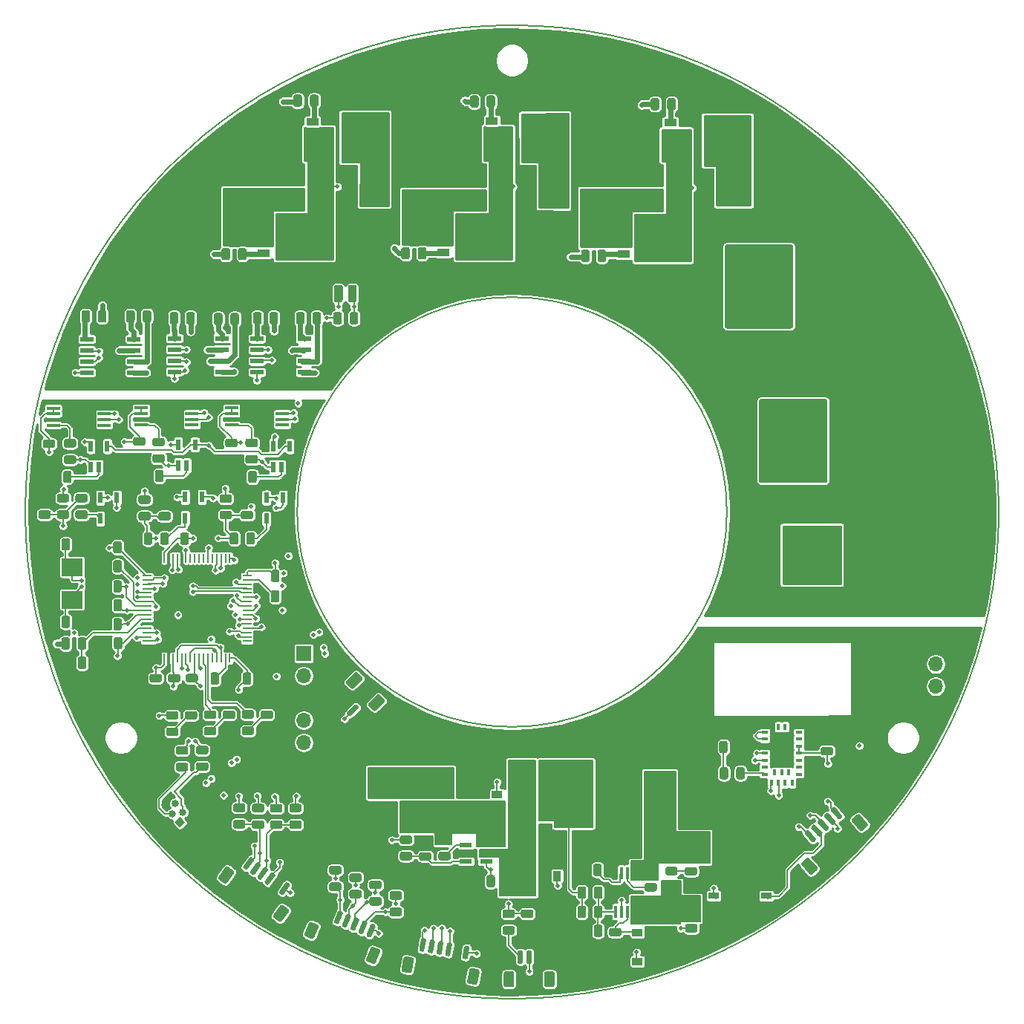
<source format=gbr>
%TF.GenerationSoftware,KiCad,Pcbnew,5.1.6+dfsg1-1*%
%TF.CreationDate,2021-01-25T10:35:49+01:00*%
%TF.ProjectId,gesc,67657363-2e6b-4696-9361-645f70636258,rev?*%
%TF.SameCoordinates,Original*%
%TF.FileFunction,Copper,L1,Top*%
%TF.FilePolarity,Positive*%
%FSLAX46Y46*%
G04 Gerber Fmt 4.6, Leading zero omitted, Abs format (unit mm)*
G04 Created by KiCad (PCBNEW 5.1.6+dfsg1-1) date 2021-01-25 10:35:49*
%MOMM*%
%LPD*%
G01*
G04 APERTURE LIST*
%TA.AperFunction,Profile*%
%ADD10C,0.200000*%
%TD*%
%TA.AperFunction,SMDPad,CuDef*%
%ADD11R,2.500000X1.900000*%
%TD*%
%TA.AperFunction,SMDPad,CuDef*%
%ADD12R,1.200000X0.900000*%
%TD*%
%TA.AperFunction,SMDPad,CuDef*%
%ADD13R,0.900000X1.200000*%
%TD*%
%TA.AperFunction,SMDPad,CuDef*%
%ADD14R,1.450000X0.590000*%
%TD*%
%TA.AperFunction,SMDPad,CuDef*%
%ADD15R,0.550000X0.800000*%
%TD*%
%TA.AperFunction,SMDPad,CuDef*%
%ADD16R,0.800000X0.400000*%
%TD*%
%TA.AperFunction,SMDPad,CuDef*%
%ADD17R,0.800000X0.550000*%
%TD*%
%TA.AperFunction,SMDPad,CuDef*%
%ADD18R,0.400000X0.800000*%
%TD*%
%TA.AperFunction,SMDPad,CuDef*%
%ADD19R,1.500000X2.800000*%
%TD*%
%TA.AperFunction,SMDPad,CuDef*%
%ADD20R,1.200000X0.800000*%
%TD*%
%TA.AperFunction,SMDPad,CuDef*%
%ADD21R,0.568000X1.309599*%
%TD*%
%TA.AperFunction,SMDPad,CuDef*%
%ADD22R,1.498600X0.457200*%
%TD*%
%TA.AperFunction,SMDPad,CuDef*%
%ADD23R,1.450000X0.850000*%
%TD*%
%TA.AperFunction,SMDPad,CuDef*%
%ADD24R,1.050000X0.850000*%
%TD*%
%TA.AperFunction,SMDPad,CuDef*%
%ADD25R,3.750000X4.700000*%
%TD*%
%TA.AperFunction,SMDPad,CuDef*%
%ADD26R,2.900000X5.400000*%
%TD*%
%TA.AperFunction,SMDPad,CuDef*%
%ADD27R,5.000000X5.000000*%
%TD*%
%TA.AperFunction,SMDPad,CuDef*%
%ADD28R,1.800000X2.500000*%
%TD*%
%TA.AperFunction,ComponentPad*%
%ADD29R,1.700000X1.700000*%
%TD*%
%TA.AperFunction,ComponentPad*%
%ADD30O,1.700000X1.700000*%
%TD*%
%TA.AperFunction,SMDPad,CuDef*%
%ADD31R,1.550000X0.600000*%
%TD*%
%TA.AperFunction,SMDPad,CuDef*%
%ADD32R,2.400000X2.000000*%
%TD*%
%TA.AperFunction,SMDPad,CuDef*%
%ADD33R,0.250000X1.000000*%
%TD*%
%TA.AperFunction,SMDPad,CuDef*%
%ADD34R,1.000000X0.250000*%
%TD*%
%TA.AperFunction,SMDPad,CuDef*%
%ADD35R,0.450000X1.450000*%
%TD*%
%TA.AperFunction,ComponentPad*%
%ADD36C,1.850000*%
%TD*%
%TA.AperFunction,ComponentPad*%
%ADD37C,0.840000*%
%TD*%
%TA.AperFunction,ComponentPad*%
%ADD38C,0.100000*%
%TD*%
%TA.AperFunction,ViaPad*%
%ADD39C,0.500000*%
%TD*%
%TA.AperFunction,Conductor*%
%ADD40C,0.150000*%
%TD*%
%TA.AperFunction,Conductor*%
%ADD41C,0.600000*%
%TD*%
%TA.AperFunction,Conductor*%
%ADD42C,0.200000*%
%TD*%
%TA.AperFunction,Conductor*%
%ADD43C,0.254000*%
%TD*%
G04 APERTURE END LIST*
D10*
X155499800Y-99999800D02*
G75*
G03*
X155499800Y-99999800I-55500000J0D01*
G01*
X124500000Y-100000000D02*
G75*
G03*
X124500000Y-100000000I-24500000J0D01*
G01*
D11*
X90299800Y-134949800D03*
X90299800Y-130849800D03*
D12*
X98299800Y-132199800D03*
X98299800Y-135499800D03*
X114299800Y-151249800D03*
X114299800Y-147949800D03*
D13*
X105149800Y-141499800D03*
X101849800Y-141499800D03*
D14*
X94744800Y-137949800D03*
X94744800Y-138899800D03*
X94744800Y-139849800D03*
X97054800Y-139849800D03*
X97054800Y-138899800D03*
X97054800Y-137949800D03*
D15*
X132824800Y-130899800D03*
D16*
X132699800Y-129899800D03*
X132699800Y-129099800D03*
X132699800Y-128299800D03*
X132699800Y-127499800D03*
X132699800Y-126699800D03*
X132699800Y-125899800D03*
X132699800Y-125099800D03*
D17*
X132699800Y-124224800D03*
D18*
X131149800Y-124499800D03*
X130349800Y-124499800D03*
D15*
X128674800Y-130899800D03*
D16*
X128799800Y-129899800D03*
X128799800Y-129099800D03*
X128799800Y-128299800D03*
X128799800Y-127499800D03*
X128799800Y-126699800D03*
X128799800Y-125899800D03*
X128799800Y-125099800D03*
D17*
X128799800Y-124224800D03*
D18*
X129549800Y-130899800D03*
X130349800Y-130899800D03*
X131149800Y-130899800D03*
X131949800Y-130899800D03*
X129949800Y-129699800D03*
X130749800Y-129699800D03*
X131549800Y-129699800D03*
D19*
X130749800Y-127099800D03*
D20*
X122999800Y-141229800D03*
X128999800Y-141229800D03*
X128999800Y-143769800D03*
X122999800Y-143769800D03*
D21*
X71981799Y-100761800D03*
X72931800Y-100761800D03*
X73881801Y-100761800D03*
X73881801Y-98374200D03*
X71981799Y-98374200D03*
X62727799Y-100685600D03*
X63677800Y-100685600D03*
X64627801Y-100685600D03*
X64627801Y-98298000D03*
X62727799Y-98298000D03*
X72755999Y-94893600D03*
X73706000Y-94893600D03*
X74656001Y-94893600D03*
X74656001Y-92506000D03*
X72755999Y-92506000D03*
X61949799Y-94693600D03*
X62899800Y-94693600D03*
X63849801Y-94693600D03*
X63849801Y-92306000D03*
X61949799Y-92306000D03*
X51949799Y-94893600D03*
X52899800Y-94893600D03*
X53849801Y-94893600D03*
X53849801Y-92506000D03*
X51949799Y-92506000D03*
D22*
X63499799Y-90074799D03*
X63499799Y-89424801D03*
X63499799Y-88774799D03*
X63499799Y-88124801D03*
X57699801Y-88124801D03*
X57699801Y-88774799D03*
X57699801Y-89424801D03*
X57699801Y-90074799D03*
X73799799Y-90074799D03*
X73799799Y-89424801D03*
X73799799Y-88774799D03*
X73799799Y-88124801D03*
X67999801Y-88124801D03*
X67999801Y-88774799D03*
X67999801Y-89424801D03*
X67999801Y-90074799D03*
X53499798Y-90099800D03*
X53499798Y-89449802D03*
X53499798Y-88799800D03*
X53499798Y-88149802D03*
X47699800Y-88149802D03*
X47699800Y-88799800D03*
X47699800Y-89449802D03*
X47699800Y-90099800D03*
D21*
X53049799Y-100761800D03*
X53999800Y-100761800D03*
X54949801Y-100761800D03*
X54949801Y-98374200D03*
X53049799Y-98374200D03*
%TA.AperFunction,SMDPad,CuDef*%
G36*
G01*
X87443550Y-138749800D02*
X88356050Y-138749800D01*
G75*
G02*
X88599800Y-138993550I0J-243750D01*
G01*
X88599800Y-139481050D01*
G75*
G02*
X88356050Y-139724800I-243750J0D01*
G01*
X87443550Y-139724800D01*
G75*
G02*
X87199800Y-139481050I0J243750D01*
G01*
X87199800Y-138993550D01*
G75*
G02*
X87443550Y-138749800I243750J0D01*
G01*
G37*
%TD.AperFunction*%
%TA.AperFunction,SMDPad,CuDef*%
G36*
G01*
X87443550Y-136874800D02*
X88356050Y-136874800D01*
G75*
G02*
X88599800Y-137118550I0J-243750D01*
G01*
X88599800Y-137606050D01*
G75*
G02*
X88356050Y-137849800I-243750J0D01*
G01*
X87443550Y-137849800D01*
G75*
G02*
X87199800Y-137606050I0J243750D01*
G01*
X87199800Y-137118550D01*
G75*
G02*
X87443550Y-136874800I243750J0D01*
G01*
G37*
%TD.AperFunction*%
D23*
X92199800Y-66594800D03*
X92199800Y-67864800D03*
X92199800Y-69134800D03*
X92199800Y-70404800D03*
D24*
X97899800Y-70404800D03*
X97899800Y-69134800D03*
X97899800Y-67864800D03*
X97899800Y-66594800D03*
D25*
X95499800Y-68499800D03*
D23*
X97699800Y-59204800D03*
X97699800Y-57934800D03*
X97699800Y-56664800D03*
X97699800Y-55394800D03*
D24*
X91999800Y-55394800D03*
X91999800Y-56664800D03*
X91999800Y-57934800D03*
X91999800Y-59204800D03*
D25*
X94399800Y-57299800D03*
D23*
X112699800Y-66794800D03*
X112699800Y-68064800D03*
X112699800Y-69334800D03*
X112699800Y-70604800D03*
D24*
X118399800Y-70604800D03*
X118399800Y-69334800D03*
X118399800Y-68064800D03*
X118399800Y-66794800D03*
D25*
X115999800Y-68699800D03*
D23*
X118049800Y-59404800D03*
X118049800Y-58134800D03*
X118049800Y-56864800D03*
X118049800Y-55594800D03*
D24*
X112349800Y-55594800D03*
X112349800Y-56864800D03*
X112349800Y-58134800D03*
X112349800Y-59404800D03*
D25*
X114749800Y-57499800D03*
D23*
X71699800Y-66694800D03*
X71699800Y-67964800D03*
X71699800Y-69234800D03*
X71699800Y-70504800D03*
D24*
X77399800Y-70504800D03*
X77399800Y-69234800D03*
X77399800Y-67964800D03*
X77399800Y-66694800D03*
D25*
X74999800Y-68599800D03*
D23*
X77249800Y-59304800D03*
X77249800Y-58034800D03*
X77249800Y-56764800D03*
X77249800Y-55494800D03*
D24*
X71549800Y-55494800D03*
X71549800Y-56764800D03*
X71549800Y-58034800D03*
X71549800Y-59304800D03*
D25*
X73949800Y-57399800D03*
D26*
X116999800Y-132799800D03*
X107099800Y-132799800D03*
%TA.AperFunction,SMDPad,CuDef*%
G36*
G01*
X81299800Y-75849800D02*
X81299800Y-74349800D01*
G75*
G02*
X81549800Y-74099800I250000J0D01*
G01*
X82049800Y-74099800D01*
G75*
G02*
X82299800Y-74349800I0J-250000D01*
G01*
X82299800Y-75849800D01*
G75*
G02*
X82049800Y-76099800I-250000J0D01*
G01*
X81549800Y-76099800D01*
G75*
G02*
X81299800Y-75849800I0J250000D01*
G01*
G37*
%TD.AperFunction*%
%TA.AperFunction,SMDPad,CuDef*%
G36*
G01*
X79699800Y-75849800D02*
X79699800Y-74349800D01*
G75*
G02*
X79949800Y-74099800I250000J0D01*
G01*
X80449800Y-74099800D01*
G75*
G02*
X80699800Y-74349800I0J-250000D01*
G01*
X80699800Y-75849800D01*
G75*
G02*
X80449800Y-76099800I-250000J0D01*
G01*
X79949800Y-76099800D01*
G75*
G02*
X79699800Y-75849800I0J250000D01*
G01*
G37*
%TD.AperFunction*%
D27*
X103799800Y-57249800D03*
X124499800Y-57499800D03*
X83299800Y-57149800D03*
X134199800Y-104899800D03*
X147399800Y-104699800D03*
D28*
X95299800Y-130699800D03*
X95299800Y-134699800D03*
%TA.AperFunction,SMDPad,CuDef*%
G36*
G01*
X88024800Y-63574800D02*
X90174800Y-63574800D01*
G75*
G02*
X90424800Y-63824800I0J-250000D01*
G01*
X90424800Y-64574800D01*
G75*
G02*
X90174800Y-64824800I-250000J0D01*
G01*
X88024800Y-64824800D01*
G75*
G02*
X87774800Y-64574800I0J250000D01*
G01*
X87774800Y-63824800D01*
G75*
G02*
X88024800Y-63574800I250000J0D01*
G01*
G37*
%TD.AperFunction*%
%TA.AperFunction,SMDPad,CuDef*%
G36*
G01*
X88024800Y-60774800D02*
X90174800Y-60774800D01*
G75*
G02*
X90424800Y-61024800I0J-250000D01*
G01*
X90424800Y-61774800D01*
G75*
G02*
X90174800Y-62024800I-250000J0D01*
G01*
X88024800Y-62024800D01*
G75*
G02*
X87774800Y-61774800I0J250000D01*
G01*
X87774800Y-61024800D01*
G75*
G02*
X88024800Y-60774800I250000J0D01*
G01*
G37*
%TD.AperFunction*%
%TA.AperFunction,SMDPad,CuDef*%
G36*
G01*
X108224800Y-63874800D02*
X110374800Y-63874800D01*
G75*
G02*
X110624800Y-64124800I0J-250000D01*
G01*
X110624800Y-64874800D01*
G75*
G02*
X110374800Y-65124800I-250000J0D01*
G01*
X108224800Y-65124800D01*
G75*
G02*
X107974800Y-64874800I0J250000D01*
G01*
X107974800Y-64124800D01*
G75*
G02*
X108224800Y-63874800I250000J0D01*
G01*
G37*
%TD.AperFunction*%
%TA.AperFunction,SMDPad,CuDef*%
G36*
G01*
X108224800Y-61074800D02*
X110374800Y-61074800D01*
G75*
G02*
X110624800Y-61324800I0J-250000D01*
G01*
X110624800Y-62074800D01*
G75*
G02*
X110374800Y-62324800I-250000J0D01*
G01*
X108224800Y-62324800D01*
G75*
G02*
X107974800Y-62074800I0J250000D01*
G01*
X107974800Y-61324800D01*
G75*
G02*
X108224800Y-61074800I250000J0D01*
G01*
G37*
%TD.AperFunction*%
%TA.AperFunction,SMDPad,CuDef*%
G36*
G01*
X67424800Y-63774800D02*
X69574800Y-63774800D01*
G75*
G02*
X69824800Y-64024800I0J-250000D01*
G01*
X69824800Y-64774800D01*
G75*
G02*
X69574800Y-65024800I-250000J0D01*
G01*
X67424800Y-65024800D01*
G75*
G02*
X67174800Y-64774800I0J250000D01*
G01*
X67174800Y-64024800D01*
G75*
G02*
X67424800Y-63774800I250000J0D01*
G01*
G37*
%TD.AperFunction*%
%TA.AperFunction,SMDPad,CuDef*%
G36*
G01*
X67424800Y-60974800D02*
X69574800Y-60974800D01*
G75*
G02*
X69824800Y-61224800I0J-250000D01*
G01*
X69824800Y-61974800D01*
G75*
G02*
X69574800Y-62224800I-250000J0D01*
G01*
X67424800Y-62224800D01*
G75*
G02*
X67174800Y-61974800I0J250000D01*
G01*
X67174800Y-61224800D01*
G75*
G02*
X67424800Y-60974800I250000J0D01*
G01*
G37*
%TD.AperFunction*%
%TA.AperFunction,SMDPad,CuDef*%
G36*
G01*
X85643550Y-133212300D02*
X86556050Y-133212300D01*
G75*
G02*
X86799800Y-133456050I0J-243750D01*
G01*
X86799800Y-133943550D01*
G75*
G02*
X86556050Y-134187300I-243750J0D01*
G01*
X85643550Y-134187300D01*
G75*
G02*
X85399800Y-133943550I0J243750D01*
G01*
X85399800Y-133456050D01*
G75*
G02*
X85643550Y-133212300I243750J0D01*
G01*
G37*
%TD.AperFunction*%
%TA.AperFunction,SMDPad,CuDef*%
G36*
G01*
X85643550Y-131337300D02*
X86556050Y-131337300D01*
G75*
G02*
X86799800Y-131581050I0J-243750D01*
G01*
X86799800Y-132068550D01*
G75*
G02*
X86556050Y-132312300I-243750J0D01*
G01*
X85643550Y-132312300D01*
G75*
G02*
X85399800Y-132068550I0J243750D01*
G01*
X85399800Y-131581050D01*
G75*
G02*
X85643550Y-131337300I243750J0D01*
G01*
G37*
%TD.AperFunction*%
%TA.AperFunction,SMDPad,CuDef*%
G36*
G01*
X86556050Y-128612300D02*
X85643550Y-128612300D01*
G75*
G02*
X85399800Y-128368550I0J243750D01*
G01*
X85399800Y-127881050D01*
G75*
G02*
X85643550Y-127637300I243750J0D01*
G01*
X86556050Y-127637300D01*
G75*
G02*
X86799800Y-127881050I0J-243750D01*
G01*
X86799800Y-128368550D01*
G75*
G02*
X86556050Y-128612300I-243750J0D01*
G01*
G37*
%TD.AperFunction*%
%TA.AperFunction,SMDPad,CuDef*%
G36*
G01*
X86556050Y-130487300D02*
X85643550Y-130487300D01*
G75*
G02*
X85399800Y-130243550I0J243750D01*
G01*
X85399800Y-129756050D01*
G75*
G02*
X85643550Y-129512300I243750J0D01*
G01*
X86556050Y-129512300D01*
G75*
G02*
X86799800Y-129756050I0J-243750D01*
G01*
X86799800Y-130243550D01*
G75*
G02*
X86556050Y-130487300I-243750J0D01*
G01*
G37*
%TD.AperFunction*%
%TA.AperFunction,SMDPad,CuDef*%
G36*
G01*
X92756050Y-137849800D02*
X91843550Y-137849800D01*
G75*
G02*
X91599800Y-137606050I0J243750D01*
G01*
X91599800Y-137118550D01*
G75*
G02*
X91843550Y-136874800I243750J0D01*
G01*
X92756050Y-136874800D01*
G75*
G02*
X92999800Y-137118550I0J-243750D01*
G01*
X92999800Y-137606050D01*
G75*
G02*
X92756050Y-137849800I-243750J0D01*
G01*
G37*
%TD.AperFunction*%
%TA.AperFunction,SMDPad,CuDef*%
G36*
G01*
X92756050Y-139724800D02*
X91843550Y-139724800D01*
G75*
G02*
X91599800Y-139481050I0J243750D01*
G01*
X91599800Y-138993550D01*
G75*
G02*
X91843550Y-138749800I243750J0D01*
G01*
X92756050Y-138749800D01*
G75*
G02*
X92999800Y-138993550I0J-243750D01*
G01*
X92999800Y-139481050D01*
G75*
G02*
X92756050Y-139724800I-243750J0D01*
G01*
G37*
%TD.AperFunction*%
%TA.AperFunction,SMDPad,CuDef*%
G36*
G01*
X68443550Y-135112300D02*
X69356050Y-135112300D01*
G75*
G02*
X69599800Y-135356050I0J-243750D01*
G01*
X69599800Y-135843550D01*
G75*
G02*
X69356050Y-136087300I-243750J0D01*
G01*
X68443550Y-136087300D01*
G75*
G02*
X68199800Y-135843550I0J243750D01*
G01*
X68199800Y-135356050D01*
G75*
G02*
X68443550Y-135112300I243750J0D01*
G01*
G37*
%TD.AperFunction*%
%TA.AperFunction,SMDPad,CuDef*%
G36*
G01*
X68443550Y-133237300D02*
X69356050Y-133237300D01*
G75*
G02*
X69599800Y-133481050I0J-243750D01*
G01*
X69599800Y-133968550D01*
G75*
G02*
X69356050Y-134212300I-243750J0D01*
G01*
X68443550Y-134212300D01*
G75*
G02*
X68199800Y-133968550I0J243750D01*
G01*
X68199800Y-133481050D01*
G75*
G02*
X68443550Y-133237300I243750J0D01*
G01*
G37*
%TD.AperFunction*%
%TA.AperFunction,SMDPad,CuDef*%
G36*
G01*
X74843550Y-135149800D02*
X75756050Y-135149800D01*
G75*
G02*
X75999800Y-135393550I0J-243750D01*
G01*
X75999800Y-135881050D01*
G75*
G02*
X75756050Y-136124800I-243750J0D01*
G01*
X74843550Y-136124800D01*
G75*
G02*
X74599800Y-135881050I0J243750D01*
G01*
X74599800Y-135393550D01*
G75*
G02*
X74843550Y-135149800I243750J0D01*
G01*
G37*
%TD.AperFunction*%
%TA.AperFunction,SMDPad,CuDef*%
G36*
G01*
X74843550Y-133274800D02*
X75756050Y-133274800D01*
G75*
G02*
X75999800Y-133518550I0J-243750D01*
G01*
X75999800Y-134006050D01*
G75*
G02*
X75756050Y-134249800I-243750J0D01*
G01*
X74843550Y-134249800D01*
G75*
G02*
X74599800Y-134006050I0J243750D01*
G01*
X74599800Y-133518550D01*
G75*
G02*
X74843550Y-133274800I243750J0D01*
G01*
G37*
%TD.AperFunction*%
%TA.AperFunction,SMDPad,CuDef*%
G36*
G01*
X135949800Y-87349797D02*
X135949800Y-96449803D01*
G75*
G02*
X135699803Y-96699800I-249997J0D01*
G01*
X128399797Y-96699800D01*
G75*
G02*
X128149800Y-96449803I0J249997D01*
G01*
X128149800Y-87349797D01*
G75*
G02*
X128399797Y-87099800I249997J0D01*
G01*
X135699803Y-87099800D01*
G75*
G02*
X135949800Y-87349797I0J-249997D01*
G01*
G37*
%TD.AperFunction*%
%TA.AperFunction,SMDPad,CuDef*%
G36*
G01*
X148449800Y-87349797D02*
X148449800Y-96449803D01*
G75*
G02*
X148199803Y-96699800I-249997J0D01*
G01*
X140899797Y-96699800D01*
G75*
G02*
X140649800Y-96449803I0J249997D01*
G01*
X140649800Y-87349797D01*
G75*
G02*
X140899797Y-87099800I249997J0D01*
G01*
X148199803Y-87099800D01*
G75*
G02*
X148449800Y-87349797I0J-249997D01*
G01*
G37*
%TD.AperFunction*%
%TA.AperFunction,SMDPad,CuDef*%
G36*
G01*
X144549800Y-69749797D02*
X144549800Y-78849803D01*
G75*
G02*
X144299803Y-79099800I-249997J0D01*
G01*
X136999797Y-79099800D01*
G75*
G02*
X136749800Y-78849803I0J249997D01*
G01*
X136749800Y-69749797D01*
G75*
G02*
X136999797Y-69499800I249997J0D01*
G01*
X144299803Y-69499800D01*
G75*
G02*
X144549800Y-69749797I0J-249997D01*
G01*
G37*
%TD.AperFunction*%
%TA.AperFunction,SMDPad,CuDef*%
G36*
G01*
X132049800Y-69749797D02*
X132049800Y-78849803D01*
G75*
G02*
X131799803Y-79099800I-249997J0D01*
G01*
X124499797Y-79099800D01*
G75*
G02*
X124249800Y-78849803I0J249997D01*
G01*
X124249800Y-69749797D01*
G75*
G02*
X124499797Y-69499800I249997J0D01*
G01*
X131799803Y-69499800D01*
G75*
G02*
X132049800Y-69749797I0J-249997D01*
G01*
G37*
%TD.AperFunction*%
%TA.AperFunction,SMDPad,CuDef*%
G36*
G01*
X120074800Y-61624799D02*
X120074800Y-64474801D01*
G75*
G02*
X119824801Y-64724800I-249999J0D01*
G01*
X118974799Y-64724800D01*
G75*
G02*
X118724800Y-64474801I0J249999D01*
G01*
X118724800Y-61624799D01*
G75*
G02*
X118974799Y-61374800I249999J0D01*
G01*
X119824801Y-61374800D01*
G75*
G02*
X120074800Y-61624799I0J-249999D01*
G01*
G37*
%TD.AperFunction*%
%TA.AperFunction,SMDPad,CuDef*%
G36*
G01*
X125874800Y-61624799D02*
X125874800Y-64474801D01*
G75*
G02*
X125624801Y-64724800I-249999J0D01*
G01*
X124774799Y-64724800D01*
G75*
G02*
X124524800Y-64474801I0J249999D01*
G01*
X124524800Y-61624799D01*
G75*
G02*
X124774799Y-61374800I249999J0D01*
G01*
X125624801Y-61374800D01*
G75*
G02*
X125874800Y-61624799I0J-249999D01*
G01*
G37*
%TD.AperFunction*%
%TA.AperFunction,SMDPad,CuDef*%
G36*
G01*
X72643550Y-133287300D02*
X73556050Y-133287300D01*
G75*
G02*
X73799800Y-133531050I0J-243750D01*
G01*
X73799800Y-134018550D01*
G75*
G02*
X73556050Y-134262300I-243750J0D01*
G01*
X72643550Y-134262300D01*
G75*
G02*
X72399800Y-134018550I0J243750D01*
G01*
X72399800Y-133531050D01*
G75*
G02*
X72643550Y-133287300I243750J0D01*
G01*
G37*
%TD.AperFunction*%
%TA.AperFunction,SMDPad,CuDef*%
G36*
G01*
X72643550Y-135162300D02*
X73556050Y-135162300D01*
G75*
G02*
X73799800Y-135406050I0J-243750D01*
G01*
X73799800Y-135893550D01*
G75*
G02*
X73556050Y-136137300I-243750J0D01*
G01*
X72643550Y-136137300D01*
G75*
G02*
X72399800Y-135893550I0J243750D01*
G01*
X72399800Y-135406050D01*
G75*
G02*
X72643550Y-135162300I243750J0D01*
G01*
G37*
%TD.AperFunction*%
D29*
X148299800Y-114799800D03*
D30*
X148299800Y-117339800D03*
X148299800Y-119879800D03*
%TA.AperFunction,SMDPad,CuDef*%
G36*
G01*
X126524800Y-129343550D02*
X126524800Y-130256050D01*
G75*
G02*
X126281050Y-130499800I-243750J0D01*
G01*
X125793550Y-130499800D01*
G75*
G02*
X125549800Y-130256050I0J243750D01*
G01*
X125549800Y-129343550D01*
G75*
G02*
X125793550Y-129099800I243750J0D01*
G01*
X126281050Y-129099800D01*
G75*
G02*
X126524800Y-129343550I0J-243750D01*
G01*
G37*
%TD.AperFunction*%
%TA.AperFunction,SMDPad,CuDef*%
G36*
G01*
X124649800Y-129343550D02*
X124649800Y-130256050D01*
G75*
G02*
X124406050Y-130499800I-243750J0D01*
G01*
X123918550Y-130499800D01*
G75*
G02*
X123674800Y-130256050I0J243750D01*
G01*
X123674800Y-129343550D01*
G75*
G02*
X123918550Y-129099800I243750J0D01*
G01*
X124406050Y-129099800D01*
G75*
G02*
X124649800Y-129343550I0J-243750D01*
G01*
G37*
%TD.AperFunction*%
%TA.AperFunction,SMDPad,CuDef*%
G36*
G01*
X136356050Y-127762300D02*
X135443550Y-127762300D01*
G75*
G02*
X135199800Y-127518550I0J243750D01*
G01*
X135199800Y-127031050D01*
G75*
G02*
X135443550Y-126787300I243750J0D01*
G01*
X136356050Y-126787300D01*
G75*
G02*
X136599800Y-127031050I0J-243750D01*
G01*
X136599800Y-127518550D01*
G75*
G02*
X136356050Y-127762300I-243750J0D01*
G01*
G37*
%TD.AperFunction*%
%TA.AperFunction,SMDPad,CuDef*%
G36*
G01*
X136356050Y-125887300D02*
X135443550Y-125887300D01*
G75*
G02*
X135199800Y-125643550I0J243750D01*
G01*
X135199800Y-125156050D01*
G75*
G02*
X135443550Y-124912300I243750J0D01*
G01*
X136356050Y-124912300D01*
G75*
G02*
X136599800Y-125156050I0J-243750D01*
G01*
X136599800Y-125643550D01*
G75*
G02*
X136356050Y-125887300I-243750J0D01*
G01*
G37*
%TD.AperFunction*%
%TA.AperFunction,SMDPad,CuDef*%
G36*
G01*
X126462300Y-126343550D02*
X126462300Y-127256050D01*
G75*
G02*
X126218550Y-127499800I-243750J0D01*
G01*
X125731050Y-127499800D01*
G75*
G02*
X125487300Y-127256050I0J243750D01*
G01*
X125487300Y-126343550D01*
G75*
G02*
X125731050Y-126099800I243750J0D01*
G01*
X126218550Y-126099800D01*
G75*
G02*
X126462300Y-126343550I0J-243750D01*
G01*
G37*
%TD.AperFunction*%
%TA.AperFunction,SMDPad,CuDef*%
G36*
G01*
X124587300Y-126343550D02*
X124587300Y-127256050D01*
G75*
G02*
X124343550Y-127499800I-243750J0D01*
G01*
X123856050Y-127499800D01*
G75*
G02*
X123612300Y-127256050I0J243750D01*
G01*
X123612300Y-126343550D01*
G75*
G02*
X123856050Y-126099800I243750J0D01*
G01*
X124343550Y-126099800D01*
G75*
G02*
X124587300Y-126343550I0J-243750D01*
G01*
G37*
%TD.AperFunction*%
%TA.AperFunction,SMDPad,CuDef*%
G36*
G01*
X133945561Y-139514279D02*
X134798439Y-140495403D01*
G75*
G02*
X134773776Y-140848094I-188677J-164014D01*
G01*
X134245478Y-141307336D01*
G75*
G02*
X133892787Y-141282673I-164014J188677D01*
G01*
X133039909Y-140301549D01*
G75*
G02*
X133064572Y-139948858I188677J164014D01*
G01*
X133592870Y-139489616D01*
G75*
G02*
X133945561Y-139514279I164014J-188677D01*
G01*
G37*
%TD.AperFunction*%
%TA.AperFunction,SMDPad,CuDef*%
G36*
G01*
X139681354Y-134528230D02*
X140534232Y-135509354D01*
G75*
G02*
X140509569Y-135862045I-188677J-164014D01*
G01*
X139981271Y-136321287D01*
G75*
G02*
X139628580Y-136296624I-164014J188677D01*
G01*
X138775702Y-135315500D01*
G75*
G02*
X138800365Y-134962809I188677J164014D01*
G01*
X139328663Y-134503567D01*
G75*
G02*
X139681354Y-134528230I164014J-188677D01*
G01*
G37*
%TD.AperFunction*%
%TA.AperFunction,SMDPad,CuDef*%
G36*
G01*
X133060124Y-136971446D02*
X133880197Y-137914833D01*
G75*
G02*
X133865400Y-138126448I-113206J-98409D01*
G01*
X133638987Y-138323265D01*
G75*
G02*
X133427372Y-138308468I-98409J113206D01*
G01*
X132607299Y-137365081D01*
G75*
G02*
X132622096Y-137153466I113206J98409D01*
G01*
X132848509Y-136956649D01*
G75*
G02*
X133060124Y-136971446I98409J-113206D01*
G01*
G37*
%TD.AperFunction*%
%TA.AperFunction,SMDPad,CuDef*%
G36*
G01*
X133814833Y-136315387D02*
X134634906Y-137258774D01*
G75*
G02*
X134620109Y-137470389I-113206J-98409D01*
G01*
X134393696Y-137667206D01*
G75*
G02*
X134182081Y-137652409I-98409J113206D01*
G01*
X133362008Y-136709022D01*
G75*
G02*
X133376805Y-136497407I113206J98409D01*
G01*
X133603218Y-136300590D01*
G75*
G02*
X133814833Y-136315387I98409J-113206D01*
G01*
G37*
%TD.AperFunction*%
%TA.AperFunction,SMDPad,CuDef*%
G36*
G01*
X134569543Y-135659328D02*
X135389616Y-136602715D01*
G75*
G02*
X135374819Y-136814330I-113206J-98409D01*
G01*
X135148406Y-137011147D01*
G75*
G02*
X134936791Y-136996350I-98409J113206D01*
G01*
X134116718Y-136052963D01*
G75*
G02*
X134131515Y-135841348I113206J98409D01*
G01*
X134357928Y-135644531D01*
G75*
G02*
X134569543Y-135659328I98409J-113206D01*
G01*
G37*
%TD.AperFunction*%
%TA.AperFunction,SMDPad,CuDef*%
G36*
G01*
X135324253Y-135003269D02*
X136144326Y-135946656D01*
G75*
G02*
X136129529Y-136158271I-113206J-98409D01*
G01*
X135903116Y-136355088D01*
G75*
G02*
X135691501Y-136340291I-98409J113206D01*
G01*
X134871428Y-135396904D01*
G75*
G02*
X134886225Y-135185289I113206J98409D01*
G01*
X135112638Y-134988472D01*
G75*
G02*
X135324253Y-135003269I98409J-113206D01*
G01*
G37*
%TD.AperFunction*%
%TA.AperFunction,SMDPad,CuDef*%
G36*
G01*
X136078962Y-134347210D02*
X136899035Y-135290597D01*
G75*
G02*
X136884238Y-135502212I-113206J-98409D01*
G01*
X136657825Y-135699029D01*
G75*
G02*
X136446210Y-135684232I-98409J113206D01*
G01*
X135626137Y-134740845D01*
G75*
G02*
X135640934Y-134529230I113206J98409D01*
G01*
X135867347Y-134332413D01*
G75*
G02*
X136078962Y-134347210I98409J-113206D01*
G01*
G37*
%TD.AperFunction*%
%TA.AperFunction,SMDPad,CuDef*%
G36*
G01*
X136833672Y-133691151D02*
X137653745Y-134634538D01*
G75*
G02*
X137638948Y-134846153I-113206J-98409D01*
G01*
X137412535Y-135042970D01*
G75*
G02*
X137200920Y-135028173I-98409J113206D01*
G01*
X136380847Y-134084786D01*
G75*
G02*
X136395644Y-133873171I113206J98409D01*
G01*
X136622057Y-133676354D01*
G75*
G02*
X136833672Y-133691151I98409J-113206D01*
G01*
G37*
%TD.AperFunction*%
%TA.AperFunction,SMDPad,CuDef*%
G36*
G01*
X83661500Y-121780740D02*
X84580740Y-120861500D01*
G75*
G02*
X84934292Y-120861500I176776J-176776D01*
G01*
X85429268Y-121356476D01*
G75*
G02*
X85429268Y-121710028I-176776J-176776D01*
G01*
X84510028Y-122629268D01*
G75*
G02*
X84156476Y-122629268I-176776J176776D01*
G01*
X83661500Y-122134292D01*
G75*
G02*
X83661500Y-121780740I176776J176776D01*
G01*
G37*
%TD.AperFunction*%
%TA.AperFunction,SMDPad,CuDef*%
G36*
G01*
X81115916Y-119235156D02*
X82035156Y-118315916D01*
G75*
G02*
X82388708Y-118315916I176776J-176776D01*
G01*
X82883684Y-118810892D01*
G75*
G02*
X82883684Y-119164444I-176776J-176776D01*
G01*
X81964444Y-120083684D01*
G75*
G02*
X81610892Y-120083684I-176776J176776D01*
G01*
X81115916Y-119588708D01*
G75*
G02*
X81115916Y-119235156I176776J176776D01*
G01*
G37*
%TD.AperFunction*%
%TA.AperFunction,SMDPad,CuDef*%
G36*
G01*
X81186627Y-122841400D02*
X82070511Y-121957516D01*
G75*
G02*
X82282643Y-121957516I106066J-106066D01*
G01*
X82494775Y-122169648D01*
G75*
G02*
X82494775Y-122381780I-106066J-106066D01*
G01*
X81610891Y-123265664D01*
G75*
G02*
X81398759Y-123265664I-106066J106066D01*
G01*
X81186627Y-123053532D01*
G75*
G02*
X81186627Y-122841400I106066J106066D01*
G01*
G37*
%TD.AperFunction*%
%TA.AperFunction,SMDPad,CuDef*%
G36*
G01*
X80479520Y-122134293D02*
X81363404Y-121250409D01*
G75*
G02*
X81575536Y-121250409I106066J-106066D01*
G01*
X81787668Y-121462541D01*
G75*
G02*
X81787668Y-121674673I-106066J-106066D01*
G01*
X80903784Y-122558557D01*
G75*
G02*
X80691652Y-122558557I-106066J106066D01*
G01*
X80479520Y-122346425D01*
G75*
G02*
X80479520Y-122134293I106066J106066D01*
G01*
G37*
%TD.AperFunction*%
%TA.AperFunction,SMDPad,CuDef*%
G36*
G01*
X70593550Y-133274800D02*
X71506050Y-133274800D01*
G75*
G02*
X71749800Y-133518550I0J-243750D01*
G01*
X71749800Y-134006050D01*
G75*
G02*
X71506050Y-134249800I-243750J0D01*
G01*
X70593550Y-134249800D01*
G75*
G02*
X70349800Y-134006050I0J243750D01*
G01*
X70349800Y-133518550D01*
G75*
G02*
X70593550Y-133274800I243750J0D01*
G01*
G37*
%TD.AperFunction*%
%TA.AperFunction,SMDPad,CuDef*%
G36*
G01*
X70593550Y-135149800D02*
X71506050Y-135149800D01*
G75*
G02*
X71749800Y-135393550I0J-243750D01*
G01*
X71749800Y-135881050D01*
G75*
G02*
X71506050Y-136124800I-243750J0D01*
G01*
X70593550Y-136124800D01*
G75*
G02*
X70349800Y-135881050I0J243750D01*
G01*
X70349800Y-135393550D01*
G75*
G02*
X70593550Y-135149800I243750J0D01*
G01*
G37*
%TD.AperFunction*%
%TA.AperFunction,SMDPad,CuDef*%
G36*
G01*
X47912300Y-95543550D02*
X47912300Y-96456050D01*
G75*
G02*
X47668550Y-96699800I-243750J0D01*
G01*
X47181050Y-96699800D01*
G75*
G02*
X46937300Y-96456050I0J243750D01*
G01*
X46937300Y-95543550D01*
G75*
G02*
X47181050Y-95299800I243750J0D01*
G01*
X47668550Y-95299800D01*
G75*
G02*
X47912300Y-95543550I0J-243750D01*
G01*
G37*
%TD.AperFunction*%
%TA.AperFunction,SMDPad,CuDef*%
G36*
G01*
X49787300Y-95543550D02*
X49787300Y-96456050D01*
G75*
G02*
X49543550Y-96699800I-243750J0D01*
G01*
X49056050Y-96699800D01*
G75*
G02*
X48812300Y-96456050I0J243750D01*
G01*
X48812300Y-95543550D01*
G75*
G02*
X49056050Y-95299800I243750J0D01*
G01*
X49543550Y-95299800D01*
G75*
G02*
X49787300Y-95543550I0J-243750D01*
G01*
G37*
%TD.AperFunction*%
%TA.AperFunction,SMDPad,CuDef*%
G36*
G01*
X60262300Y-95443550D02*
X60262300Y-96356050D01*
G75*
G02*
X60018550Y-96599800I-243750J0D01*
G01*
X59531050Y-96599800D01*
G75*
G02*
X59287300Y-96356050I0J243750D01*
G01*
X59287300Y-95443550D01*
G75*
G02*
X59531050Y-95199800I243750J0D01*
G01*
X60018550Y-95199800D01*
G75*
G02*
X60262300Y-95443550I0J-243750D01*
G01*
G37*
%TD.AperFunction*%
%TA.AperFunction,SMDPad,CuDef*%
G36*
G01*
X58387300Y-95443550D02*
X58387300Y-96356050D01*
G75*
G02*
X58143550Y-96599800I-243750J0D01*
G01*
X57656050Y-96599800D01*
G75*
G02*
X57412300Y-96356050I0J243750D01*
G01*
X57412300Y-95443550D01*
G75*
G02*
X57656050Y-95199800I243750J0D01*
G01*
X58143550Y-95199800D01*
G75*
G02*
X58387300Y-95443550I0J-243750D01*
G01*
G37*
%TD.AperFunction*%
%TA.AperFunction,SMDPad,CuDef*%
G36*
G01*
X69012300Y-95543550D02*
X69012300Y-96456050D01*
G75*
G02*
X68768550Y-96699800I-243750J0D01*
G01*
X68281050Y-96699800D01*
G75*
G02*
X68037300Y-96456050I0J243750D01*
G01*
X68037300Y-95543550D01*
G75*
G02*
X68281050Y-95299800I243750J0D01*
G01*
X68768550Y-95299800D01*
G75*
G02*
X69012300Y-95543550I0J-243750D01*
G01*
G37*
%TD.AperFunction*%
%TA.AperFunction,SMDPad,CuDef*%
G36*
G01*
X70887300Y-95543550D02*
X70887300Y-96456050D01*
G75*
G02*
X70643550Y-96699800I-243750J0D01*
G01*
X70156050Y-96699800D01*
G75*
G02*
X69912300Y-96456050I0J243750D01*
G01*
X69912300Y-95543550D01*
G75*
G02*
X70156050Y-95299800I243750J0D01*
G01*
X70643550Y-95299800D01*
G75*
G02*
X70887300Y-95543550I0J-243750D01*
G01*
G37*
%TD.AperFunction*%
%TA.AperFunction,SMDPad,CuDef*%
G36*
G01*
X46743550Y-93612300D02*
X47656050Y-93612300D01*
G75*
G02*
X47899800Y-93856050I0J-243750D01*
G01*
X47899800Y-94343550D01*
G75*
G02*
X47656050Y-94587300I-243750J0D01*
G01*
X46743550Y-94587300D01*
G75*
G02*
X46499800Y-94343550I0J243750D01*
G01*
X46499800Y-93856050D01*
G75*
G02*
X46743550Y-93612300I243750J0D01*
G01*
G37*
%TD.AperFunction*%
%TA.AperFunction,SMDPad,CuDef*%
G36*
G01*
X46743550Y-91737300D02*
X47656050Y-91737300D01*
G75*
G02*
X47899800Y-91981050I0J-243750D01*
G01*
X47899800Y-92468550D01*
G75*
G02*
X47656050Y-92712300I-243750J0D01*
G01*
X46743550Y-92712300D01*
G75*
G02*
X46499800Y-92468550I0J243750D01*
G01*
X46499800Y-91981050D01*
G75*
G02*
X46743550Y-91737300I243750J0D01*
G01*
G37*
%TD.AperFunction*%
%TA.AperFunction,SMDPad,CuDef*%
G36*
G01*
X67543550Y-93512300D02*
X68456050Y-93512300D01*
G75*
G02*
X68699800Y-93756050I0J-243750D01*
G01*
X68699800Y-94243550D01*
G75*
G02*
X68456050Y-94487300I-243750J0D01*
G01*
X67543550Y-94487300D01*
G75*
G02*
X67299800Y-94243550I0J243750D01*
G01*
X67299800Y-93756050D01*
G75*
G02*
X67543550Y-93512300I243750J0D01*
G01*
G37*
%TD.AperFunction*%
%TA.AperFunction,SMDPad,CuDef*%
G36*
G01*
X67543550Y-91637300D02*
X68456050Y-91637300D01*
G75*
G02*
X68699800Y-91881050I0J-243750D01*
G01*
X68699800Y-92368550D01*
G75*
G02*
X68456050Y-92612300I-243750J0D01*
G01*
X67543550Y-92612300D01*
G75*
G02*
X67299800Y-92368550I0J243750D01*
G01*
X67299800Y-91881050D01*
G75*
G02*
X67543550Y-91637300I243750J0D01*
G01*
G37*
%TD.AperFunction*%
%TA.AperFunction,SMDPad,CuDef*%
G36*
G01*
X94624800Y-63574800D02*
X96774800Y-63574800D01*
G75*
G02*
X97024800Y-63824800I0J-250000D01*
G01*
X97024800Y-64574800D01*
G75*
G02*
X96774800Y-64824800I-250000J0D01*
G01*
X94624800Y-64824800D01*
G75*
G02*
X94374800Y-64574800I0J250000D01*
G01*
X94374800Y-63824800D01*
G75*
G02*
X94624800Y-63574800I250000J0D01*
G01*
G37*
%TD.AperFunction*%
%TA.AperFunction,SMDPad,CuDef*%
G36*
G01*
X94624800Y-60774800D02*
X96774800Y-60774800D01*
G75*
G02*
X97024800Y-61024800I0J-250000D01*
G01*
X97024800Y-61774800D01*
G75*
G02*
X96774800Y-62024800I-250000J0D01*
G01*
X94624800Y-62024800D01*
G75*
G02*
X94374800Y-61774800I0J250000D01*
G01*
X94374800Y-61024800D01*
G75*
G02*
X94624800Y-60774800I250000J0D01*
G01*
G37*
%TD.AperFunction*%
%TA.AperFunction,SMDPad,CuDef*%
G36*
G01*
X111524800Y-63874800D02*
X113674800Y-63874800D01*
G75*
G02*
X113924800Y-64124800I0J-250000D01*
G01*
X113924800Y-64874800D01*
G75*
G02*
X113674800Y-65124800I-250000J0D01*
G01*
X111524800Y-65124800D01*
G75*
G02*
X111274800Y-64874800I0J250000D01*
G01*
X111274800Y-64124800D01*
G75*
G02*
X111524800Y-63874800I250000J0D01*
G01*
G37*
%TD.AperFunction*%
%TA.AperFunction,SMDPad,CuDef*%
G36*
G01*
X111524800Y-61074800D02*
X113674800Y-61074800D01*
G75*
G02*
X113924800Y-61324800I0J-250000D01*
G01*
X113924800Y-62074800D01*
G75*
G02*
X113674800Y-62324800I-250000J0D01*
G01*
X111524800Y-62324800D01*
G75*
G02*
X111274800Y-62074800I0J250000D01*
G01*
X111274800Y-61324800D01*
G75*
G02*
X111524800Y-61074800I250000J0D01*
G01*
G37*
%TD.AperFunction*%
%TA.AperFunction,SMDPad,CuDef*%
G36*
G01*
X70724800Y-63774800D02*
X72874800Y-63774800D01*
G75*
G02*
X73124800Y-64024800I0J-250000D01*
G01*
X73124800Y-64774800D01*
G75*
G02*
X72874800Y-65024800I-250000J0D01*
G01*
X70724800Y-65024800D01*
G75*
G02*
X70474800Y-64774800I0J250000D01*
G01*
X70474800Y-64024800D01*
G75*
G02*
X70724800Y-63774800I250000J0D01*
G01*
G37*
%TD.AperFunction*%
%TA.AperFunction,SMDPad,CuDef*%
G36*
G01*
X70724800Y-60974800D02*
X72874800Y-60974800D01*
G75*
G02*
X73124800Y-61224800I0J-250000D01*
G01*
X73124800Y-61974800D01*
G75*
G02*
X72874800Y-62224800I-250000J0D01*
G01*
X70724800Y-62224800D01*
G75*
G02*
X70474800Y-61974800I0J250000D01*
G01*
X70474800Y-61224800D01*
G75*
G02*
X70724800Y-60974800I250000J0D01*
G01*
G37*
%TD.AperFunction*%
%TA.AperFunction,SMDPad,CuDef*%
G36*
G01*
X114824800Y-63874800D02*
X116974800Y-63874800D01*
G75*
G02*
X117224800Y-64124800I0J-250000D01*
G01*
X117224800Y-64874800D01*
G75*
G02*
X116974800Y-65124800I-250000J0D01*
G01*
X114824800Y-65124800D01*
G75*
G02*
X114574800Y-64874800I0J250000D01*
G01*
X114574800Y-64124800D01*
G75*
G02*
X114824800Y-63874800I250000J0D01*
G01*
G37*
%TD.AperFunction*%
%TA.AperFunction,SMDPad,CuDef*%
G36*
G01*
X114824800Y-61074800D02*
X116974800Y-61074800D01*
G75*
G02*
X117224800Y-61324800I0J-250000D01*
G01*
X117224800Y-62074800D01*
G75*
G02*
X116974800Y-62324800I-250000J0D01*
G01*
X114824800Y-62324800D01*
G75*
G02*
X114574800Y-62074800I0J250000D01*
G01*
X114574800Y-61324800D01*
G75*
G02*
X114824800Y-61074800I250000J0D01*
G01*
G37*
%TD.AperFunction*%
%TA.AperFunction,SMDPad,CuDef*%
G36*
G01*
X91324800Y-63574800D02*
X93474800Y-63574800D01*
G75*
G02*
X93724800Y-63824800I0J-250000D01*
G01*
X93724800Y-64574800D01*
G75*
G02*
X93474800Y-64824800I-250000J0D01*
G01*
X91324800Y-64824800D01*
G75*
G02*
X91074800Y-64574800I0J250000D01*
G01*
X91074800Y-63824800D01*
G75*
G02*
X91324800Y-63574800I250000J0D01*
G01*
G37*
%TD.AperFunction*%
%TA.AperFunction,SMDPad,CuDef*%
G36*
G01*
X91324800Y-60774800D02*
X93474800Y-60774800D01*
G75*
G02*
X93724800Y-61024800I0J-250000D01*
G01*
X93724800Y-61774800D01*
G75*
G02*
X93474800Y-62024800I-250000J0D01*
G01*
X91324800Y-62024800D01*
G75*
G02*
X91074800Y-61774800I0J250000D01*
G01*
X91074800Y-61024800D01*
G75*
G02*
X91324800Y-60774800I250000J0D01*
G01*
G37*
%TD.AperFunction*%
%TA.AperFunction,SMDPad,CuDef*%
G36*
G01*
X74024800Y-63774800D02*
X76174800Y-63774800D01*
G75*
G02*
X76424800Y-64024800I0J-250000D01*
G01*
X76424800Y-64774800D01*
G75*
G02*
X76174800Y-65024800I-250000J0D01*
G01*
X74024800Y-65024800D01*
G75*
G02*
X73774800Y-64774800I0J250000D01*
G01*
X73774800Y-64024800D01*
G75*
G02*
X74024800Y-63774800I250000J0D01*
G01*
G37*
%TD.AperFunction*%
%TA.AperFunction,SMDPad,CuDef*%
G36*
G01*
X74024800Y-60974800D02*
X76174800Y-60974800D01*
G75*
G02*
X76424800Y-61224800I0J-250000D01*
G01*
X76424800Y-61974800D01*
G75*
G02*
X76174800Y-62224800I-250000J0D01*
G01*
X74024800Y-62224800D01*
G75*
G02*
X73774800Y-61974800I0J250000D01*
G01*
X73774800Y-61224800D01*
G75*
G02*
X74024800Y-60974800I250000J0D01*
G01*
G37*
%TD.AperFunction*%
%TA.AperFunction,SMDPad,CuDef*%
G36*
G01*
X69843550Y-93512300D02*
X70756050Y-93512300D01*
G75*
G02*
X70999800Y-93756050I0J-243750D01*
G01*
X70999800Y-94243550D01*
G75*
G02*
X70756050Y-94487300I-243750J0D01*
G01*
X69843550Y-94487300D01*
G75*
G02*
X69599800Y-94243550I0J243750D01*
G01*
X69599800Y-93756050D01*
G75*
G02*
X69843550Y-93512300I243750J0D01*
G01*
G37*
%TD.AperFunction*%
%TA.AperFunction,SMDPad,CuDef*%
G36*
G01*
X69843550Y-91637300D02*
X70756050Y-91637300D01*
G75*
G02*
X70999800Y-91881050I0J-243750D01*
G01*
X70999800Y-92368550D01*
G75*
G02*
X70756050Y-92612300I-243750J0D01*
G01*
X69843550Y-92612300D01*
G75*
G02*
X69599800Y-92368550I0J243750D01*
G01*
X69599800Y-91881050D01*
G75*
G02*
X69843550Y-91637300I243750J0D01*
G01*
G37*
%TD.AperFunction*%
%TA.AperFunction,SMDPad,CuDef*%
G36*
G01*
X80587300Y-77443550D02*
X80587300Y-78356050D01*
G75*
G02*
X80343550Y-78599800I-243750J0D01*
G01*
X79856050Y-78599800D01*
G75*
G02*
X79612300Y-78356050I0J243750D01*
G01*
X79612300Y-77443550D01*
G75*
G02*
X79856050Y-77199800I243750J0D01*
G01*
X80343550Y-77199800D01*
G75*
G02*
X80587300Y-77443550I0J-243750D01*
G01*
G37*
%TD.AperFunction*%
%TA.AperFunction,SMDPad,CuDef*%
G36*
G01*
X82462300Y-77443550D02*
X82462300Y-78356050D01*
G75*
G02*
X82218550Y-78599800I-243750J0D01*
G01*
X81731050Y-78599800D01*
G75*
G02*
X81487300Y-78356050I0J243750D01*
G01*
X81487300Y-77443550D01*
G75*
G02*
X81731050Y-77199800I243750J0D01*
G01*
X82218550Y-77199800D01*
G75*
G02*
X82462300Y-77443550I0J-243750D01*
G01*
G37*
%TD.AperFunction*%
%TA.AperFunction,SMDPad,CuDef*%
G36*
G01*
X116787300Y-53043550D02*
X116787300Y-53956050D01*
G75*
G02*
X116543550Y-54199800I-243750J0D01*
G01*
X116056050Y-54199800D01*
G75*
G02*
X115812300Y-53956050I0J243750D01*
G01*
X115812300Y-53043550D01*
G75*
G02*
X116056050Y-52799800I243750J0D01*
G01*
X116543550Y-52799800D01*
G75*
G02*
X116787300Y-53043550I0J-243750D01*
G01*
G37*
%TD.AperFunction*%
%TA.AperFunction,SMDPad,CuDef*%
G36*
G01*
X118662300Y-53043550D02*
X118662300Y-53956050D01*
G75*
G02*
X118418550Y-54199800I-243750J0D01*
G01*
X117931050Y-54199800D01*
G75*
G02*
X117687300Y-53956050I0J243750D01*
G01*
X117687300Y-53043550D01*
G75*
G02*
X117931050Y-52799800I243750J0D01*
G01*
X118418550Y-52799800D01*
G75*
G02*
X118662300Y-53043550I0J-243750D01*
G01*
G37*
%TD.AperFunction*%
%TA.AperFunction,SMDPad,CuDef*%
G36*
G01*
X108849800Y-70343550D02*
X108849800Y-71256050D01*
G75*
G02*
X108606050Y-71499800I-243750J0D01*
G01*
X108118550Y-71499800D01*
G75*
G02*
X107874800Y-71256050I0J243750D01*
G01*
X107874800Y-70343550D01*
G75*
G02*
X108118550Y-70099800I243750J0D01*
G01*
X108606050Y-70099800D01*
G75*
G02*
X108849800Y-70343550I0J-243750D01*
G01*
G37*
%TD.AperFunction*%
%TA.AperFunction,SMDPad,CuDef*%
G36*
G01*
X110724800Y-70343550D02*
X110724800Y-71256050D01*
G75*
G02*
X110481050Y-71499800I-243750J0D01*
G01*
X109993550Y-71499800D01*
G75*
G02*
X109749800Y-71256050I0J243750D01*
G01*
X109749800Y-70343550D01*
G75*
G02*
X109993550Y-70099800I243750J0D01*
G01*
X110481050Y-70099800D01*
G75*
G02*
X110724800Y-70343550I0J-243750D01*
G01*
G37*
%TD.AperFunction*%
%TA.AperFunction,SMDPad,CuDef*%
G36*
G01*
X76049800Y-52643550D02*
X76049800Y-53556050D01*
G75*
G02*
X75806050Y-53799800I-243750J0D01*
G01*
X75318550Y-53799800D01*
G75*
G02*
X75074800Y-53556050I0J243750D01*
G01*
X75074800Y-52643550D01*
G75*
G02*
X75318550Y-52399800I243750J0D01*
G01*
X75806050Y-52399800D01*
G75*
G02*
X76049800Y-52643550I0J-243750D01*
G01*
G37*
%TD.AperFunction*%
%TA.AperFunction,SMDPad,CuDef*%
G36*
G01*
X77924800Y-52643550D02*
X77924800Y-53556050D01*
G75*
G02*
X77681050Y-53799800I-243750J0D01*
G01*
X77193550Y-53799800D01*
G75*
G02*
X76949800Y-53556050I0J243750D01*
G01*
X76949800Y-52643550D01*
G75*
G02*
X77193550Y-52399800I243750J0D01*
G01*
X77681050Y-52399800D01*
G75*
G02*
X77924800Y-52643550I0J-243750D01*
G01*
G37*
%TD.AperFunction*%
%TA.AperFunction,SMDPad,CuDef*%
G36*
G01*
X49143550Y-93549800D02*
X50056050Y-93549800D01*
G75*
G02*
X50299800Y-93793550I0J-243750D01*
G01*
X50299800Y-94281050D01*
G75*
G02*
X50056050Y-94524800I-243750J0D01*
G01*
X49143550Y-94524800D01*
G75*
G02*
X48899800Y-94281050I0J243750D01*
G01*
X48899800Y-93793550D01*
G75*
G02*
X49143550Y-93549800I243750J0D01*
G01*
G37*
%TD.AperFunction*%
%TA.AperFunction,SMDPad,CuDef*%
G36*
G01*
X49143550Y-91674800D02*
X50056050Y-91674800D01*
G75*
G02*
X50299800Y-91918550I0J-243750D01*
G01*
X50299800Y-92406050D01*
G75*
G02*
X50056050Y-92649800I-243750J0D01*
G01*
X49143550Y-92649800D01*
G75*
G02*
X48899800Y-92406050I0J243750D01*
G01*
X48899800Y-91918550D01*
G75*
G02*
X49143550Y-91674800I243750J0D01*
G01*
G37*
%TD.AperFunction*%
%TA.AperFunction,SMDPad,CuDef*%
G36*
G01*
X59243550Y-91537300D02*
X60156050Y-91537300D01*
G75*
G02*
X60399800Y-91781050I0J-243750D01*
G01*
X60399800Y-92268550D01*
G75*
G02*
X60156050Y-92512300I-243750J0D01*
G01*
X59243550Y-92512300D01*
G75*
G02*
X58999800Y-92268550I0J243750D01*
G01*
X58999800Y-91781050D01*
G75*
G02*
X59243550Y-91537300I243750J0D01*
G01*
G37*
%TD.AperFunction*%
%TA.AperFunction,SMDPad,CuDef*%
G36*
G01*
X59243550Y-93412300D02*
X60156050Y-93412300D01*
G75*
G02*
X60399800Y-93656050I0J-243750D01*
G01*
X60399800Y-94143550D01*
G75*
G02*
X60156050Y-94387300I-243750J0D01*
G01*
X59243550Y-94387300D01*
G75*
G02*
X58999800Y-94143550I0J243750D01*
G01*
X58999800Y-93656050D01*
G75*
G02*
X59243550Y-93412300I243750J0D01*
G01*
G37*
%TD.AperFunction*%
%TA.AperFunction,SMDPad,CuDef*%
G36*
G01*
X67849800Y-70143550D02*
X67849800Y-71056050D01*
G75*
G02*
X67606050Y-71299800I-243750J0D01*
G01*
X67118550Y-71299800D01*
G75*
G02*
X66874800Y-71056050I0J243750D01*
G01*
X66874800Y-70143550D01*
G75*
G02*
X67118550Y-69899800I243750J0D01*
G01*
X67606050Y-69899800D01*
G75*
G02*
X67849800Y-70143550I0J-243750D01*
G01*
G37*
%TD.AperFunction*%
%TA.AperFunction,SMDPad,CuDef*%
G36*
G01*
X69724800Y-70143550D02*
X69724800Y-71056050D01*
G75*
G02*
X69481050Y-71299800I-243750J0D01*
G01*
X68993550Y-71299800D01*
G75*
G02*
X68749800Y-71056050I0J243750D01*
G01*
X68749800Y-70143550D01*
G75*
G02*
X68993550Y-69899800I243750J0D01*
G01*
X69481050Y-69899800D01*
G75*
G02*
X69724800Y-70143550I0J-243750D01*
G01*
G37*
%TD.AperFunction*%
%TA.AperFunction,SMDPad,CuDef*%
G36*
G01*
X57043550Y-91474800D02*
X57956050Y-91474800D01*
G75*
G02*
X58199800Y-91718550I0J-243750D01*
G01*
X58199800Y-92206050D01*
G75*
G02*
X57956050Y-92449800I-243750J0D01*
G01*
X57043550Y-92449800D01*
G75*
G02*
X56799800Y-92206050I0J243750D01*
G01*
X56799800Y-91718550D01*
G75*
G02*
X57043550Y-91474800I243750J0D01*
G01*
G37*
%TD.AperFunction*%
%TA.AperFunction,SMDPad,CuDef*%
G36*
G01*
X57043550Y-93349800D02*
X57956050Y-93349800D01*
G75*
G02*
X58199800Y-93593550I0J-243750D01*
G01*
X58199800Y-94081050D01*
G75*
G02*
X57956050Y-94324800I-243750J0D01*
G01*
X57043550Y-94324800D01*
G75*
G02*
X56799800Y-94081050I0J243750D01*
G01*
X56799800Y-93593550D01*
G75*
G02*
X57043550Y-93349800I243750J0D01*
G01*
G37*
%TD.AperFunction*%
%TA.AperFunction,SMDPad,CuDef*%
G36*
G01*
X88349800Y-70043550D02*
X88349800Y-70956050D01*
G75*
G02*
X88106050Y-71199800I-243750J0D01*
G01*
X87618550Y-71199800D01*
G75*
G02*
X87374800Y-70956050I0J243750D01*
G01*
X87374800Y-70043550D01*
G75*
G02*
X87618550Y-69799800I243750J0D01*
G01*
X88106050Y-69799800D01*
G75*
G02*
X88349800Y-70043550I0J-243750D01*
G01*
G37*
%TD.AperFunction*%
%TA.AperFunction,SMDPad,CuDef*%
G36*
G01*
X90224800Y-70043550D02*
X90224800Y-70956050D01*
G75*
G02*
X89981050Y-71199800I-243750J0D01*
G01*
X89493550Y-71199800D01*
G75*
G02*
X89249800Y-70956050I0J243750D01*
G01*
X89249800Y-70043550D01*
G75*
G02*
X89493550Y-69799800I243750J0D01*
G01*
X89981050Y-69799800D01*
G75*
G02*
X90224800Y-70043550I0J-243750D01*
G01*
G37*
%TD.AperFunction*%
%TA.AperFunction,SMDPad,CuDef*%
G36*
G01*
X96187300Y-52743550D02*
X96187300Y-53656050D01*
G75*
G02*
X95943550Y-53899800I-243750J0D01*
G01*
X95456050Y-53899800D01*
G75*
G02*
X95212300Y-53656050I0J243750D01*
G01*
X95212300Y-52743550D01*
G75*
G02*
X95456050Y-52499800I243750J0D01*
G01*
X95943550Y-52499800D01*
G75*
G02*
X96187300Y-52743550I0J-243750D01*
G01*
G37*
%TD.AperFunction*%
%TA.AperFunction,SMDPad,CuDef*%
G36*
G01*
X98062300Y-52743550D02*
X98062300Y-53656050D01*
G75*
G02*
X97818550Y-53899800I-243750J0D01*
G01*
X97331050Y-53899800D01*
G75*
G02*
X97087300Y-53656050I0J243750D01*
G01*
X97087300Y-52743550D01*
G75*
G02*
X97331050Y-52499800I243750J0D01*
G01*
X97818550Y-52499800D01*
G75*
G02*
X98062300Y-52743550I0J-243750D01*
G01*
G37*
%TD.AperFunction*%
%TA.AperFunction,SMDPad,CuDef*%
G36*
G01*
X78974800Y-61474799D02*
X78974800Y-64324801D01*
G75*
G02*
X78724801Y-64574800I-249999J0D01*
G01*
X77874799Y-64574800D01*
G75*
G02*
X77624800Y-64324801I0J249999D01*
G01*
X77624800Y-61474799D01*
G75*
G02*
X77874799Y-61224800I249999J0D01*
G01*
X78724801Y-61224800D01*
G75*
G02*
X78974800Y-61474799I0J-249999D01*
G01*
G37*
%TD.AperFunction*%
%TA.AperFunction,SMDPad,CuDef*%
G36*
G01*
X84774800Y-61474799D02*
X84774800Y-64324801D01*
G75*
G02*
X84524801Y-64574800I-249999J0D01*
G01*
X83674799Y-64574800D01*
G75*
G02*
X83424800Y-64324801I0J249999D01*
G01*
X83424800Y-61474799D01*
G75*
G02*
X83674799Y-61224800I249999J0D01*
G01*
X84524801Y-61224800D01*
G75*
G02*
X84774800Y-61474799I0J-249999D01*
G01*
G37*
%TD.AperFunction*%
%TA.AperFunction,SMDPad,CuDef*%
G36*
G01*
X105374800Y-61474799D02*
X105374800Y-64324801D01*
G75*
G02*
X105124801Y-64574800I-249999J0D01*
G01*
X104274799Y-64574800D01*
G75*
G02*
X104024800Y-64324801I0J249999D01*
G01*
X104024800Y-61474799D01*
G75*
G02*
X104274799Y-61224800I249999J0D01*
G01*
X105124801Y-61224800D01*
G75*
G02*
X105374800Y-61474799I0J-249999D01*
G01*
G37*
%TD.AperFunction*%
%TA.AperFunction,SMDPad,CuDef*%
G36*
G01*
X99574800Y-61474799D02*
X99574800Y-64324801D01*
G75*
G02*
X99324801Y-64574800I-249999J0D01*
G01*
X98474799Y-64574800D01*
G75*
G02*
X98224800Y-64324801I0J249999D01*
G01*
X98224800Y-61474799D01*
G75*
G02*
X98474799Y-61224800I249999J0D01*
G01*
X99324801Y-61224800D01*
G75*
G02*
X99574800Y-61474799I0J-249999D01*
G01*
G37*
%TD.AperFunction*%
%TA.AperFunction,SMDPad,CuDef*%
G36*
G01*
X62849800Y-78356050D02*
X62849800Y-77443550D01*
G75*
G02*
X63093550Y-77199800I243750J0D01*
G01*
X63581050Y-77199800D01*
G75*
G02*
X63824800Y-77443550I0J-243750D01*
G01*
X63824800Y-78356050D01*
G75*
G02*
X63581050Y-78599800I-243750J0D01*
G01*
X63093550Y-78599800D01*
G75*
G02*
X62849800Y-78356050I0J243750D01*
G01*
G37*
%TD.AperFunction*%
%TA.AperFunction,SMDPad,CuDef*%
G36*
G01*
X60974800Y-78356050D02*
X60974800Y-77443550D01*
G75*
G02*
X61218550Y-77199800I243750J0D01*
G01*
X61706050Y-77199800D01*
G75*
G02*
X61949800Y-77443550I0J-243750D01*
G01*
X61949800Y-78356050D01*
G75*
G02*
X61706050Y-78599800I-243750J0D01*
G01*
X61218550Y-78599800D01*
G75*
G02*
X60974800Y-78356050I0J243750D01*
G01*
G37*
%TD.AperFunction*%
%TA.AperFunction,SMDPad,CuDef*%
G36*
G01*
X67887300Y-78456050D02*
X67887300Y-77543550D01*
G75*
G02*
X68131050Y-77299800I243750J0D01*
G01*
X68618550Y-77299800D01*
G75*
G02*
X68862300Y-77543550I0J-243750D01*
G01*
X68862300Y-78456050D01*
G75*
G02*
X68618550Y-78699800I-243750J0D01*
G01*
X68131050Y-78699800D01*
G75*
G02*
X67887300Y-78456050I0J243750D01*
G01*
G37*
%TD.AperFunction*%
%TA.AperFunction,SMDPad,CuDef*%
G36*
G01*
X66012300Y-78456050D02*
X66012300Y-77543550D01*
G75*
G02*
X66256050Y-77299800I243750J0D01*
G01*
X66743550Y-77299800D01*
G75*
G02*
X66987300Y-77543550I0J-243750D01*
G01*
X66987300Y-78456050D01*
G75*
G02*
X66743550Y-78699800I-243750J0D01*
G01*
X66256050Y-78699800D01*
G75*
G02*
X66012300Y-78456050I0J243750D01*
G01*
G37*
%TD.AperFunction*%
%TA.AperFunction,SMDPad,CuDef*%
G36*
G01*
X72349800Y-78356050D02*
X72349800Y-77443550D01*
G75*
G02*
X72593550Y-77199800I243750J0D01*
G01*
X73081050Y-77199800D01*
G75*
G02*
X73324800Y-77443550I0J-243750D01*
G01*
X73324800Y-78356050D01*
G75*
G02*
X73081050Y-78599800I-243750J0D01*
G01*
X72593550Y-78599800D01*
G75*
G02*
X72349800Y-78356050I0J243750D01*
G01*
G37*
%TD.AperFunction*%
%TA.AperFunction,SMDPad,CuDef*%
G36*
G01*
X70474800Y-78356050D02*
X70474800Y-77443550D01*
G75*
G02*
X70718550Y-77199800I243750J0D01*
G01*
X71206050Y-77199800D01*
G75*
G02*
X71449800Y-77443550I0J-243750D01*
G01*
X71449800Y-78356050D01*
G75*
G02*
X71206050Y-78599800I-243750J0D01*
G01*
X70718550Y-78599800D01*
G75*
G02*
X70474800Y-78356050I0J243750D01*
G01*
G37*
%TD.AperFunction*%
D31*
X76299800Y-80244800D03*
X76299800Y-81514800D03*
X76299800Y-82784800D03*
X76299800Y-84054800D03*
X70899800Y-84054800D03*
X70899800Y-82784800D03*
X70899800Y-81514800D03*
X70899800Y-80244800D03*
X66899800Y-80194800D03*
X66899800Y-81464800D03*
X66899800Y-82734800D03*
X66899800Y-84004800D03*
X61499800Y-84004800D03*
X61499800Y-82734800D03*
X61499800Y-81464800D03*
X61499800Y-80194800D03*
%TA.AperFunction,SMDPad,CuDef*%
G36*
G01*
X52787300Y-78156050D02*
X52787300Y-77243550D01*
G75*
G02*
X53031050Y-76999800I243750J0D01*
G01*
X53518550Y-76999800D01*
G75*
G02*
X53762300Y-77243550I0J-243750D01*
G01*
X53762300Y-78156050D01*
G75*
G02*
X53518550Y-78399800I-243750J0D01*
G01*
X53031050Y-78399800D01*
G75*
G02*
X52787300Y-78156050I0J243750D01*
G01*
G37*
%TD.AperFunction*%
%TA.AperFunction,SMDPad,CuDef*%
G36*
G01*
X50912300Y-78156050D02*
X50912300Y-77243550D01*
G75*
G02*
X51156050Y-76999800I243750J0D01*
G01*
X51643550Y-76999800D01*
G75*
G02*
X51887300Y-77243550I0J-243750D01*
G01*
X51887300Y-78156050D01*
G75*
G02*
X51643550Y-78399800I-243750J0D01*
G01*
X51156050Y-78399800D01*
G75*
G02*
X50912300Y-78156050I0J243750D01*
G01*
G37*
%TD.AperFunction*%
X56899800Y-80294800D03*
X56899800Y-81564800D03*
X56899800Y-82834800D03*
X56899800Y-84104800D03*
X51499800Y-84104800D03*
X51499800Y-82834800D03*
X51499800Y-81564800D03*
X51499800Y-80294800D03*
%TA.AperFunction,SMDPad,CuDef*%
G36*
G01*
X77249800Y-78356050D02*
X77249800Y-77443550D01*
G75*
G02*
X77493550Y-77199800I243750J0D01*
G01*
X77981050Y-77199800D01*
G75*
G02*
X78224800Y-77443550I0J-243750D01*
G01*
X78224800Y-78356050D01*
G75*
G02*
X77981050Y-78599800I-243750J0D01*
G01*
X77493550Y-78599800D01*
G75*
G02*
X77249800Y-78356050I0J243750D01*
G01*
G37*
%TD.AperFunction*%
%TA.AperFunction,SMDPad,CuDef*%
G36*
G01*
X75374800Y-78356050D02*
X75374800Y-77443550D01*
G75*
G02*
X75618550Y-77199800I243750J0D01*
G01*
X76106050Y-77199800D01*
G75*
G02*
X76349800Y-77443550I0J-243750D01*
G01*
X76349800Y-78356050D01*
G75*
G02*
X76106050Y-78599800I-243750J0D01*
G01*
X75618550Y-78599800D01*
G75*
G02*
X75374800Y-78356050I0J243750D01*
G01*
G37*
%TD.AperFunction*%
%TA.AperFunction,SMDPad,CuDef*%
G36*
G01*
X57887300Y-78156050D02*
X57887300Y-77243550D01*
G75*
G02*
X58131050Y-76999800I243750J0D01*
G01*
X58618550Y-76999800D01*
G75*
G02*
X58862300Y-77243550I0J-243750D01*
G01*
X58862300Y-78156050D01*
G75*
G02*
X58618550Y-78399800I-243750J0D01*
G01*
X58131050Y-78399800D01*
G75*
G02*
X57887300Y-78156050I0J243750D01*
G01*
G37*
%TD.AperFunction*%
%TA.AperFunction,SMDPad,CuDef*%
G36*
G01*
X56012300Y-78156050D02*
X56012300Y-77243550D01*
G75*
G02*
X56256050Y-76999800I243750J0D01*
G01*
X56743550Y-76999800D01*
G75*
G02*
X56987300Y-77243550I0J-243750D01*
G01*
X56987300Y-78156050D01*
G75*
G02*
X56743550Y-78399800I-243750J0D01*
G01*
X56256050Y-78399800D01*
G75*
G02*
X56012300Y-78156050I0J243750D01*
G01*
G37*
%TD.AperFunction*%
D30*
X76249800Y-126284800D03*
X76249800Y-123744800D03*
X76249800Y-121204800D03*
X76249800Y-118664800D03*
D29*
X76249800Y-116124800D03*
D32*
X49825400Y-106299800D03*
X49825400Y-109999800D03*
D33*
X60321600Y-105281200D03*
X60821600Y-105281200D03*
X61321600Y-105281200D03*
X61821600Y-105281200D03*
X62321600Y-105281200D03*
X62821600Y-105281200D03*
X63321600Y-105281200D03*
X63821600Y-105281200D03*
X64321600Y-105281200D03*
X64821600Y-105281200D03*
X65321600Y-105281200D03*
X65821600Y-105281200D03*
X66321600Y-105281200D03*
X66821600Y-105281200D03*
X67321600Y-105281200D03*
X67821600Y-105281200D03*
D34*
X69771600Y-107231200D03*
X69771600Y-107731200D03*
X69771600Y-108231200D03*
X69771600Y-108731200D03*
X69771600Y-109231200D03*
X69771600Y-109731200D03*
X69771600Y-110231200D03*
X69771600Y-110731200D03*
X69771600Y-111231200D03*
X69771600Y-111731200D03*
X69771600Y-112231200D03*
X69771600Y-112731200D03*
X69771600Y-113231200D03*
X69771600Y-113731200D03*
X69771600Y-114231200D03*
X69771600Y-114731200D03*
D33*
X67821600Y-116681200D03*
X67321600Y-116681200D03*
X66821600Y-116681200D03*
X66321600Y-116681200D03*
X65821600Y-116681200D03*
X65321600Y-116681200D03*
X64821600Y-116681200D03*
X64321600Y-116681200D03*
X63821600Y-116681200D03*
X63321600Y-116681200D03*
X62821600Y-116681200D03*
X62321600Y-116681200D03*
X61821600Y-116681200D03*
X61321600Y-116681200D03*
X60821600Y-116681200D03*
X60321600Y-116681200D03*
D34*
X58371600Y-114731200D03*
X58371600Y-114231200D03*
X58371600Y-113731200D03*
X58371600Y-113231200D03*
X58371600Y-112731200D03*
X58371600Y-112231200D03*
X58371600Y-111731200D03*
X58371600Y-111231200D03*
X58371600Y-110731200D03*
X58371600Y-110231200D03*
X58371600Y-109731200D03*
X58371600Y-109231200D03*
X58371600Y-108731200D03*
X58371600Y-108231200D03*
X58371600Y-107731200D03*
X58371600Y-107231200D03*
%TA.AperFunction,SMDPad,CuDef*%
G36*
G01*
X50487300Y-115456050D02*
X50487300Y-114543550D01*
G75*
G02*
X50731050Y-114299800I243750J0D01*
G01*
X51218550Y-114299800D01*
G75*
G02*
X51462300Y-114543550I0J-243750D01*
G01*
X51462300Y-115456050D01*
G75*
G02*
X51218550Y-115699800I-243750J0D01*
G01*
X50731050Y-115699800D01*
G75*
G02*
X50487300Y-115456050I0J243750D01*
G01*
G37*
%TD.AperFunction*%
%TA.AperFunction,SMDPad,CuDef*%
G36*
G01*
X48612300Y-115456050D02*
X48612300Y-114543550D01*
G75*
G02*
X48856050Y-114299800I243750J0D01*
G01*
X49343550Y-114299800D01*
G75*
G02*
X49587300Y-114543550I0J-243750D01*
G01*
X49587300Y-115456050D01*
G75*
G02*
X49343550Y-115699800I-243750J0D01*
G01*
X48856050Y-115699800D01*
G75*
G02*
X48612300Y-115456050I0J243750D01*
G01*
G37*
%TD.AperFunction*%
%TA.AperFunction,SMDPad,CuDef*%
G36*
G01*
X66603800Y-118528550D02*
X66603800Y-119441050D01*
G75*
G02*
X66360050Y-119684800I-243750J0D01*
G01*
X65872550Y-119684800D01*
G75*
G02*
X65628800Y-119441050I0J243750D01*
G01*
X65628800Y-118528550D01*
G75*
G02*
X65872550Y-118284800I243750J0D01*
G01*
X66360050Y-118284800D01*
G75*
G02*
X66603800Y-118528550I0J-243750D01*
G01*
G37*
%TD.AperFunction*%
%TA.AperFunction,SMDPad,CuDef*%
G36*
G01*
X68478800Y-118528550D02*
X68478800Y-119441050D01*
G75*
G02*
X68235050Y-119684800I-243750J0D01*
G01*
X67747550Y-119684800D01*
G75*
G02*
X67503800Y-119441050I0J243750D01*
G01*
X67503800Y-118528550D01*
G75*
G02*
X67747550Y-118284800I243750J0D01*
G01*
X68235050Y-118284800D01*
G75*
G02*
X68478800Y-118528550I0J-243750D01*
G01*
G37*
%TD.AperFunction*%
%TA.AperFunction,SMDPad,CuDef*%
G36*
G01*
X72497050Y-123605799D02*
X71584550Y-123605799D01*
G75*
G02*
X71340800Y-123362049I0J243750D01*
G01*
X71340800Y-122874549D01*
G75*
G02*
X71584550Y-122630799I243750J0D01*
G01*
X72497050Y-122630799D01*
G75*
G02*
X72740800Y-122874549I0J-243750D01*
G01*
X72740800Y-123362049D01*
G75*
G02*
X72497050Y-123605799I-243750J0D01*
G01*
G37*
%TD.AperFunction*%
%TA.AperFunction,SMDPad,CuDef*%
G36*
G01*
X72497050Y-125480799D02*
X71584550Y-125480799D01*
G75*
G02*
X71340800Y-125237049I0J243750D01*
G01*
X71340800Y-124749549D01*
G75*
G02*
X71584550Y-124505799I243750J0D01*
G01*
X72497050Y-124505799D01*
G75*
G02*
X72740800Y-124749549I0J-243750D01*
G01*
X72740800Y-125237049D01*
G75*
G02*
X72497050Y-125480799I-243750J0D01*
G01*
G37*
%TD.AperFunction*%
%TA.AperFunction,SMDPad,CuDef*%
G36*
G01*
X103349800Y-132306050D02*
X103349800Y-131393550D01*
G75*
G02*
X103593550Y-131149800I243750J0D01*
G01*
X104081050Y-131149800D01*
G75*
G02*
X104324800Y-131393550I0J-243750D01*
G01*
X104324800Y-132306050D01*
G75*
G02*
X104081050Y-132549800I-243750J0D01*
G01*
X103593550Y-132549800D01*
G75*
G02*
X103349800Y-132306050I0J243750D01*
G01*
G37*
%TD.AperFunction*%
%TA.AperFunction,SMDPad,CuDef*%
G36*
G01*
X101474800Y-132306050D02*
X101474800Y-131393550D01*
G75*
G02*
X101718550Y-131149800I243750J0D01*
G01*
X102206050Y-131149800D01*
G75*
G02*
X102449800Y-131393550I0J-243750D01*
G01*
X102449800Y-132306050D01*
G75*
G02*
X102206050Y-132549800I-243750J0D01*
G01*
X101718550Y-132549800D01*
G75*
G02*
X101474800Y-132306050I0J243750D01*
G01*
G37*
%TD.AperFunction*%
%TA.AperFunction,SMDPad,CuDef*%
G36*
G01*
X98049800Y-141643550D02*
X98049800Y-142556050D01*
G75*
G02*
X97806050Y-142799800I-243750J0D01*
G01*
X97318550Y-142799800D01*
G75*
G02*
X97074800Y-142556050I0J243750D01*
G01*
X97074800Y-141643550D01*
G75*
G02*
X97318550Y-141399800I243750J0D01*
G01*
X97806050Y-141399800D01*
G75*
G02*
X98049800Y-141643550I0J-243750D01*
G01*
G37*
%TD.AperFunction*%
%TA.AperFunction,SMDPad,CuDef*%
G36*
G01*
X99924800Y-141643550D02*
X99924800Y-142556050D01*
G75*
G02*
X99681050Y-142799800I-243750J0D01*
G01*
X99193550Y-142799800D01*
G75*
G02*
X98949800Y-142556050I0J243750D01*
G01*
X98949800Y-141643550D01*
G75*
G02*
X99193550Y-141399800I243750J0D01*
G01*
X99681050Y-141399800D01*
G75*
G02*
X99924800Y-141643550I0J-243750D01*
G01*
G37*
%TD.AperFunction*%
%TA.AperFunction,SMDPad,CuDef*%
G36*
G01*
X89643550Y-138787300D02*
X90556050Y-138787300D01*
G75*
G02*
X90799800Y-139031050I0J-243750D01*
G01*
X90799800Y-139518550D01*
G75*
G02*
X90556050Y-139762300I-243750J0D01*
G01*
X89643550Y-139762300D01*
G75*
G02*
X89399800Y-139518550I0J243750D01*
G01*
X89399800Y-139031050D01*
G75*
G02*
X89643550Y-138787300I243750J0D01*
G01*
G37*
%TD.AperFunction*%
%TA.AperFunction,SMDPad,CuDef*%
G36*
G01*
X89643550Y-136912300D02*
X90556050Y-136912300D01*
G75*
G02*
X90799800Y-137156050I0J-243750D01*
G01*
X90799800Y-137643550D01*
G75*
G02*
X90556050Y-137887300I-243750J0D01*
G01*
X89643550Y-137887300D01*
G75*
G02*
X89399800Y-137643550I0J243750D01*
G01*
X89399800Y-137156050D01*
G75*
G02*
X89643550Y-136912300I243750J0D01*
G01*
G37*
%TD.AperFunction*%
%TA.AperFunction,SMDPad,CuDef*%
G36*
G01*
X101253550Y-147189800D02*
X102166050Y-147189800D01*
G75*
G02*
X102409800Y-147433550I0J-243750D01*
G01*
X102409800Y-147921050D01*
G75*
G02*
X102166050Y-148164800I-243750J0D01*
G01*
X101253550Y-148164800D01*
G75*
G02*
X101009800Y-147921050I0J243750D01*
G01*
X101009800Y-147433550D01*
G75*
G02*
X101253550Y-147189800I243750J0D01*
G01*
G37*
%TD.AperFunction*%
%TA.AperFunction,SMDPad,CuDef*%
G36*
G01*
X101253550Y-145314800D02*
X102166050Y-145314800D01*
G75*
G02*
X102409800Y-145558550I0J-243750D01*
G01*
X102409800Y-146046050D01*
G75*
G02*
X102166050Y-146289800I-243750J0D01*
G01*
X101253550Y-146289800D01*
G75*
G02*
X101009800Y-146046050I0J243750D01*
G01*
X101009800Y-145558550D01*
G75*
G02*
X101253550Y-145314800I243750J0D01*
G01*
G37*
%TD.AperFunction*%
%TA.AperFunction,SMDPad,CuDef*%
G36*
G01*
X79391545Y-142237300D02*
X80304045Y-142237300D01*
G75*
G02*
X80547795Y-142481050I0J-243750D01*
G01*
X80547795Y-142968550D01*
G75*
G02*
X80304045Y-143212300I-243750J0D01*
G01*
X79391545Y-143212300D01*
G75*
G02*
X79147795Y-142968550I0J243750D01*
G01*
X79147795Y-142481050D01*
G75*
G02*
X79391545Y-142237300I243750J0D01*
G01*
G37*
%TD.AperFunction*%
%TA.AperFunction,SMDPad,CuDef*%
G36*
G01*
X79391545Y-140362300D02*
X80304045Y-140362300D01*
G75*
G02*
X80547795Y-140606050I0J-243750D01*
G01*
X80547795Y-141093550D01*
G75*
G02*
X80304045Y-141337300I-243750J0D01*
G01*
X79391545Y-141337300D01*
G75*
G02*
X79147795Y-141093550I0J243750D01*
G01*
X79147795Y-140606050D01*
G75*
G02*
X79391545Y-140362300I243750J0D01*
G01*
G37*
%TD.AperFunction*%
%TA.AperFunction,SMDPad,CuDef*%
G36*
G01*
X99153550Y-147212299D02*
X100066050Y-147212299D01*
G75*
G02*
X100309800Y-147456049I0J-243750D01*
G01*
X100309800Y-147943549D01*
G75*
G02*
X100066050Y-148187299I-243750J0D01*
G01*
X99153550Y-148187299D01*
G75*
G02*
X98909800Y-147943549I0J243750D01*
G01*
X98909800Y-147456049D01*
G75*
G02*
X99153550Y-147212299I243750J0D01*
G01*
G37*
%TD.AperFunction*%
%TA.AperFunction,SMDPad,CuDef*%
G36*
G01*
X99153550Y-145337299D02*
X100066050Y-145337299D01*
G75*
G02*
X100309800Y-145581049I0J-243750D01*
G01*
X100309800Y-146068549D01*
G75*
G02*
X100066050Y-146312299I-243750J0D01*
G01*
X99153550Y-146312299D01*
G75*
G02*
X98909800Y-146068549I0J243750D01*
G01*
X98909800Y-145581049D01*
G75*
G02*
X99153550Y-145337299I243750J0D01*
G01*
G37*
%TD.AperFunction*%
%TA.AperFunction,SMDPad,CuDef*%
G36*
G01*
X81693550Y-143087300D02*
X82606050Y-143087300D01*
G75*
G02*
X82849800Y-143331050I0J-243750D01*
G01*
X82849800Y-143818550D01*
G75*
G02*
X82606050Y-144062300I-243750J0D01*
G01*
X81693550Y-144062300D01*
G75*
G02*
X81449800Y-143818550I0J243750D01*
G01*
X81449800Y-143331050D01*
G75*
G02*
X81693550Y-143087300I243750J0D01*
G01*
G37*
%TD.AperFunction*%
%TA.AperFunction,SMDPad,CuDef*%
G36*
G01*
X81693550Y-141212300D02*
X82606050Y-141212300D01*
G75*
G02*
X82849800Y-141456050I0J-243750D01*
G01*
X82849800Y-141943550D01*
G75*
G02*
X82606050Y-142187300I-243750J0D01*
G01*
X81693550Y-142187300D01*
G75*
G02*
X81449800Y-141943550I0J243750D01*
G01*
X81449800Y-141456050D01*
G75*
G02*
X81693550Y-141212300I243750J0D01*
G01*
G37*
%TD.AperFunction*%
%TA.AperFunction,SMDPad,CuDef*%
G36*
G01*
X83968550Y-143912300D02*
X84881050Y-143912300D01*
G75*
G02*
X85124800Y-144156050I0J-243750D01*
G01*
X85124800Y-144643550D01*
G75*
G02*
X84881050Y-144887300I-243750J0D01*
G01*
X83968550Y-144887300D01*
G75*
G02*
X83724800Y-144643550I0J243750D01*
G01*
X83724800Y-144156050D01*
G75*
G02*
X83968550Y-143912300I243750J0D01*
G01*
G37*
%TD.AperFunction*%
%TA.AperFunction,SMDPad,CuDef*%
G36*
G01*
X83968550Y-142037300D02*
X84881050Y-142037300D01*
G75*
G02*
X85124800Y-142281050I0J-243750D01*
G01*
X85124800Y-142768550D01*
G75*
G02*
X84881050Y-143012300I-243750J0D01*
G01*
X83968550Y-143012300D01*
G75*
G02*
X83724800Y-142768550I0J243750D01*
G01*
X83724800Y-142281050D01*
G75*
G02*
X83968550Y-142037300I243750J0D01*
G01*
G37*
%TD.AperFunction*%
%TA.AperFunction,SMDPad,CuDef*%
G36*
G01*
X86293550Y-145112300D02*
X87206050Y-145112300D01*
G75*
G02*
X87449800Y-145356050I0J-243750D01*
G01*
X87449800Y-145843550D01*
G75*
G02*
X87206050Y-146087300I-243750J0D01*
G01*
X86293550Y-146087300D01*
G75*
G02*
X86049800Y-145843550I0J243750D01*
G01*
X86049800Y-145356050D01*
G75*
G02*
X86293550Y-145112300I243750J0D01*
G01*
G37*
%TD.AperFunction*%
%TA.AperFunction,SMDPad,CuDef*%
G36*
G01*
X86293550Y-143237300D02*
X87206050Y-143237300D01*
G75*
G02*
X87449800Y-143481050I0J-243750D01*
G01*
X87449800Y-143968550D01*
G75*
G02*
X87206050Y-144212300I-243750J0D01*
G01*
X86293550Y-144212300D01*
G75*
G02*
X86049800Y-143968550I0J243750D01*
G01*
X86049800Y-143481050D01*
G75*
G02*
X86293550Y-143237300I243750J0D01*
G01*
G37*
%TD.AperFunction*%
%TA.AperFunction,SMDPad,CuDef*%
G36*
G01*
X103349800Y-129956050D02*
X103349800Y-129043550D01*
G75*
G02*
X103593550Y-128799800I243750J0D01*
G01*
X104081050Y-128799800D01*
G75*
G02*
X104324800Y-129043550I0J-243750D01*
G01*
X104324800Y-129956050D01*
G75*
G02*
X104081050Y-130199800I-243750J0D01*
G01*
X103593550Y-130199800D01*
G75*
G02*
X103349800Y-129956050I0J243750D01*
G01*
G37*
%TD.AperFunction*%
%TA.AperFunction,SMDPad,CuDef*%
G36*
G01*
X101474800Y-129956050D02*
X101474800Y-129043550D01*
G75*
G02*
X101718550Y-128799800I243750J0D01*
G01*
X102206050Y-128799800D01*
G75*
G02*
X102449800Y-129043550I0J-243750D01*
G01*
X102449800Y-129956050D01*
G75*
G02*
X102206050Y-130199800I-243750J0D01*
G01*
X101718550Y-130199800D01*
G75*
G02*
X101474800Y-129956050I0J243750D01*
G01*
G37*
%TD.AperFunction*%
%TA.AperFunction,SMDPad,CuDef*%
G36*
G01*
X108429801Y-147293550D02*
X108429801Y-148206050D01*
G75*
G02*
X108186051Y-148449800I-243750J0D01*
G01*
X107698551Y-148449800D01*
G75*
G02*
X107454801Y-148206050I0J243750D01*
G01*
X107454801Y-147293550D01*
G75*
G02*
X107698551Y-147049800I243750J0D01*
G01*
X108186051Y-147049800D01*
G75*
G02*
X108429801Y-147293550I0J-243750D01*
G01*
G37*
%TD.AperFunction*%
%TA.AperFunction,SMDPad,CuDef*%
G36*
G01*
X110304801Y-147293550D02*
X110304801Y-148206050D01*
G75*
G02*
X110061051Y-148449800I-243750J0D01*
G01*
X109573551Y-148449800D01*
G75*
G02*
X109329801Y-148206050I0J243750D01*
G01*
X109329801Y-147293550D01*
G75*
G02*
X109573551Y-147049800I243750J0D01*
G01*
X110061051Y-147049800D01*
G75*
G02*
X110304801Y-147293550I0J-243750D01*
G01*
G37*
%TD.AperFunction*%
%TA.AperFunction,SMDPad,CuDef*%
G36*
G01*
X109349800Y-143856050D02*
X109349800Y-142943550D01*
G75*
G02*
X109593550Y-142699800I243750J0D01*
G01*
X110081050Y-142699800D01*
G75*
G02*
X110324800Y-142943550I0J-243750D01*
G01*
X110324800Y-143856050D01*
G75*
G02*
X110081050Y-144099800I-243750J0D01*
G01*
X109593550Y-144099800D01*
G75*
G02*
X109349800Y-143856050I0J243750D01*
G01*
G37*
%TD.AperFunction*%
%TA.AperFunction,SMDPad,CuDef*%
G36*
G01*
X107474800Y-143856050D02*
X107474800Y-142943550D01*
G75*
G02*
X107718550Y-142699800I243750J0D01*
G01*
X108206050Y-142699800D01*
G75*
G02*
X108449800Y-142943550I0J-243750D01*
G01*
X108449800Y-143856050D01*
G75*
G02*
X108206050Y-144099800I-243750J0D01*
G01*
X107718550Y-144099800D01*
G75*
G02*
X107474800Y-143856050I0J243750D01*
G01*
G37*
%TD.AperFunction*%
%TA.AperFunction,SMDPad,CuDef*%
G36*
G01*
X119943550Y-142349800D02*
X120856050Y-142349800D01*
G75*
G02*
X121099800Y-142593550I0J-243750D01*
G01*
X121099800Y-143081050D01*
G75*
G02*
X120856050Y-143324800I-243750J0D01*
G01*
X119943550Y-143324800D01*
G75*
G02*
X119699800Y-143081050I0J243750D01*
G01*
X119699800Y-142593550D01*
G75*
G02*
X119943550Y-142349800I243750J0D01*
G01*
G37*
%TD.AperFunction*%
%TA.AperFunction,SMDPad,CuDef*%
G36*
G01*
X119943550Y-140474800D02*
X120856050Y-140474800D01*
G75*
G02*
X121099800Y-140718550I0J-243750D01*
G01*
X121099800Y-141206050D01*
G75*
G02*
X120856050Y-141449800I-243750J0D01*
G01*
X119943550Y-141449800D01*
G75*
G02*
X119699800Y-141206050I0J243750D01*
G01*
X119699800Y-140718550D01*
G75*
G02*
X119943550Y-140474800I243750J0D01*
G01*
G37*
%TD.AperFunction*%
%TA.AperFunction,SMDPad,CuDef*%
G36*
G01*
X103299800Y-134656050D02*
X103299800Y-133743550D01*
G75*
G02*
X103543550Y-133499800I243750J0D01*
G01*
X104031050Y-133499800D01*
G75*
G02*
X104274800Y-133743550I0J-243750D01*
G01*
X104274800Y-134656050D01*
G75*
G02*
X104031050Y-134899800I-243750J0D01*
G01*
X103543550Y-134899800D01*
G75*
G02*
X103299800Y-134656050I0J243750D01*
G01*
G37*
%TD.AperFunction*%
%TA.AperFunction,SMDPad,CuDef*%
G36*
G01*
X101424800Y-134656050D02*
X101424800Y-133743550D01*
G75*
G02*
X101668550Y-133499800I243750J0D01*
G01*
X102156050Y-133499800D01*
G75*
G02*
X102399800Y-133743550I0J-243750D01*
G01*
X102399800Y-134656050D01*
G75*
G02*
X102156050Y-134899800I-243750J0D01*
G01*
X101668550Y-134899800D01*
G75*
G02*
X101424800Y-134656050I0J243750D01*
G01*
G37*
%TD.AperFunction*%
%TA.AperFunction,SMDPad,CuDef*%
G36*
G01*
X103324800Y-136956050D02*
X103324800Y-136043550D01*
G75*
G02*
X103568550Y-135799800I243750J0D01*
G01*
X104056050Y-135799800D01*
G75*
G02*
X104299800Y-136043550I0J-243750D01*
G01*
X104299800Y-136956050D01*
G75*
G02*
X104056050Y-137199800I-243750J0D01*
G01*
X103568550Y-137199800D01*
G75*
G02*
X103324800Y-136956050I0J243750D01*
G01*
G37*
%TD.AperFunction*%
%TA.AperFunction,SMDPad,CuDef*%
G36*
G01*
X101449800Y-136956050D02*
X101449800Y-136043550D01*
G75*
G02*
X101693550Y-135799800I243750J0D01*
G01*
X102181050Y-135799800D01*
G75*
G02*
X102424800Y-136043550I0J-243750D01*
G01*
X102424800Y-136956050D01*
G75*
G02*
X102181050Y-137199800I-243750J0D01*
G01*
X101693550Y-137199800D01*
G75*
G02*
X101449800Y-136956050I0J243750D01*
G01*
G37*
%TD.AperFunction*%
D35*
X113774800Y-141174800D03*
X113124800Y-141174800D03*
X112474800Y-141174800D03*
X111824800Y-141174800D03*
X111824800Y-145574800D03*
X112474800Y-145574800D03*
X113124800Y-145574800D03*
X113774800Y-145574800D03*
%TA.AperFunction,SMDPad,CuDef*%
G36*
G01*
X109329801Y-146056050D02*
X109329801Y-145143550D01*
G75*
G02*
X109573551Y-144899800I243750J0D01*
G01*
X110061051Y-144899800D01*
G75*
G02*
X110304801Y-145143550I0J-243750D01*
G01*
X110304801Y-146056050D01*
G75*
G02*
X110061051Y-146299800I-243750J0D01*
G01*
X109573551Y-146299800D01*
G75*
G02*
X109329801Y-146056050I0J243750D01*
G01*
G37*
%TD.AperFunction*%
%TA.AperFunction,SMDPad,CuDef*%
G36*
G01*
X107454801Y-146056050D02*
X107454801Y-145143550D01*
G75*
G02*
X107698551Y-144899800I243750J0D01*
G01*
X108186051Y-144899800D01*
G75*
G02*
X108429801Y-145143550I0J-243750D01*
G01*
X108429801Y-146056050D01*
G75*
G02*
X108186051Y-146299800I-243750J0D01*
G01*
X107698551Y-146299800D01*
G75*
G02*
X107454801Y-146056050I0J243750D01*
G01*
G37*
%TD.AperFunction*%
%TA.AperFunction,SMDPad,CuDef*%
G36*
G01*
X108349800Y-140343550D02*
X108349800Y-141256050D01*
G75*
G02*
X108106050Y-141499800I-243750J0D01*
G01*
X107618550Y-141499800D01*
G75*
G02*
X107374800Y-141256050I0J243750D01*
G01*
X107374800Y-140343550D01*
G75*
G02*
X107618550Y-140099800I243750J0D01*
G01*
X108106050Y-140099800D01*
G75*
G02*
X108349800Y-140343550I0J-243750D01*
G01*
G37*
%TD.AperFunction*%
%TA.AperFunction,SMDPad,CuDef*%
G36*
G01*
X110224800Y-140343550D02*
X110224800Y-141256050D01*
G75*
G02*
X109981050Y-141499800I-243750J0D01*
G01*
X109493550Y-141499800D01*
G75*
G02*
X109249800Y-141256050I0J243750D01*
G01*
X109249800Y-140343550D01*
G75*
G02*
X109493550Y-140099800I243750J0D01*
G01*
X109981050Y-140099800D01*
G75*
G02*
X110224800Y-140343550I0J-243750D01*
G01*
G37*
%TD.AperFunction*%
%TA.AperFunction,SMDPad,CuDef*%
G36*
G01*
X111318550Y-149299800D02*
X112231050Y-149299800D01*
G75*
G02*
X112474800Y-149543550I0J-243750D01*
G01*
X112474800Y-150031050D01*
G75*
G02*
X112231050Y-150274800I-243750J0D01*
G01*
X111318550Y-150274800D01*
G75*
G02*
X111074800Y-150031050I0J243750D01*
G01*
X111074800Y-149543550D01*
G75*
G02*
X111318550Y-149299800I243750J0D01*
G01*
G37*
%TD.AperFunction*%
%TA.AperFunction,SMDPad,CuDef*%
G36*
G01*
X111318550Y-147424800D02*
X112231050Y-147424800D01*
G75*
G02*
X112474800Y-147668550I0J-243750D01*
G01*
X112474800Y-148156050D01*
G75*
G02*
X112231050Y-148399800I-243750J0D01*
G01*
X111318550Y-148399800D01*
G75*
G02*
X111074800Y-148156050I0J243750D01*
G01*
X111074800Y-147668550D01*
G75*
G02*
X111318550Y-147424800I243750J0D01*
G01*
G37*
%TD.AperFunction*%
%TA.AperFunction,SMDPad,CuDef*%
G36*
G01*
X116281050Y-141399800D02*
X115368550Y-141399800D01*
G75*
G02*
X115124800Y-141156050I0J243750D01*
G01*
X115124800Y-140668550D01*
G75*
G02*
X115368550Y-140424800I243750J0D01*
G01*
X116281050Y-140424800D01*
G75*
G02*
X116524800Y-140668550I0J-243750D01*
G01*
X116524800Y-141156050D01*
G75*
G02*
X116281050Y-141399800I-243750J0D01*
G01*
G37*
%TD.AperFunction*%
%TA.AperFunction,SMDPad,CuDef*%
G36*
G01*
X116281050Y-143274800D02*
X115368550Y-143274800D01*
G75*
G02*
X115124800Y-143031050I0J243750D01*
G01*
X115124800Y-142543550D01*
G75*
G02*
X115368550Y-142299800I243750J0D01*
G01*
X116281050Y-142299800D01*
G75*
G02*
X116524800Y-142543550I0J-243750D01*
G01*
X116524800Y-143031050D01*
G75*
G02*
X116281050Y-143274800I-243750J0D01*
G01*
G37*
%TD.AperFunction*%
%TA.AperFunction,SMDPad,CuDef*%
G36*
G01*
X103324800Y-139456050D02*
X103324800Y-138543550D01*
G75*
G02*
X103568550Y-138299800I243750J0D01*
G01*
X104056050Y-138299800D01*
G75*
G02*
X104299800Y-138543550I0J-243750D01*
G01*
X104299800Y-139456050D01*
G75*
G02*
X104056050Y-139699800I-243750J0D01*
G01*
X103568550Y-139699800D01*
G75*
G02*
X103324800Y-139456050I0J243750D01*
G01*
G37*
%TD.AperFunction*%
%TA.AperFunction,SMDPad,CuDef*%
G36*
G01*
X101449800Y-139456050D02*
X101449800Y-138543550D01*
G75*
G02*
X101693550Y-138299800I243750J0D01*
G01*
X102181050Y-138299800D01*
G75*
G02*
X102424800Y-138543550I0J-243750D01*
G01*
X102424800Y-139456050D01*
G75*
G02*
X102181050Y-139699800I-243750J0D01*
G01*
X101693550Y-139699800D01*
G75*
G02*
X101449800Y-139456050I0J243750D01*
G01*
G37*
%TD.AperFunction*%
%TA.AperFunction,SMDPad,CuDef*%
G36*
G01*
X64218550Y-128537300D02*
X65131050Y-128537300D01*
G75*
G02*
X65374800Y-128781050I0J-243750D01*
G01*
X65374800Y-129268550D01*
G75*
G02*
X65131050Y-129512300I-243750J0D01*
G01*
X64218550Y-129512300D01*
G75*
G02*
X63974800Y-129268550I0J243750D01*
G01*
X63974800Y-128781050D01*
G75*
G02*
X64218550Y-128537300I243750J0D01*
G01*
G37*
%TD.AperFunction*%
%TA.AperFunction,SMDPad,CuDef*%
G36*
G01*
X64218550Y-126662300D02*
X65131050Y-126662300D01*
G75*
G02*
X65374800Y-126906050I0J-243750D01*
G01*
X65374800Y-127393550D01*
G75*
G02*
X65131050Y-127637300I-243750J0D01*
G01*
X64218550Y-127637300D01*
G75*
G02*
X63974800Y-127393550I0J243750D01*
G01*
X63974800Y-126906050D01*
G75*
G02*
X64218550Y-126662300I243750J0D01*
G01*
G37*
%TD.AperFunction*%
%TA.AperFunction,SMDPad,CuDef*%
G36*
G01*
X103249800Y-150124800D02*
X103249800Y-151374800D01*
G75*
G02*
X103099800Y-151524800I-150000J0D01*
G01*
X102799800Y-151524800D01*
G75*
G02*
X102649800Y-151374800I0J150000D01*
G01*
X102649800Y-150124800D01*
G75*
G02*
X102799800Y-149974800I150000J0D01*
G01*
X103099800Y-149974800D01*
G75*
G02*
X103249800Y-150124800I0J-150000D01*
G01*
G37*
%TD.AperFunction*%
%TA.AperFunction,SMDPad,CuDef*%
G36*
G01*
X102249800Y-150124800D02*
X102249800Y-151374800D01*
G75*
G02*
X102099800Y-151524800I-150000J0D01*
G01*
X101799800Y-151524800D01*
G75*
G02*
X101649800Y-151374800I0J150000D01*
G01*
X101649800Y-150124800D01*
G75*
G02*
X101799800Y-149974800I150000J0D01*
G01*
X102099800Y-149974800D01*
G75*
G02*
X102249800Y-150124800I0J-150000D01*
G01*
G37*
%TD.AperFunction*%
%TA.AperFunction,SMDPad,CuDef*%
G36*
G01*
X101249800Y-150124800D02*
X101249800Y-151374800D01*
G75*
G02*
X101099800Y-151524800I-150000J0D01*
G01*
X100799800Y-151524800D01*
G75*
G02*
X100649800Y-151374800I0J150000D01*
G01*
X100649800Y-150124800D01*
G75*
G02*
X100799800Y-149974800I150000J0D01*
G01*
X101099800Y-149974800D01*
G75*
G02*
X101249800Y-150124800I0J-150000D01*
G01*
G37*
%TD.AperFunction*%
%TA.AperFunction,SMDPad,CuDef*%
G36*
G01*
X104849800Y-152624799D02*
X104849800Y-153924801D01*
G75*
G02*
X104599801Y-154174800I-249999J0D01*
G01*
X103899799Y-154174800D01*
G75*
G02*
X103649800Y-153924801I0J249999D01*
G01*
X103649800Y-152624799D01*
G75*
G02*
X103899799Y-152374800I249999J0D01*
G01*
X104599801Y-152374800D01*
G75*
G02*
X104849800Y-152624799I0J-249999D01*
G01*
G37*
%TD.AperFunction*%
%TA.AperFunction,SMDPad,CuDef*%
G36*
G01*
X100249800Y-152624799D02*
X100249800Y-153924801D01*
G75*
G02*
X99999801Y-154174800I-249999J0D01*
G01*
X99299799Y-154174800D01*
G75*
G02*
X99049800Y-153924801I0J249999D01*
G01*
X99049800Y-152624799D01*
G75*
G02*
X99299799Y-152374800I249999J0D01*
G01*
X99999801Y-152374800D01*
G75*
G02*
X100249800Y-152624799I0J-249999D01*
G01*
G37*
%TD.AperFunction*%
%TA.AperFunction,SMDPad,CuDef*%
G36*
G01*
X84426397Y-147265690D02*
X83958139Y-148424670D01*
G75*
G02*
X83762870Y-148507557I-139078J56191D01*
G01*
X83484715Y-148395175D01*
G75*
G02*
X83401828Y-148199906I56191J139078D01*
G01*
X83870087Y-147040926D01*
G75*
G02*
X84065356Y-146958039I139078J-56191D01*
G01*
X84343511Y-147070421D01*
G75*
G02*
X84426398Y-147265690I-56191J-139078D01*
G01*
G37*
%TD.AperFunction*%
%TA.AperFunction,SMDPad,CuDef*%
G36*
G01*
X83499214Y-146891083D02*
X83030956Y-148050063D01*
G75*
G02*
X82835687Y-148132950I-139078J56191D01*
G01*
X82557532Y-148020568D01*
G75*
G02*
X82474645Y-147825299I56191J139078D01*
G01*
X82942904Y-146666319D01*
G75*
G02*
X83138173Y-146583432I139078J-56191D01*
G01*
X83416328Y-146695814D01*
G75*
G02*
X83499215Y-146891083I-56191J-139078D01*
G01*
G37*
%TD.AperFunction*%
%TA.AperFunction,SMDPad,CuDef*%
G36*
G01*
X82572030Y-146516477D02*
X82103772Y-147675457D01*
G75*
G02*
X81908503Y-147758344I-139078J56191D01*
G01*
X81630348Y-147645962D01*
G75*
G02*
X81547461Y-147450693I56191J139078D01*
G01*
X82015720Y-146291713D01*
G75*
G02*
X82210989Y-146208826I139078J-56191D01*
G01*
X82489144Y-146321208D01*
G75*
G02*
X82572031Y-146516477I-56191J-139078D01*
G01*
G37*
%TD.AperFunction*%
%TA.AperFunction,SMDPad,CuDef*%
G36*
G01*
X81644846Y-146141870D02*
X81176588Y-147300850D01*
G75*
G02*
X80981319Y-147383737I-139078J56191D01*
G01*
X80703164Y-147271355D01*
G75*
G02*
X80620277Y-147076086I56191J139078D01*
G01*
X81088536Y-145917106D01*
G75*
G02*
X81283805Y-145834219I139078J-56191D01*
G01*
X81561960Y-145946601D01*
G75*
G02*
X81644847Y-146141870I-56191J-139078D01*
G01*
G37*
%TD.AperFunction*%
%TA.AperFunction,SMDPad,CuDef*%
G36*
G01*
X80717662Y-145767264D02*
X80249404Y-146926244D01*
G75*
G02*
X80054135Y-147009131I-139078J56191D01*
G01*
X79775980Y-146896749D01*
G75*
G02*
X79693093Y-146701480I56191J139078D01*
G01*
X80161352Y-145542500D01*
G75*
G02*
X80356621Y-145459613I139078J-56191D01*
G01*
X80634776Y-145571995D01*
G75*
G02*
X80717663Y-145767264I-56191J-139078D01*
G01*
G37*
%TD.AperFunction*%
%TA.AperFunction,SMDPad,CuDef*%
G36*
G01*
X79790478Y-145392657D02*
X79322220Y-146551637D01*
G75*
G02*
X79126951Y-146634524I-139078J56191D01*
G01*
X78848796Y-146522142D01*
G75*
G02*
X78765909Y-146326873I56191J139078D01*
G01*
X79234168Y-145167893D01*
G75*
G02*
X79429437Y-145085006I139078J-56191D01*
G01*
X79707592Y-145197388D01*
G75*
G02*
X79790479Y-145392657I-56191J-139078D01*
G01*
G37*
%TD.AperFunction*%
%TA.AperFunction,SMDPad,CuDef*%
G36*
G01*
X84973376Y-150183020D02*
X84486387Y-151388360D01*
G75*
G02*
X84160941Y-151526504I-231795J93651D01*
G01*
X83511910Y-151264279D01*
G75*
G02*
X83373766Y-150938833I93651J231795D01*
G01*
X83860755Y-149733492D01*
G75*
G02*
X84186201Y-149595348I231795J-93651D01*
G01*
X84835232Y-149857573D01*
G75*
G02*
X84973376Y-150183019I-93651J-231795D01*
G01*
G37*
%TD.AperFunction*%
%TA.AperFunction,SMDPad,CuDef*%
G36*
G01*
X77926778Y-147336010D02*
X77439789Y-148541350D01*
G75*
G02*
X77114343Y-148679494I-231795J93651D01*
G01*
X76465312Y-148417269D01*
G75*
G02*
X76327168Y-148091823I93651J231795D01*
G01*
X76814157Y-146886482D01*
G75*
G02*
X77139603Y-146748338I231795J-93651D01*
G01*
X77788634Y-147010563D01*
G75*
G02*
X77926778Y-147336009I-93651J-231795D01*
G01*
G37*
%TD.AperFunction*%
%TA.AperFunction,SMDPad,CuDef*%
G36*
G01*
X95145875Y-149665640D02*
X94928815Y-150896649D01*
G75*
G02*
X94755047Y-151018323I-147721J26047D01*
G01*
X94459605Y-150966229D01*
G75*
G02*
X94337931Y-150792461I26047J147721D01*
G01*
X94554991Y-149561451D01*
G75*
G02*
X94728759Y-149439777I147721J-26047D01*
G01*
X95024201Y-149491871D01*
G75*
G02*
X95145875Y-149665639I-26047J-147721D01*
G01*
G37*
%TD.AperFunction*%
%TA.AperFunction,SMDPad,CuDef*%
G36*
G01*
X94161067Y-149491992D02*
X93944007Y-150723001D01*
G75*
G02*
X93770239Y-150844675I-147721J26047D01*
G01*
X93474797Y-150792581D01*
G75*
G02*
X93353123Y-150618813I26047J147721D01*
G01*
X93570183Y-149387803D01*
G75*
G02*
X93743951Y-149266129I147721J-26047D01*
G01*
X94039393Y-149318223D01*
G75*
G02*
X94161067Y-149491991I-26047J-147721D01*
G01*
G37*
%TD.AperFunction*%
%TA.AperFunction,SMDPad,CuDef*%
G36*
G01*
X93176260Y-149318344D02*
X92959200Y-150549353D01*
G75*
G02*
X92785432Y-150671027I-147721J26047D01*
G01*
X92489990Y-150618933D01*
G75*
G02*
X92368316Y-150445165I26047J147721D01*
G01*
X92585376Y-149214155D01*
G75*
G02*
X92759144Y-149092481I147721J-26047D01*
G01*
X93054586Y-149144575D01*
G75*
G02*
X93176260Y-149318343I-26047J-147721D01*
G01*
G37*
%TD.AperFunction*%
%TA.AperFunction,SMDPad,CuDef*%
G36*
G01*
X92191452Y-149144696D02*
X91974392Y-150375705D01*
G75*
G02*
X91800624Y-150497379I-147721J26047D01*
G01*
X91505182Y-150445285D01*
G75*
G02*
X91383508Y-150271517I26047J147721D01*
G01*
X91600568Y-149040507D01*
G75*
G02*
X91774336Y-148918833I147721J-26047D01*
G01*
X92069778Y-148970927D01*
G75*
G02*
X92191452Y-149144695I-26047J-147721D01*
G01*
G37*
%TD.AperFunction*%
%TA.AperFunction,SMDPad,CuDef*%
G36*
G01*
X91206644Y-148971047D02*
X90989584Y-150202056D01*
G75*
G02*
X90815816Y-150323730I-147721J26047D01*
G01*
X90520374Y-150271636D01*
G75*
G02*
X90398700Y-150097868I26047J147721D01*
G01*
X90615760Y-148866858D01*
G75*
G02*
X90789528Y-148745184I147721J-26047D01*
G01*
X91084970Y-148797278D01*
G75*
G02*
X91206644Y-148971046I-26047J-147721D01*
G01*
G37*
%TD.AperFunction*%
%TA.AperFunction,SMDPad,CuDef*%
G36*
G01*
X90221836Y-148797399D02*
X90004776Y-150028408D01*
G75*
G02*
X89831008Y-150150082I-147721J26047D01*
G01*
X89535566Y-150097988D01*
G75*
G02*
X89413892Y-149924220I26047J147721D01*
G01*
X89630952Y-148693210D01*
G75*
G02*
X89804720Y-148571536I147721J-26047D01*
G01*
X90100162Y-148623630D01*
G75*
G02*
X90221836Y-148797398I-26047J-147721D01*
G01*
G37*
%TD.AperFunction*%
%TA.AperFunction,SMDPad,CuDef*%
G36*
G01*
X96287448Y-152405495D02*
X96061705Y-153685747D01*
G75*
G02*
X95772092Y-153888536I-246201J43412D01*
G01*
X95082725Y-153766982D01*
G75*
G02*
X94879936Y-153477369I43412J246201D01*
G01*
X95105679Y-152197117D01*
G75*
G02*
X95395292Y-151994328I246201J-43412D01*
G01*
X96084659Y-152115882D01*
G75*
G02*
X96287448Y-152405495I-43412J-246201D01*
G01*
G37*
%TD.AperFunction*%
%TA.AperFunction,SMDPad,CuDef*%
G36*
G01*
X88802909Y-151085769D02*
X88577166Y-152366021D01*
G75*
G02*
X88287553Y-152568810I-246201J43412D01*
G01*
X87598186Y-152447256D01*
G75*
G02*
X87395397Y-152157643I43412J246201D01*
G01*
X87621140Y-150877391D01*
G75*
G02*
X87910753Y-150674602I246201J-43412D01*
G01*
X88600120Y-150796156D01*
G75*
G02*
X88802909Y-151085769I-43412J-246201D01*
G01*
G37*
%TD.AperFunction*%
%TA.AperFunction,SMDPad,CuDef*%
G36*
G01*
X74636900Y-142608468D02*
X73919930Y-143632407D01*
G75*
G02*
X73711021Y-143669244I-122873J86036D01*
G01*
X73465275Y-143497172D01*
G75*
G02*
X73428438Y-143288263I86036J122873D01*
G01*
X74145408Y-142264323D01*
G75*
G02*
X74354317Y-142227486I122873J-86036D01*
G01*
X74600063Y-142399558D01*
G75*
G02*
X74636900Y-142608467I-86036J-122873D01*
G01*
G37*
%TD.AperFunction*%
%TA.AperFunction,SMDPad,CuDef*%
G36*
G01*
X73817748Y-142034891D02*
X73100778Y-143058830D01*
G75*
G02*
X72891869Y-143095667I-122873J86036D01*
G01*
X72646123Y-142923595D01*
G75*
G02*
X72609286Y-142714686I86036J122873D01*
G01*
X73326256Y-141690746D01*
G75*
G02*
X73535165Y-141653909I122873J-86036D01*
G01*
X73780911Y-141825981D01*
G75*
G02*
X73817748Y-142034890I-86036J-122873D01*
G01*
G37*
%TD.AperFunction*%
%TA.AperFunction,SMDPad,CuDef*%
G36*
G01*
X72998596Y-141461315D02*
X72281626Y-142485254D01*
G75*
G02*
X72072717Y-142522091I-122873J86036D01*
G01*
X71826971Y-142350019D01*
G75*
G02*
X71790134Y-142141110I86036J122873D01*
G01*
X72507104Y-141117170D01*
G75*
G02*
X72716013Y-141080333I122873J-86036D01*
G01*
X72961759Y-141252405D01*
G75*
G02*
X72998596Y-141461314I-86036J-122873D01*
G01*
G37*
%TD.AperFunction*%
%TA.AperFunction,SMDPad,CuDef*%
G36*
G01*
X72179444Y-140887738D02*
X71462474Y-141911677D01*
G75*
G02*
X71253565Y-141948514I-122873J86036D01*
G01*
X71007819Y-141776442D01*
G75*
G02*
X70970982Y-141567533I86036J122873D01*
G01*
X71687952Y-140543593D01*
G75*
G02*
X71896861Y-140506756I122873J-86036D01*
G01*
X72142607Y-140678828D01*
G75*
G02*
X72179444Y-140887737I-86036J-122873D01*
G01*
G37*
%TD.AperFunction*%
%TA.AperFunction,SMDPad,CuDef*%
G36*
G01*
X71360292Y-140314162D02*
X70643322Y-141338101D01*
G75*
G02*
X70434413Y-141374938I-122873J86036D01*
G01*
X70188667Y-141202866D01*
G75*
G02*
X70151830Y-140993957I86036J122873D01*
G01*
X70868800Y-139970017D01*
G75*
G02*
X71077709Y-139933180I122873J-86036D01*
G01*
X71323455Y-140105252D01*
G75*
G02*
X71360292Y-140314161I-86036J-122873D01*
G01*
G37*
%TD.AperFunction*%
%TA.AperFunction,SMDPad,CuDef*%
G36*
G01*
X70541140Y-139740585D02*
X69824170Y-140764524D01*
G75*
G02*
X69615261Y-140801361I-122873J86036D01*
G01*
X69369515Y-140629289D01*
G75*
G02*
X69332678Y-140420380I86036J122873D01*
G01*
X70049648Y-139396440D01*
G75*
G02*
X70258557Y-139359603I122873J-86036D01*
G01*
X70504303Y-139531675D01*
G75*
G02*
X70541140Y-139740584I-86036J-122873D01*
G01*
G37*
%TD.AperFunction*%
%TA.AperFunction,SMDPad,CuDef*%
G36*
G01*
X74513602Y-145574069D02*
X73767952Y-146638969D01*
G75*
G02*
X73419771Y-146700362I-204787J143394D01*
G01*
X72846363Y-146298857D01*
G75*
G02*
X72784970Y-145950676I143394J204787D01*
G01*
X73530620Y-144885777D01*
G75*
G02*
X73878801Y-144824384I204787J-143394D01*
G01*
X74452209Y-145225889D01*
G75*
G02*
X74513602Y-145574070I-143394J-204787D01*
G01*
G37*
%TD.AperFunction*%
%TA.AperFunction,SMDPad,CuDef*%
G36*
G01*
X68288047Y-141214888D02*
X67542397Y-142279788D01*
G75*
G02*
X67194216Y-142341181I-204787J143394D01*
G01*
X66620808Y-141939676D01*
G75*
G02*
X66559415Y-141591495I143394J204787D01*
G01*
X67305065Y-140526596D01*
G75*
G02*
X67653246Y-140465203I204787J-143394D01*
G01*
X68226654Y-140866708D01*
G75*
G02*
X68288047Y-141214889I-143394J-204787D01*
G01*
G37*
%TD.AperFunction*%
%TA.AperFunction,SMDPad,CuDef*%
G36*
G01*
X51356050Y-98912300D02*
X50443550Y-98912300D01*
G75*
G02*
X50199800Y-98668550I0J243750D01*
G01*
X50199800Y-98181050D01*
G75*
G02*
X50443550Y-97937300I243750J0D01*
G01*
X51356050Y-97937300D01*
G75*
G02*
X51599800Y-98181050I0J-243750D01*
G01*
X51599800Y-98668550D01*
G75*
G02*
X51356050Y-98912300I-243750J0D01*
G01*
G37*
%TD.AperFunction*%
%TA.AperFunction,SMDPad,CuDef*%
G36*
G01*
X51356050Y-100787300D02*
X50443550Y-100787300D01*
G75*
G02*
X50199800Y-100543550I0J243750D01*
G01*
X50199800Y-100056050D01*
G75*
G02*
X50443550Y-99812300I243750J0D01*
G01*
X51356050Y-99812300D01*
G75*
G02*
X51599800Y-100056050I0J-243750D01*
G01*
X51599800Y-100543550D01*
G75*
G02*
X51356050Y-100787300I-243750J0D01*
G01*
G37*
%TD.AperFunction*%
%TA.AperFunction,SMDPad,CuDef*%
G36*
G01*
X118631050Y-141424800D02*
X117718550Y-141424800D01*
G75*
G02*
X117474800Y-141181050I0J243750D01*
G01*
X117474800Y-140693550D01*
G75*
G02*
X117718550Y-140449800I243750J0D01*
G01*
X118631050Y-140449800D01*
G75*
G02*
X118874800Y-140693550I0J-243750D01*
G01*
X118874800Y-141181050D01*
G75*
G02*
X118631050Y-141424800I-243750J0D01*
G01*
G37*
%TD.AperFunction*%
%TA.AperFunction,SMDPad,CuDef*%
G36*
G01*
X118631050Y-143299800D02*
X117718550Y-143299800D01*
G75*
G02*
X117474800Y-143056050I0J243750D01*
G01*
X117474800Y-142568550D01*
G75*
G02*
X117718550Y-142324800I243750J0D01*
G01*
X118631050Y-142324800D01*
G75*
G02*
X118874800Y-142568550I0J-243750D01*
G01*
X118874800Y-143056050D01*
G75*
G02*
X118631050Y-143299800I-243750J0D01*
G01*
G37*
%TD.AperFunction*%
%TA.AperFunction,SMDPad,CuDef*%
G36*
G01*
X58988300Y-102591550D02*
X58988300Y-103504050D01*
G75*
G02*
X58744550Y-103747800I-243750J0D01*
G01*
X58257050Y-103747800D01*
G75*
G02*
X58013300Y-103504050I0J243750D01*
G01*
X58013300Y-102591550D01*
G75*
G02*
X58257050Y-102347800I243750J0D01*
G01*
X58744550Y-102347800D01*
G75*
G02*
X58988300Y-102591550I0J-243750D01*
G01*
G37*
%TD.AperFunction*%
%TA.AperFunction,SMDPad,CuDef*%
G36*
G01*
X60863300Y-102591550D02*
X60863300Y-103504050D01*
G75*
G02*
X60619550Y-103747800I-243750J0D01*
G01*
X60132050Y-103747800D01*
G75*
G02*
X59888300Y-103504050I0J243750D01*
G01*
X59888300Y-102591550D01*
G75*
G02*
X60132050Y-102347800I243750J0D01*
G01*
X60619550Y-102347800D01*
G75*
G02*
X60863300Y-102591550I0J-243750D01*
G01*
G37*
%TD.AperFunction*%
%TA.AperFunction,SMDPad,CuDef*%
G36*
G01*
X68795800Y-102571550D02*
X68795800Y-103484050D01*
G75*
G02*
X68552050Y-103727800I-243750J0D01*
G01*
X68064550Y-103727800D01*
G75*
G02*
X67820800Y-103484050I0J243750D01*
G01*
X67820800Y-102571550D01*
G75*
G02*
X68064550Y-102327800I243750J0D01*
G01*
X68552050Y-102327800D01*
G75*
G02*
X68795800Y-102571550I0J-243750D01*
G01*
G37*
%TD.AperFunction*%
%TA.AperFunction,SMDPad,CuDef*%
G36*
G01*
X70670800Y-102571550D02*
X70670800Y-103484050D01*
G75*
G02*
X70427050Y-103727800I-243750J0D01*
G01*
X69939550Y-103727800D01*
G75*
G02*
X69695800Y-103484050I0J243750D01*
G01*
X69695800Y-102571550D01*
G75*
G02*
X69939550Y-102327800I243750J0D01*
G01*
X70427050Y-102327800D01*
G75*
G02*
X70670800Y-102571550I0J-243750D01*
G01*
G37*
%TD.AperFunction*%
%TA.AperFunction,SMDPad,CuDef*%
G36*
G01*
X116324800Y-147874800D02*
X118474800Y-147874800D01*
G75*
G02*
X118724800Y-148124800I0J-250000D01*
G01*
X118724800Y-148874800D01*
G75*
G02*
X118474800Y-149124800I-250000J0D01*
G01*
X116324800Y-149124800D01*
G75*
G02*
X116074800Y-148874800I0J250000D01*
G01*
X116074800Y-148124800D01*
G75*
G02*
X116324800Y-147874800I250000J0D01*
G01*
G37*
%TD.AperFunction*%
%TA.AperFunction,SMDPad,CuDef*%
G36*
G01*
X116324800Y-145074800D02*
X118474800Y-145074800D01*
G75*
G02*
X118724800Y-145324800I0J-250000D01*
G01*
X118724800Y-146074800D01*
G75*
G02*
X118474800Y-146324800I-250000J0D01*
G01*
X116324800Y-146324800D01*
G75*
G02*
X116074800Y-146074800I0J250000D01*
G01*
X116074800Y-145324800D01*
G75*
G02*
X116324800Y-145074800I250000J0D01*
G01*
G37*
%TD.AperFunction*%
D28*
X121199800Y-133899800D03*
X121199800Y-137899800D03*
%TA.AperFunction,SMDPad,CuDef*%
G36*
G01*
X59919550Y-99981800D02*
X60832050Y-99981800D01*
G75*
G02*
X61075800Y-100225550I0J-243750D01*
G01*
X61075800Y-100713050D01*
G75*
G02*
X60832050Y-100956800I-243750J0D01*
G01*
X59919550Y-100956800D01*
G75*
G02*
X59675800Y-100713050I0J243750D01*
G01*
X59675800Y-100225550D01*
G75*
G02*
X59919550Y-99981800I243750J0D01*
G01*
G37*
%TD.AperFunction*%
%TA.AperFunction,SMDPad,CuDef*%
G36*
G01*
X59919550Y-98106800D02*
X60832050Y-98106800D01*
G75*
G02*
X61075800Y-98350550I0J-243750D01*
G01*
X61075800Y-98838050D01*
G75*
G02*
X60832050Y-99081800I-243750J0D01*
G01*
X59919550Y-99081800D01*
G75*
G02*
X59675800Y-98838050I0J243750D01*
G01*
X59675800Y-98350550D01*
G75*
G02*
X59919550Y-98106800I243750J0D01*
G01*
G37*
%TD.AperFunction*%
%TA.AperFunction,SMDPad,CuDef*%
G36*
G01*
X46243550Y-99812300D02*
X47156050Y-99812300D01*
G75*
G02*
X47399800Y-100056050I0J-243750D01*
G01*
X47399800Y-100543550D01*
G75*
G02*
X47156050Y-100787300I-243750J0D01*
G01*
X46243550Y-100787300D01*
G75*
G02*
X45999800Y-100543550I0J243750D01*
G01*
X45999800Y-100056050D01*
G75*
G02*
X46243550Y-99812300I243750J0D01*
G01*
G37*
%TD.AperFunction*%
%TA.AperFunction,SMDPad,CuDef*%
G36*
G01*
X46243550Y-97937300D02*
X47156050Y-97937300D01*
G75*
G02*
X47399800Y-98181050I0J-243750D01*
G01*
X47399800Y-98668550D01*
G75*
G02*
X47156050Y-98912300I-243750J0D01*
G01*
X46243550Y-98912300D01*
G75*
G02*
X45999800Y-98668550I0J243750D01*
G01*
X45999800Y-98181050D01*
G75*
G02*
X46243550Y-97937300I243750J0D01*
G01*
G37*
%TD.AperFunction*%
%TA.AperFunction,SMDPad,CuDef*%
G36*
G01*
X48343550Y-99812300D02*
X49256050Y-99812300D01*
G75*
G02*
X49499800Y-100056050I0J-243750D01*
G01*
X49499800Y-100543550D01*
G75*
G02*
X49256050Y-100787300I-243750J0D01*
G01*
X48343550Y-100787300D01*
G75*
G02*
X48099800Y-100543550I0J243750D01*
G01*
X48099800Y-100056050D01*
G75*
G02*
X48343550Y-99812300I243750J0D01*
G01*
G37*
%TD.AperFunction*%
%TA.AperFunction,SMDPad,CuDef*%
G36*
G01*
X48343550Y-97937300D02*
X49256050Y-97937300D01*
G75*
G02*
X49499800Y-98181050I0J-243750D01*
G01*
X49499800Y-98668550D01*
G75*
G02*
X49256050Y-98912300I-243750J0D01*
G01*
X48343550Y-98912300D01*
G75*
G02*
X48099800Y-98668550I0J243750D01*
G01*
X48099800Y-98181050D01*
G75*
G02*
X48343550Y-97937300I243750J0D01*
G01*
G37*
%TD.AperFunction*%
%TA.AperFunction,SMDPad,CuDef*%
G36*
G01*
X120906050Y-147949800D02*
X119993550Y-147949800D01*
G75*
G02*
X119749800Y-147706050I0J243750D01*
G01*
X119749800Y-147218550D01*
G75*
G02*
X119993550Y-146974800I243750J0D01*
G01*
X120906050Y-146974800D01*
G75*
G02*
X121149800Y-147218550I0J-243750D01*
G01*
X121149800Y-147706050D01*
G75*
G02*
X120906050Y-147949800I-243750J0D01*
G01*
G37*
%TD.AperFunction*%
%TA.AperFunction,SMDPad,CuDef*%
G36*
G01*
X120906050Y-146074800D02*
X119993550Y-146074800D01*
G75*
G02*
X119749800Y-145831050I0J243750D01*
G01*
X119749800Y-145343550D01*
G75*
G02*
X119993550Y-145099800I243750J0D01*
G01*
X120906050Y-145099800D01*
G75*
G02*
X121149800Y-145343550I0J-243750D01*
G01*
X121149800Y-145831050D01*
G75*
G02*
X120906050Y-146074800I-243750J0D01*
G01*
G37*
%TD.AperFunction*%
%TA.AperFunction,SMDPad,CuDef*%
G36*
G01*
X57633550Y-99981800D02*
X58546050Y-99981800D01*
G75*
G02*
X58789800Y-100225550I0J-243750D01*
G01*
X58789800Y-100713050D01*
G75*
G02*
X58546050Y-100956800I-243750J0D01*
G01*
X57633550Y-100956800D01*
G75*
G02*
X57389800Y-100713050I0J243750D01*
G01*
X57389800Y-100225550D01*
G75*
G02*
X57633550Y-99981800I243750J0D01*
G01*
G37*
%TD.AperFunction*%
%TA.AperFunction,SMDPad,CuDef*%
G36*
G01*
X57633550Y-98106800D02*
X58546050Y-98106800D01*
G75*
G02*
X58789800Y-98350550I0J-243750D01*
G01*
X58789800Y-98838050D01*
G75*
G02*
X58546050Y-99081800I-243750J0D01*
G01*
X57633550Y-99081800D01*
G75*
G02*
X57389800Y-98838050I0J243750D01*
G01*
X57389800Y-98350550D01*
G75*
G02*
X57633550Y-98106800I243750J0D01*
G01*
G37*
%TD.AperFunction*%
%TA.AperFunction,SMDPad,CuDef*%
G36*
G01*
X66905550Y-99863300D02*
X67818050Y-99863300D01*
G75*
G02*
X68061800Y-100107050I0J-243750D01*
G01*
X68061800Y-100594550D01*
G75*
G02*
X67818050Y-100838300I-243750J0D01*
G01*
X66905550Y-100838300D01*
G75*
G02*
X66661800Y-100594550I0J243750D01*
G01*
X66661800Y-100107050D01*
G75*
G02*
X66905550Y-99863300I243750J0D01*
G01*
G37*
%TD.AperFunction*%
%TA.AperFunction,SMDPad,CuDef*%
G36*
G01*
X66905550Y-97988300D02*
X67818050Y-97988300D01*
G75*
G02*
X68061800Y-98232050I0J-243750D01*
G01*
X68061800Y-98719550D01*
G75*
G02*
X67818050Y-98963300I-243750J0D01*
G01*
X66905550Y-98963300D01*
G75*
G02*
X66661800Y-98719550I0J243750D01*
G01*
X66661800Y-98232050D01*
G75*
G02*
X66905550Y-97988300I243750J0D01*
G01*
G37*
%TD.AperFunction*%
%TA.AperFunction,SMDPad,CuDef*%
G36*
G01*
X50487300Y-117656050D02*
X50487300Y-116743550D01*
G75*
G02*
X50731050Y-116499800I243750J0D01*
G01*
X51218550Y-116499800D01*
G75*
G02*
X51462300Y-116743550I0J-243750D01*
G01*
X51462300Y-117656050D01*
G75*
G02*
X51218550Y-117899800I-243750J0D01*
G01*
X50731050Y-117899800D01*
G75*
G02*
X50487300Y-117656050I0J243750D01*
G01*
G37*
%TD.AperFunction*%
%TA.AperFunction,SMDPad,CuDef*%
G36*
G01*
X48612300Y-117656050D02*
X48612300Y-116743550D01*
G75*
G02*
X48856050Y-116499800I243750J0D01*
G01*
X49343550Y-116499800D01*
G75*
G02*
X49587300Y-116743550I0J-243750D01*
G01*
X49587300Y-117656050D01*
G75*
G02*
X49343550Y-117899800I-243750J0D01*
G01*
X48856050Y-117899800D01*
G75*
G02*
X48612300Y-117656050I0J243750D01*
G01*
G37*
%TD.AperFunction*%
%TA.AperFunction,SMDPad,CuDef*%
G36*
G01*
X69317550Y-99863300D02*
X70230050Y-99863300D01*
G75*
G02*
X70473800Y-100107050I0J-243750D01*
G01*
X70473800Y-100594550D01*
G75*
G02*
X70230050Y-100838300I-243750J0D01*
G01*
X69317550Y-100838300D01*
G75*
G02*
X69073800Y-100594550I0J243750D01*
G01*
X69073800Y-100107050D01*
G75*
G02*
X69317550Y-99863300I243750J0D01*
G01*
G37*
%TD.AperFunction*%
%TA.AperFunction,SMDPad,CuDef*%
G36*
G01*
X69317550Y-97988300D02*
X70230050Y-97988300D01*
G75*
G02*
X70473800Y-98232050I0J-243750D01*
G01*
X70473800Y-98719550D01*
G75*
G02*
X70230050Y-98963300I-243750J0D01*
G01*
X69317550Y-98963300D01*
G75*
G02*
X69073800Y-98719550I0J243750D01*
G01*
X69073800Y-98232050D01*
G75*
G02*
X69317550Y-97988300I243750J0D01*
G01*
G37*
%TD.AperFunction*%
%TA.AperFunction,SMDPad,CuDef*%
G36*
G01*
X63861050Y-123669299D02*
X62948550Y-123669299D01*
G75*
G02*
X62704800Y-123425549I0J243750D01*
G01*
X62704800Y-122938049D01*
G75*
G02*
X62948550Y-122694299I243750J0D01*
G01*
X63861050Y-122694299D01*
G75*
G02*
X64104800Y-122938049I0J-243750D01*
G01*
X64104800Y-123425549D01*
G75*
G02*
X63861050Y-123669299I-243750J0D01*
G01*
G37*
%TD.AperFunction*%
%TA.AperFunction,SMDPad,CuDef*%
G36*
G01*
X63861050Y-125544299D02*
X62948550Y-125544299D01*
G75*
G02*
X62704800Y-125300549I0J243750D01*
G01*
X62704800Y-124813049D01*
G75*
G02*
X62948550Y-124569299I243750J0D01*
G01*
X63861050Y-124569299D01*
G75*
G02*
X64104800Y-124813049I0J-243750D01*
G01*
X64104800Y-125300549D01*
G75*
G02*
X63861050Y-125544299I-243750J0D01*
G01*
G37*
%TD.AperFunction*%
%TA.AperFunction,SMDPad,CuDef*%
G36*
G01*
X68179050Y-123605799D02*
X67266550Y-123605799D01*
G75*
G02*
X67022800Y-123362049I0J243750D01*
G01*
X67022800Y-122874549D01*
G75*
G02*
X67266550Y-122630799I243750J0D01*
G01*
X68179050Y-122630799D01*
G75*
G02*
X68422800Y-122874549I0J-243750D01*
G01*
X68422800Y-123362049D01*
G75*
G02*
X68179050Y-123605799I-243750J0D01*
G01*
G37*
%TD.AperFunction*%
%TA.AperFunction,SMDPad,CuDef*%
G36*
G01*
X68179050Y-125480799D02*
X67266550Y-125480799D01*
G75*
G02*
X67022800Y-125237049I0J243750D01*
G01*
X67022800Y-124749549D01*
G75*
G02*
X67266550Y-124505799I243750J0D01*
G01*
X68179050Y-124505799D01*
G75*
G02*
X68422800Y-124749549I0J-243750D01*
G01*
X68422800Y-125237049D01*
G75*
G02*
X68179050Y-125480799I-243750J0D01*
G01*
G37*
%TD.AperFunction*%
%TA.AperFunction,SMDPad,CuDef*%
G36*
G01*
X61702050Y-123669299D02*
X60789550Y-123669299D01*
G75*
G02*
X60545800Y-123425549I0J243750D01*
G01*
X60545800Y-122938049D01*
G75*
G02*
X60789550Y-122694299I243750J0D01*
G01*
X61702050Y-122694299D01*
G75*
G02*
X61945800Y-122938049I0J-243750D01*
G01*
X61945800Y-123425549D01*
G75*
G02*
X61702050Y-123669299I-243750J0D01*
G01*
G37*
%TD.AperFunction*%
%TA.AperFunction,SMDPad,CuDef*%
G36*
G01*
X61702050Y-125544299D02*
X60789550Y-125544299D01*
G75*
G02*
X60545800Y-125300549I0J243750D01*
G01*
X60545800Y-124813049D01*
G75*
G02*
X60789550Y-124569299I243750J0D01*
G01*
X61702050Y-124569299D01*
G75*
G02*
X61945800Y-124813049I0J-243750D01*
G01*
X61945800Y-125300549D01*
G75*
G02*
X61702050Y-125544299I-243750J0D01*
G01*
G37*
%TD.AperFunction*%
%TA.AperFunction,SMDPad,CuDef*%
G36*
G01*
X70338050Y-123567128D02*
X69425550Y-123567128D01*
G75*
G02*
X69181800Y-123323378I0J243750D01*
G01*
X69181800Y-122835878D01*
G75*
G02*
X69425550Y-122592128I243750J0D01*
G01*
X70338050Y-122592128D01*
G75*
G02*
X70581800Y-122835878I0J-243750D01*
G01*
X70581800Y-123323378D01*
G75*
G02*
X70338050Y-123567128I-243750J0D01*
G01*
G37*
%TD.AperFunction*%
%TA.AperFunction,SMDPad,CuDef*%
G36*
G01*
X70338050Y-125442128D02*
X69425550Y-125442128D01*
G75*
G02*
X69181800Y-125198378I0J243750D01*
G01*
X69181800Y-124710878D01*
G75*
G02*
X69425550Y-124467128I243750J0D01*
G01*
X70338050Y-124467128D01*
G75*
G02*
X70581800Y-124710878I0J-243750D01*
G01*
X70581800Y-125198378D01*
G75*
G02*
X70338050Y-125442128I-243750J0D01*
G01*
G37*
%TD.AperFunction*%
%TA.AperFunction,SMDPad,CuDef*%
G36*
G01*
X66020050Y-123605799D02*
X65107550Y-123605799D01*
G75*
G02*
X64863800Y-123362049I0J243750D01*
G01*
X64863800Y-122874549D01*
G75*
G02*
X65107550Y-122630799I243750J0D01*
G01*
X66020050Y-122630799D01*
G75*
G02*
X66263800Y-122874549I0J-243750D01*
G01*
X66263800Y-123362049D01*
G75*
G02*
X66020050Y-123605799I-243750J0D01*
G01*
G37*
%TD.AperFunction*%
%TA.AperFunction,SMDPad,CuDef*%
G36*
G01*
X66020050Y-125480799D02*
X65107550Y-125480799D01*
G75*
G02*
X64863800Y-125237049I0J243750D01*
G01*
X64863800Y-124749549D01*
G75*
G02*
X65107550Y-124505799I243750J0D01*
G01*
X66020050Y-124505799D01*
G75*
G02*
X66263800Y-124749549I0J-243750D01*
G01*
X66263800Y-125237049D01*
G75*
G02*
X66020050Y-125480799I-243750J0D01*
G01*
G37*
%TD.AperFunction*%
%TA.AperFunction,SMDPad,CuDef*%
G36*
G01*
X53632300Y-108026550D02*
X53632300Y-108939050D01*
G75*
G02*
X53388550Y-109182800I-243750J0D01*
G01*
X52901050Y-109182800D01*
G75*
G02*
X52657300Y-108939050I0J243750D01*
G01*
X52657300Y-108026550D01*
G75*
G02*
X52901050Y-107782800I243750J0D01*
G01*
X53388550Y-107782800D01*
G75*
G02*
X53632300Y-108026550I0J-243750D01*
G01*
G37*
%TD.AperFunction*%
%TA.AperFunction,SMDPad,CuDef*%
G36*
G01*
X55507300Y-108026550D02*
X55507300Y-108939050D01*
G75*
G02*
X55263550Y-109182800I-243750J0D01*
G01*
X54776050Y-109182800D01*
G75*
G02*
X54532300Y-108939050I0J243750D01*
G01*
X54532300Y-108026550D01*
G75*
G02*
X54776050Y-107782800I243750J0D01*
G01*
X55263550Y-107782800D01*
G75*
G02*
X55507300Y-108026550I0J-243750D01*
G01*
G37*
%TD.AperFunction*%
%TA.AperFunction,SMDPad,CuDef*%
G36*
G01*
X53632300Y-110185550D02*
X53632300Y-111098050D01*
G75*
G02*
X53388550Y-111341800I-243750J0D01*
G01*
X52901050Y-111341800D01*
G75*
G02*
X52657300Y-111098050I0J243750D01*
G01*
X52657300Y-110185550D01*
G75*
G02*
X52901050Y-109941800I243750J0D01*
G01*
X53388550Y-109941800D01*
G75*
G02*
X53632300Y-110185550I0J-243750D01*
G01*
G37*
%TD.AperFunction*%
%TA.AperFunction,SMDPad,CuDef*%
G36*
G01*
X55507300Y-110185550D02*
X55507300Y-111098050D01*
G75*
G02*
X55263550Y-111341800I-243750J0D01*
G01*
X54776050Y-111341800D01*
G75*
G02*
X54532300Y-111098050I0J243750D01*
G01*
X54532300Y-110185550D01*
G75*
G02*
X54776050Y-109941800I243750J0D01*
G01*
X55263550Y-109941800D01*
G75*
G02*
X55507300Y-110185550I0J-243750D01*
G01*
G37*
%TD.AperFunction*%
%TA.AperFunction,SMDPad,CuDef*%
G36*
G01*
X58914050Y-120338800D02*
X59826550Y-120338800D01*
G75*
G02*
X60070300Y-120582550I0J-243750D01*
G01*
X60070300Y-121070050D01*
G75*
G02*
X59826550Y-121313800I-243750J0D01*
G01*
X58914050Y-121313800D01*
G75*
G02*
X58670300Y-121070050I0J243750D01*
G01*
X58670300Y-120582550D01*
G75*
G02*
X58914050Y-120338800I243750J0D01*
G01*
G37*
%TD.AperFunction*%
%TA.AperFunction,SMDPad,CuDef*%
G36*
G01*
X58914050Y-118463800D02*
X59826550Y-118463800D01*
G75*
G02*
X60070300Y-118707550I0J-243750D01*
G01*
X60070300Y-119195050D01*
G75*
G02*
X59826550Y-119438800I-243750J0D01*
G01*
X58914050Y-119438800D01*
G75*
G02*
X58670300Y-119195050I0J243750D01*
G01*
X58670300Y-118707550D01*
G75*
G02*
X58914050Y-118463800I243750J0D01*
G01*
G37*
%TD.AperFunction*%
%TA.AperFunction,SMDPad,CuDef*%
G36*
G01*
X53632300Y-112344550D02*
X53632300Y-113257050D01*
G75*
G02*
X53388550Y-113500800I-243750J0D01*
G01*
X52901050Y-113500800D01*
G75*
G02*
X52657300Y-113257050I0J243750D01*
G01*
X52657300Y-112344550D01*
G75*
G02*
X52901050Y-112100800I243750J0D01*
G01*
X53388550Y-112100800D01*
G75*
G02*
X53632300Y-112344550I0J-243750D01*
G01*
G37*
%TD.AperFunction*%
%TA.AperFunction,SMDPad,CuDef*%
G36*
G01*
X55507300Y-112344550D02*
X55507300Y-113257050D01*
G75*
G02*
X55263550Y-113500800I-243750J0D01*
G01*
X54776050Y-113500800D01*
G75*
G02*
X54532300Y-113257050I0J243750D01*
G01*
X54532300Y-112344550D01*
G75*
G02*
X54776050Y-112100800I243750J0D01*
G01*
X55263550Y-112100800D01*
G75*
G02*
X55507300Y-112344550I0J-243750D01*
G01*
G37*
%TD.AperFunction*%
%TA.AperFunction,SMDPad,CuDef*%
G36*
G01*
X63041550Y-120323800D02*
X63954050Y-120323800D01*
G75*
G02*
X64197800Y-120567550I0J-243750D01*
G01*
X64197800Y-121055050D01*
G75*
G02*
X63954050Y-121298800I-243750J0D01*
G01*
X63041550Y-121298800D01*
G75*
G02*
X62797800Y-121055050I0J243750D01*
G01*
X62797800Y-120567550D01*
G75*
G02*
X63041550Y-120323800I243750J0D01*
G01*
G37*
%TD.AperFunction*%
%TA.AperFunction,SMDPad,CuDef*%
G36*
G01*
X63041550Y-118448800D02*
X63954050Y-118448800D01*
G75*
G02*
X64197800Y-118692550I0J-243750D01*
G01*
X64197800Y-119180050D01*
G75*
G02*
X63954050Y-119423800I-243750J0D01*
G01*
X63041550Y-119423800D01*
G75*
G02*
X62797800Y-119180050I0J243750D01*
G01*
X62797800Y-118692550D01*
G75*
G02*
X63041550Y-118448800I243750J0D01*
G01*
G37*
%TD.AperFunction*%
%TA.AperFunction,SMDPad,CuDef*%
G36*
G01*
X50495400Y-104156050D02*
X50495400Y-103243550D01*
G75*
G02*
X50739150Y-102999800I243750J0D01*
G01*
X51226650Y-102999800D01*
G75*
G02*
X51470400Y-103243550I0J-243750D01*
G01*
X51470400Y-104156050D01*
G75*
G02*
X51226650Y-104399800I-243750J0D01*
G01*
X50739150Y-104399800D01*
G75*
G02*
X50495400Y-104156050I0J243750D01*
G01*
G37*
%TD.AperFunction*%
%TA.AperFunction,SMDPad,CuDef*%
G36*
G01*
X48620400Y-104156050D02*
X48620400Y-103243550D01*
G75*
G02*
X48864150Y-102999800I243750J0D01*
G01*
X49351650Y-102999800D01*
G75*
G02*
X49595400Y-103243550I0J-243750D01*
G01*
X49595400Y-104156050D01*
G75*
G02*
X49351650Y-104399800I-243750J0D01*
G01*
X48864150Y-104399800D01*
G75*
G02*
X48620400Y-104156050I0J243750D01*
G01*
G37*
%TD.AperFunction*%
%TA.AperFunction,SMDPad,CuDef*%
G36*
G01*
X50495400Y-112979050D02*
X50495400Y-112066550D01*
G75*
G02*
X50739150Y-111822800I243750J0D01*
G01*
X51226650Y-111822800D01*
G75*
G02*
X51470400Y-112066550I0J-243750D01*
G01*
X51470400Y-112979050D01*
G75*
G02*
X51226650Y-113222800I-243750J0D01*
G01*
X50739150Y-113222800D01*
G75*
G02*
X50495400Y-112979050I0J243750D01*
G01*
G37*
%TD.AperFunction*%
%TA.AperFunction,SMDPad,CuDef*%
G36*
G01*
X48620400Y-112979050D02*
X48620400Y-112066550D01*
G75*
G02*
X48864150Y-111822800I243750J0D01*
G01*
X49351650Y-111822800D01*
G75*
G02*
X49595400Y-112066550I0J-243750D01*
G01*
X49595400Y-112979050D01*
G75*
G02*
X49351650Y-113222800I-243750J0D01*
G01*
X48864150Y-113222800D01*
G75*
G02*
X48620400Y-112979050I0J243750D01*
G01*
G37*
%TD.AperFunction*%
%TA.AperFunction,SMDPad,CuDef*%
G36*
G01*
X53623300Y-105732550D02*
X53623300Y-106645050D01*
G75*
G02*
X53379550Y-106888800I-243750J0D01*
G01*
X52892050Y-106888800D01*
G75*
G02*
X52648300Y-106645050I0J243750D01*
G01*
X52648300Y-105732550D01*
G75*
G02*
X52892050Y-105488800I243750J0D01*
G01*
X53379550Y-105488800D01*
G75*
G02*
X53623300Y-105732550I0J-243750D01*
G01*
G37*
%TD.AperFunction*%
%TA.AperFunction,SMDPad,CuDef*%
G36*
G01*
X55498300Y-105732550D02*
X55498300Y-106645050D01*
G75*
G02*
X55254550Y-106888800I-243750J0D01*
G01*
X54767050Y-106888800D01*
G75*
G02*
X54523300Y-106645050I0J243750D01*
G01*
X54523300Y-105732550D01*
G75*
G02*
X54767050Y-105488800I243750J0D01*
G01*
X55254550Y-105488800D01*
G75*
G02*
X55498300Y-105732550I0J-243750D01*
G01*
G37*
%TD.AperFunction*%
%TA.AperFunction,SMDPad,CuDef*%
G36*
G01*
X73459800Y-109163550D02*
X73459800Y-110076050D01*
G75*
G02*
X73216050Y-110319800I-243750J0D01*
G01*
X72728550Y-110319800D01*
G75*
G02*
X72484800Y-110076050I0J243750D01*
G01*
X72484800Y-109163550D01*
G75*
G02*
X72728550Y-108919800I243750J0D01*
G01*
X73216050Y-108919800D01*
G75*
G02*
X73459800Y-109163550I0J-243750D01*
G01*
G37*
%TD.AperFunction*%
%TA.AperFunction,SMDPad,CuDef*%
G36*
G01*
X75334800Y-109163550D02*
X75334800Y-110076050D01*
G75*
G02*
X75091050Y-110319800I-243750J0D01*
G01*
X74603550Y-110319800D01*
G75*
G02*
X74359800Y-110076050I0J243750D01*
G01*
X74359800Y-109163550D01*
G75*
G02*
X74603550Y-108919800I243750J0D01*
G01*
X75091050Y-108919800D01*
G75*
G02*
X75334800Y-109163550I0J-243750D01*
G01*
G37*
%TD.AperFunction*%
%TA.AperFunction,SMDPad,CuDef*%
G36*
G01*
X54523300Y-104486050D02*
X54523300Y-103573550D01*
G75*
G02*
X54767050Y-103329800I243750J0D01*
G01*
X55254550Y-103329800D01*
G75*
G02*
X55498300Y-103573550I0J-243750D01*
G01*
X55498300Y-104486050D01*
G75*
G02*
X55254550Y-104729800I-243750J0D01*
G01*
X54767050Y-104729800D01*
G75*
G02*
X54523300Y-104486050I0J243750D01*
G01*
G37*
%TD.AperFunction*%
%TA.AperFunction,SMDPad,CuDef*%
G36*
G01*
X52648300Y-104486050D02*
X52648300Y-103573550D01*
G75*
G02*
X52892050Y-103329800I243750J0D01*
G01*
X53379550Y-103329800D01*
G75*
G02*
X53623300Y-103573550I0J-243750D01*
G01*
X53623300Y-104486050D01*
G75*
G02*
X53379550Y-104729800I-243750J0D01*
G01*
X52892050Y-104729800D01*
G75*
G02*
X52648300Y-104486050I0J243750D01*
G01*
G37*
%TD.AperFunction*%
%TA.AperFunction,SMDPad,CuDef*%
G36*
G01*
X61922050Y-119438800D02*
X61009550Y-119438800D01*
G75*
G02*
X60765800Y-119195050I0J243750D01*
G01*
X60765800Y-118707550D01*
G75*
G02*
X61009550Y-118463800I243750J0D01*
G01*
X61922050Y-118463800D01*
G75*
G02*
X62165800Y-118707550I0J-243750D01*
G01*
X62165800Y-119195050D01*
G75*
G02*
X61922050Y-119438800I-243750J0D01*
G01*
G37*
%TD.AperFunction*%
%TA.AperFunction,SMDPad,CuDef*%
G36*
G01*
X61922050Y-121313800D02*
X61009550Y-121313800D01*
G75*
G02*
X60765800Y-121070050I0J243750D01*
G01*
X60765800Y-120582550D01*
G75*
G02*
X61009550Y-120338800I243750J0D01*
G01*
X61922050Y-120338800D01*
G75*
G02*
X62165800Y-120582550I0J-243750D01*
G01*
X62165800Y-121070050D01*
G75*
G02*
X61922050Y-121313800I-243750J0D01*
G01*
G37*
%TD.AperFunction*%
%TA.AperFunction,SMDPad,CuDef*%
G36*
G01*
X70271800Y-118528550D02*
X70271800Y-119441050D01*
G75*
G02*
X70028050Y-119684800I-243750J0D01*
G01*
X69540550Y-119684800D01*
G75*
G02*
X69296800Y-119441050I0J243750D01*
G01*
X69296800Y-118528550D01*
G75*
G02*
X69540550Y-118284800I243750J0D01*
G01*
X70028050Y-118284800D01*
G75*
G02*
X70271800Y-118528550I0J-243750D01*
G01*
G37*
%TD.AperFunction*%
%TA.AperFunction,SMDPad,CuDef*%
G36*
G01*
X72146800Y-118528550D02*
X72146800Y-119441050D01*
G75*
G02*
X71903050Y-119684800I-243750J0D01*
G01*
X71415550Y-119684800D01*
G75*
G02*
X71171800Y-119441050I0J243750D01*
G01*
X71171800Y-118528550D01*
G75*
G02*
X71415550Y-118284800I243750J0D01*
G01*
X71903050Y-118284800D01*
G75*
G02*
X72146800Y-118528550I0J-243750D01*
G01*
G37*
%TD.AperFunction*%
%TA.AperFunction,SMDPad,CuDef*%
G36*
G01*
X73489500Y-106844550D02*
X73489500Y-107757050D01*
G75*
G02*
X73245750Y-108000800I-243750J0D01*
G01*
X72758250Y-108000800D01*
G75*
G02*
X72514500Y-107757050I0J243750D01*
G01*
X72514500Y-106844550D01*
G75*
G02*
X72758250Y-106600800I243750J0D01*
G01*
X73245750Y-106600800D01*
G75*
G02*
X73489500Y-106844550I0J-243750D01*
G01*
G37*
%TD.AperFunction*%
%TA.AperFunction,SMDPad,CuDef*%
G36*
G01*
X75364500Y-106844550D02*
X75364500Y-107757050D01*
G75*
G02*
X75120750Y-108000800I-243750J0D01*
G01*
X74633250Y-108000800D01*
G75*
G02*
X74389500Y-107757050I0J243750D01*
G01*
X74389500Y-106844550D01*
G75*
G02*
X74633250Y-106600800I243750J0D01*
G01*
X75120750Y-106600800D01*
G75*
G02*
X75364500Y-106844550I0J-243750D01*
G01*
G37*
%TD.AperFunction*%
%TA.AperFunction,SMDPad,CuDef*%
G36*
G01*
X63149300Y-102591550D02*
X63149300Y-103504050D01*
G75*
G02*
X62905550Y-103747800I-243750J0D01*
G01*
X62418050Y-103747800D01*
G75*
G02*
X62174300Y-103504050I0J243750D01*
G01*
X62174300Y-102591550D01*
G75*
G02*
X62418050Y-102347800I243750J0D01*
G01*
X62905550Y-102347800D01*
G75*
G02*
X63149300Y-102591550I0J-243750D01*
G01*
G37*
%TD.AperFunction*%
%TA.AperFunction,SMDPad,CuDef*%
G36*
G01*
X65024300Y-102591550D02*
X65024300Y-103504050D01*
G75*
G02*
X64780550Y-103747800I-243750J0D01*
G01*
X64293050Y-103747800D01*
G75*
G02*
X64049300Y-103504050I0J243750D01*
G01*
X64049300Y-102591550D01*
G75*
G02*
X64293050Y-102347800I243750J0D01*
G01*
X64780550Y-102347800D01*
G75*
G02*
X65024300Y-102591550I0J-243750D01*
G01*
G37*
%TD.AperFunction*%
%TA.AperFunction,SMDPad,CuDef*%
G36*
G01*
X54595800Y-115416050D02*
X54595800Y-114503550D01*
G75*
G02*
X54839550Y-114259800I243750J0D01*
G01*
X55327050Y-114259800D01*
G75*
G02*
X55570800Y-114503550I0J-243750D01*
G01*
X55570800Y-115416050D01*
G75*
G02*
X55327050Y-115659800I-243750J0D01*
G01*
X54839550Y-115659800D01*
G75*
G02*
X54595800Y-115416050I0J243750D01*
G01*
G37*
%TD.AperFunction*%
%TA.AperFunction,SMDPad,CuDef*%
G36*
G01*
X52720800Y-115416050D02*
X52720800Y-114503550D01*
G75*
G02*
X52964550Y-114259800I243750J0D01*
G01*
X53452050Y-114259800D01*
G75*
G02*
X53695800Y-114503550I0J-243750D01*
G01*
X53695800Y-115416050D01*
G75*
G02*
X53452050Y-115659800I-243750J0D01*
G01*
X52964550Y-115659800D01*
G75*
G02*
X52720800Y-115416050I0J243750D01*
G01*
G37*
%TD.AperFunction*%
D36*
X59051280Y-131604760D03*
X63835564Y-136918246D03*
D37*
X60410060Y-133442623D03*
X61588140Y-133256537D03*
X61279930Y-134408712D03*
X62458010Y-134222625D03*
%TA.AperFunction,ComponentPad*%
D38*
G36*
X62742956Y-135405886D02*
G01*
X62118714Y-135967956D01*
X61556644Y-135343714D01*
X62180886Y-134781644D01*
X62742956Y-135405886D01*
G37*
%TD.AperFunction*%
%TA.AperFunction,SMDPad,CuDef*%
G36*
G01*
X61918550Y-128587300D02*
X62831050Y-128587300D01*
G75*
G02*
X63074800Y-128831050I0J-243750D01*
G01*
X63074800Y-129318550D01*
G75*
G02*
X62831050Y-129562300I-243750J0D01*
G01*
X61918550Y-129562300D01*
G75*
G02*
X61674800Y-129318550I0J243750D01*
G01*
X61674800Y-128831050D01*
G75*
G02*
X61918550Y-128587300I243750J0D01*
G01*
G37*
%TD.AperFunction*%
%TA.AperFunction,SMDPad,CuDef*%
G36*
G01*
X61918550Y-126712300D02*
X62831050Y-126712300D01*
G75*
G02*
X63074800Y-126956050I0J-243750D01*
G01*
X63074800Y-127443550D01*
G75*
G02*
X62831050Y-127687300I-243750J0D01*
G01*
X61918550Y-127687300D01*
G75*
G02*
X61674800Y-127443550I0J243750D01*
G01*
X61674800Y-126956050D01*
G75*
G02*
X61918550Y-126712300I243750J0D01*
G01*
G37*
%TD.AperFunction*%
D39*
X74489800Y-104999800D03*
X99599800Y-144689800D03*
X62799800Y-104399800D03*
X96499800Y-128699800D03*
X95599800Y-128699800D03*
X94799800Y-128699800D03*
X93999800Y-128699800D03*
X117399800Y-149699778D03*
X110299800Y-66799800D03*
X110299800Y-65899800D03*
X111099800Y-65899800D03*
X110299800Y-68599800D03*
X111099800Y-68599800D03*
X111099800Y-66799800D03*
X110299800Y-67699800D03*
X111099800Y-67699800D03*
X89899800Y-67599800D03*
X89899800Y-66699800D03*
X89899800Y-68499800D03*
X90699800Y-67599800D03*
X90699800Y-65799800D03*
X89899800Y-65799800D03*
X90699800Y-68499800D03*
X90699800Y-66699800D03*
X70199800Y-68399800D03*
X70199800Y-67499800D03*
X70199800Y-65699800D03*
X70199800Y-66599800D03*
X131399800Y-102099800D03*
X132199800Y-102099800D03*
X132999800Y-102099800D03*
X133799800Y-102099800D03*
X134599800Y-102099800D03*
X135399800Y-102099800D03*
X136199800Y-102099800D03*
X136999800Y-102099800D03*
X131399800Y-102899800D03*
X132199800Y-102899800D03*
X132999800Y-102899800D03*
X133799800Y-102899800D03*
X134599800Y-102899800D03*
X135399800Y-102899800D03*
X136199800Y-102899800D03*
X136999800Y-102899800D03*
X131399800Y-103699800D03*
X132199800Y-103699800D03*
X132999800Y-103699800D03*
X133799800Y-103699800D03*
X134599800Y-103699800D03*
X135399800Y-103699800D03*
X136199800Y-103699800D03*
X136999800Y-103699800D03*
X131399800Y-104499800D03*
X132199800Y-104499800D03*
X132999800Y-104499800D03*
X133799800Y-104499800D03*
X134599800Y-104499800D03*
X135399800Y-104499800D03*
X136199800Y-104499800D03*
X136999800Y-104499800D03*
X131399800Y-105299800D03*
X132199800Y-105299800D03*
X132999800Y-105299800D03*
X133799800Y-105299800D03*
X134599800Y-105299800D03*
X135399800Y-105299800D03*
X136199800Y-105299800D03*
X136999800Y-105299800D03*
X131399800Y-106099800D03*
X132199800Y-106099800D03*
X132999800Y-106099800D03*
X133799800Y-106099800D03*
X134599800Y-106099800D03*
X135399800Y-106099800D03*
X136199800Y-106099800D03*
X136999800Y-106099800D03*
X131399800Y-106899800D03*
X132199800Y-106899800D03*
X132999800Y-106899800D03*
X133799800Y-106899800D03*
X134599800Y-106899800D03*
X135399800Y-106899800D03*
X136199800Y-106899800D03*
X136999800Y-106899800D03*
X131399800Y-107699800D03*
X132199800Y-107699800D03*
X132999800Y-107699800D03*
X133799800Y-107699800D03*
X134599800Y-107699800D03*
X135399800Y-107699800D03*
X136199800Y-107699800D03*
X136999800Y-107699800D03*
X131799800Y-87499800D03*
X128599800Y-88299800D03*
X128599800Y-89099800D03*
X132599800Y-89099800D03*
X132599800Y-88299800D03*
X130999800Y-88299800D03*
X130999800Y-87499800D03*
X131799800Y-88299800D03*
X130199800Y-89099800D03*
X130199800Y-88299800D03*
X129399800Y-89099800D03*
X132599800Y-87499800D03*
X130999800Y-89099800D03*
X129399800Y-87499800D03*
X129399800Y-88299800D03*
X130199800Y-87499800D03*
X128599800Y-87499800D03*
X131799800Y-89099800D03*
X130199800Y-89899800D03*
X131799800Y-91499800D03*
X130999800Y-89899800D03*
X130199800Y-90699800D03*
X129399800Y-91499800D03*
X132599800Y-89899800D03*
X128599800Y-91499800D03*
X131799800Y-89899800D03*
X128599800Y-90699800D03*
X132599800Y-90699800D03*
X132599800Y-91499800D03*
X129399800Y-89899800D03*
X130199800Y-91499800D03*
X128599800Y-89899800D03*
X129399800Y-90699800D03*
X131799800Y-90699800D03*
X130999800Y-90699800D03*
X130999800Y-91499800D03*
X69449800Y-68399800D03*
X69449800Y-67499800D03*
X69449800Y-65699800D03*
X69449800Y-66599800D03*
X68699800Y-68399800D03*
X68699800Y-67499800D03*
X68699800Y-65699800D03*
X68699800Y-66599800D03*
X67949800Y-67499800D03*
X67949800Y-65699800D03*
X67949800Y-68399800D03*
X67949800Y-66599800D03*
X70199800Y-69149800D03*
X68699800Y-69149800D03*
X69449800Y-69149800D03*
X67949800Y-69149800D03*
X89899800Y-69299800D03*
X90699800Y-69299800D03*
X88299800Y-67599800D03*
X88299800Y-66699800D03*
X88299800Y-68499800D03*
X89099800Y-67599800D03*
X89099800Y-65799800D03*
X88299800Y-65799800D03*
X89099800Y-68499800D03*
X89099800Y-66699800D03*
X88299800Y-69299800D03*
X89099800Y-69299800D03*
X108699800Y-66799800D03*
X108699800Y-65899800D03*
X109499800Y-65899800D03*
X108699800Y-68599800D03*
X109499800Y-68599800D03*
X109499800Y-66799800D03*
X108699800Y-67699800D03*
X109499800Y-67699800D03*
X110299800Y-69399800D03*
X111099800Y-69399800D03*
X108699800Y-69399800D03*
X109499800Y-69399800D03*
X50199800Y-84099800D03*
X131799800Y-92299800D03*
X132599800Y-93899800D03*
X132599800Y-93099800D03*
X130999800Y-93099800D03*
X130999800Y-92299800D03*
X131799800Y-93099800D03*
X130199800Y-93899800D03*
X130199800Y-93099800D03*
X129399800Y-93899800D03*
X132599800Y-92299800D03*
X130999800Y-93899800D03*
X130199800Y-92299800D03*
X131799800Y-93899800D03*
X128599800Y-93099800D03*
X128599800Y-93899800D03*
X129399800Y-92299800D03*
X129399800Y-93099800D03*
X128599800Y-92299800D03*
X130199800Y-94699800D03*
X131799800Y-96299800D03*
X130999800Y-94699800D03*
X130199800Y-95499800D03*
X129399800Y-96299800D03*
X132599800Y-94699800D03*
X128599800Y-96299800D03*
X131799800Y-94699800D03*
X128599800Y-95499800D03*
X132599800Y-95499800D03*
X132599800Y-96299800D03*
X129399800Y-94699800D03*
X130199800Y-96299800D03*
X128599800Y-94699800D03*
X129399800Y-95499800D03*
X131799800Y-95499800D03*
X130999800Y-95499800D03*
X130999800Y-96299800D03*
X134099800Y-87499800D03*
X134899800Y-89099800D03*
X134899800Y-88299800D03*
X133299800Y-88299800D03*
X133299800Y-87499800D03*
X134099800Y-88299800D03*
X133299800Y-89099800D03*
X134099800Y-89099800D03*
X134099800Y-91499800D03*
X133299800Y-89899800D03*
X134899800Y-89899800D03*
X134099800Y-89899800D03*
X134899800Y-90699800D03*
X134899800Y-91499800D03*
X134099800Y-90699800D03*
X133299800Y-90699800D03*
X133299800Y-91499800D03*
X134099800Y-93899800D03*
X134099800Y-94699800D03*
X133299800Y-93099800D03*
X133299800Y-92299800D03*
X134099800Y-95499800D03*
X134899800Y-93099800D03*
X134899800Y-96299800D03*
X134099800Y-96299800D03*
X134099800Y-93099800D03*
X133299800Y-93899800D03*
X133299800Y-96299800D03*
X134899800Y-94699800D03*
X133299800Y-94699800D03*
X133299800Y-95499800D03*
X134899800Y-95499800D03*
X134899800Y-92299800D03*
X134899800Y-93899800D03*
X134099800Y-92299800D03*
X135699800Y-89899800D03*
X135699800Y-95499800D03*
X135699800Y-93099800D03*
X135699800Y-91499800D03*
X135699800Y-92299800D03*
X135699800Y-93899800D03*
X135699800Y-90699800D03*
X135699800Y-96299800D03*
X135699800Y-94699800D03*
X135699800Y-88299800D03*
X135699800Y-89099800D03*
X135699800Y-87499800D03*
X134899800Y-87499800D03*
X122899800Y-133099800D03*
X122899800Y-133799800D03*
X122899800Y-134499800D03*
X122899800Y-135299800D03*
X95899800Y-140999800D03*
X95199800Y-140999800D03*
X94499800Y-140999800D03*
X124499800Y-77899800D03*
X128499800Y-77899800D03*
X128499800Y-78699800D03*
X125299800Y-77099800D03*
X126099800Y-78699800D03*
X124499800Y-77099800D03*
X125299800Y-77899800D03*
X127699800Y-77899800D03*
X126899800Y-77899800D03*
X126899800Y-78699800D03*
X129999800Y-69899800D03*
X130799800Y-71499800D03*
X130799800Y-70699800D03*
X129199800Y-70699800D03*
X129199800Y-69899800D03*
X129999800Y-70699800D03*
X129199800Y-71499800D03*
X129999800Y-71499800D03*
X129999800Y-73899800D03*
X129199800Y-72299800D03*
X130799800Y-72299800D03*
X129999800Y-72299800D03*
X130799800Y-73099800D03*
X130799800Y-73899800D03*
X129999800Y-73099800D03*
X129199800Y-73099800D03*
X129199800Y-73899800D03*
X129999800Y-76299800D03*
X129999800Y-77099800D03*
X129199800Y-75499800D03*
X129199800Y-74699800D03*
X129999800Y-77899800D03*
X130799800Y-75499800D03*
X130799800Y-78699800D03*
X129999800Y-78699800D03*
X129999800Y-75499800D03*
X129199800Y-76299800D03*
X129199800Y-78699800D03*
X130799800Y-77099800D03*
X129199800Y-77099800D03*
X129199800Y-77899800D03*
X130799800Y-77899800D03*
X130799800Y-74699800D03*
X130799800Y-76299800D03*
X129999800Y-74699800D03*
X131599800Y-72299800D03*
X131599800Y-77899800D03*
X131599800Y-75499800D03*
X131599800Y-73899800D03*
X131599800Y-74699800D03*
X131599800Y-76299800D03*
X131599800Y-73099800D03*
X131599800Y-78699800D03*
X131599800Y-77099800D03*
X131599800Y-70699800D03*
X131599800Y-71499800D03*
X131599800Y-69899800D03*
X130799800Y-69899800D03*
X127699800Y-74699800D03*
X128499800Y-76299800D03*
X128499800Y-75499800D03*
X126899800Y-75499800D03*
X126899800Y-74699800D03*
X127699800Y-75499800D03*
X126099800Y-76299800D03*
X126099800Y-75499800D03*
X125299800Y-76299800D03*
X128499800Y-74699800D03*
X126899800Y-76299800D03*
X126099800Y-74699800D03*
X127699800Y-76299800D03*
X124499800Y-75499800D03*
X124499800Y-76299800D03*
X125299800Y-74699800D03*
X125299800Y-75499800D03*
X124499800Y-74699800D03*
X126099800Y-77099800D03*
X127699800Y-78699800D03*
X126899800Y-77099800D03*
X126099800Y-77899800D03*
X125299800Y-78699800D03*
X128499800Y-77099800D03*
X124499800Y-78699800D03*
X127699800Y-77099800D03*
X127699800Y-69899800D03*
X124499800Y-70699800D03*
X124499800Y-71499800D03*
X128499800Y-71499800D03*
X128499800Y-70699800D03*
X126899800Y-70699800D03*
X126899800Y-69899800D03*
X127699800Y-70699800D03*
X126099800Y-71499800D03*
X126099800Y-70699800D03*
X125299800Y-71499800D03*
X128499800Y-69899800D03*
X126899800Y-71499800D03*
X125299800Y-69899800D03*
X125299800Y-70699800D03*
X126099800Y-69899800D03*
X124499800Y-69899800D03*
X127699800Y-71499800D03*
X126099800Y-72299800D03*
X127699800Y-73899800D03*
X126899800Y-72299800D03*
X126099800Y-73099800D03*
X125299800Y-73899800D03*
X128499800Y-72299800D03*
X124499800Y-73899800D03*
X127699800Y-72299800D03*
X124499800Y-73099800D03*
X128499800Y-73099800D03*
X128499800Y-73899800D03*
X125299800Y-72299800D03*
X126099800Y-73899800D03*
X124499800Y-72299800D03*
X125299800Y-73099800D03*
X127699800Y-73099800D03*
X126899800Y-73099800D03*
X126899800Y-73899800D03*
X111099800Y-141199800D03*
X111799800Y-139899800D03*
X111099800Y-139899800D03*
X111099800Y-140599800D03*
X63337307Y-79437307D03*
X53299800Y-76399800D03*
X70899800Y-84999800D03*
X62703131Y-83832452D03*
X61499799Y-84799801D03*
X78899800Y-77899800D03*
X72837300Y-79337300D03*
X85599800Y-145599800D03*
X64469800Y-119849800D03*
X80899800Y-123599800D03*
X50899800Y-107799800D03*
X57299790Y-109069891D03*
X73799800Y-111199800D03*
X59381064Y-110818532D03*
X53874200Y-98374200D03*
X63599800Y-102999800D03*
X59779800Y-123219800D03*
X54059800Y-104099800D03*
X54999800Y-116409800D03*
X74699800Y-143429800D03*
X79849800Y-141769800D03*
X82149800Y-142569800D03*
X84409800Y-143389800D03*
X86759800Y-144669800D03*
X84789800Y-148049800D03*
X95939800Y-150359800D03*
X101959800Y-152399800D03*
X83899800Y-132399800D03*
X84649800Y-132399800D03*
X84649800Y-131399800D03*
X83899800Y-131399800D03*
X84649800Y-130399800D03*
X83899800Y-130399800D03*
X84649800Y-129399800D03*
X83899800Y-129399800D03*
X61799800Y-98299800D03*
X133999800Y-134599800D03*
X73099808Y-98399800D03*
X72974821Y-105824790D03*
X80199800Y-76599800D03*
X47199800Y-93199800D03*
X51265807Y-92006000D03*
X61099800Y-92299800D03*
X55799800Y-91999800D03*
X69074800Y-92124802D03*
X75599800Y-87599800D03*
X75399800Y-132399800D03*
X86299800Y-137399800D03*
X98299800Y-130799800D03*
X135999800Y-128699800D03*
X72924821Y-91399800D03*
X61374790Y-119879800D03*
X68824779Y-120249800D03*
X68824779Y-132399800D03*
X55999790Y-108529800D03*
X50799800Y-94037300D03*
X56099800Y-111199800D03*
X60799800Y-94693600D03*
X61899800Y-111724810D03*
X56199800Y-112769800D03*
X71499800Y-94299800D03*
X68479901Y-111703522D03*
X73129300Y-118729300D03*
X81974800Y-76599800D03*
X59417749Y-117749800D03*
X83419800Y-144499800D03*
X70762709Y-112118819D03*
X81859800Y-144879800D03*
X68957924Y-112214903D03*
X80409800Y-144199800D03*
X68845267Y-112905790D03*
X92929800Y-147789800D03*
X77990525Y-113693056D03*
X66731598Y-115416343D03*
X91989800Y-147429800D03*
X78506066Y-115443534D03*
X62369809Y-117819798D03*
X91029800Y-147479800D03*
X78654518Y-116127624D03*
X63050918Y-117981372D03*
X90019800Y-147709800D03*
X66126821Y-115768852D03*
X77349800Y-113974991D03*
X70629800Y-138099800D03*
X60358786Y-107519531D03*
X71239800Y-138879800D03*
X60199800Y-108149800D03*
X72049802Y-139769800D03*
X59265918Y-108723441D03*
X68324779Y-105499800D03*
X73949800Y-106949800D03*
X68524779Y-107999800D03*
X73770212Y-108439388D03*
X127699800Y-128299800D03*
X63089800Y-126119800D03*
X63599800Y-108449787D03*
X63869800Y-126159800D03*
X63599800Y-109099800D03*
X73509800Y-139949800D03*
X64489800Y-117849800D03*
X52899800Y-81699800D03*
X57299800Y-107499800D03*
X68206723Y-110084064D03*
X62864800Y-81464800D03*
X68656805Y-109547927D03*
X70824790Y-109698896D03*
X72199800Y-81499800D03*
X81199800Y-59149800D03*
X82799800Y-57549800D03*
X81199800Y-58349800D03*
X84399800Y-55149800D03*
X84399800Y-56749800D03*
X84399800Y-58349800D03*
X81199800Y-57549800D03*
X82799800Y-56749800D03*
X81199800Y-55949800D03*
X81999800Y-57549800D03*
X81999800Y-56749800D03*
X81999800Y-58349800D03*
X82799800Y-55149800D03*
X84399800Y-57549800D03*
X82799800Y-59149800D03*
X81199800Y-56749800D03*
X81999800Y-59149800D03*
X83599800Y-59149800D03*
X81999800Y-55149800D03*
X83599800Y-55949800D03*
X83599800Y-55149800D03*
X81999800Y-55949800D03*
X82799800Y-55949800D03*
X83599800Y-57549800D03*
X84399800Y-59149800D03*
X82799800Y-58349800D03*
X83599800Y-56749800D03*
X81199800Y-55149800D03*
X83599800Y-58349800D03*
X84399800Y-55949800D03*
X85249800Y-55149800D03*
X85249800Y-59149800D03*
X85249800Y-55949800D03*
X85249800Y-57549800D03*
X85249800Y-56749800D03*
X85249800Y-58349800D03*
X55149798Y-89449802D03*
X82899800Y-62899800D03*
X105699800Y-56749800D03*
X104899800Y-58349800D03*
X104899800Y-57549800D03*
X101699800Y-59149800D03*
X101699800Y-56749800D03*
X105699800Y-59149800D03*
X101699800Y-57549800D03*
X104099800Y-56749800D03*
X104099800Y-59149800D03*
X102499800Y-56749800D03*
X104099800Y-55949800D03*
X104899800Y-55149800D03*
X103299800Y-55149800D03*
X103299800Y-55949800D03*
X101699800Y-58349800D03*
X104099800Y-58349800D03*
X102499800Y-59149800D03*
X104099800Y-57549800D03*
X101699800Y-55149800D03*
X105699800Y-55949800D03*
X104899800Y-59149800D03*
X104899800Y-55949800D03*
X103299800Y-57549800D03*
X102499800Y-57549800D03*
X102499800Y-58349800D03*
X102499800Y-55149800D03*
X104899800Y-56749800D03*
X104099800Y-55149800D03*
X105699800Y-57549800D03*
X103299800Y-58349800D03*
X102499800Y-55949800D03*
X105699800Y-58349800D03*
X101699800Y-55949800D03*
X103299800Y-56749800D03*
X103299800Y-59149800D03*
X105699800Y-55149800D03*
X103499800Y-62899800D03*
X65399800Y-89199800D03*
X66189800Y-106648331D03*
X67999800Y-128599800D03*
X130399800Y-132299800D03*
X68599800Y-128199800D03*
X66799800Y-106399800D03*
X129499800Y-131799800D03*
X65399810Y-104083186D03*
X65399800Y-92399800D03*
X124899800Y-55499800D03*
X123299800Y-57899800D03*
X126499800Y-57899800D03*
X122499800Y-58699800D03*
X125699800Y-55499800D03*
X126499800Y-55499800D03*
X123299800Y-59499800D03*
X124099800Y-59499800D03*
X124899800Y-59499800D03*
X125699800Y-59499800D03*
X126499800Y-59499800D03*
X122499800Y-57099800D03*
X123299800Y-57099800D03*
X124099800Y-57099800D03*
X124899800Y-57099800D03*
X122499800Y-57899800D03*
X124099800Y-57899800D03*
X124899800Y-57899800D03*
X125699800Y-57899800D03*
X122499800Y-56299800D03*
X126499800Y-58699800D03*
X122499800Y-59499800D03*
X123299800Y-58699800D03*
X124099800Y-58699800D03*
X124899800Y-58699800D03*
X125699800Y-58699800D03*
X125699800Y-56299800D03*
X126499800Y-56299800D03*
X123299800Y-55499800D03*
X122499800Y-55499800D03*
X123299800Y-56299800D03*
X124099800Y-56299800D03*
X124899800Y-56299800D03*
X124099800Y-55499800D03*
X125699800Y-57099800D03*
X126499800Y-57099800D03*
X75199800Y-89399800D03*
X124049800Y-63049800D03*
X146999800Y-101899800D03*
X147799800Y-107499800D03*
X148599800Y-107499800D03*
X149399800Y-107499800D03*
X150199800Y-107499800D03*
X147799800Y-102699800D03*
X146199800Y-105099800D03*
X145399800Y-101899800D03*
X147799800Y-101899800D03*
X144599800Y-101899800D03*
X148599800Y-101899800D03*
X149399800Y-105099800D03*
X150199800Y-105099800D03*
X144599800Y-105899800D03*
X145399800Y-105899800D03*
X148599800Y-102699800D03*
X149399800Y-102699800D03*
X146199800Y-106699800D03*
X146999800Y-106699800D03*
X147799800Y-106699800D03*
X148599800Y-106699800D03*
X149399800Y-106699800D03*
X145399800Y-104299800D03*
X146199800Y-104299800D03*
X146999800Y-104299800D03*
X147799800Y-104299800D03*
X145399800Y-105099800D03*
X146999800Y-105099800D03*
X147799800Y-105099800D03*
X148599800Y-105099800D03*
X144599800Y-103499800D03*
X145399800Y-103499800D03*
X144599800Y-102699800D03*
X149399800Y-105899800D03*
X150199800Y-105899800D03*
X144599800Y-106699800D03*
X145399800Y-106699800D03*
X150199800Y-106699800D03*
X144599800Y-107499800D03*
X145399800Y-107499800D03*
X146199800Y-107499800D03*
X146999800Y-107499800D03*
X146199800Y-105899800D03*
X146999800Y-105899800D03*
X147799800Y-105899800D03*
X148599800Y-105899800D03*
X148599800Y-103499800D03*
X149399800Y-103499800D03*
X150199800Y-103499800D03*
X144599800Y-104299800D03*
X146199800Y-102699800D03*
X145399800Y-102699800D03*
X149399800Y-101899800D03*
X146199800Y-103499800D03*
X146999800Y-103499800D03*
X147799800Y-103499800D03*
X146999800Y-102699800D03*
X146199800Y-101899800D03*
X148599800Y-104299800D03*
X149399800Y-104299800D03*
X150199800Y-104299800D03*
X144599800Y-105099800D03*
X150199800Y-101899800D03*
X150199800Y-102699800D03*
X118999800Y-144249800D03*
X118249800Y-144249800D03*
X117499800Y-144249800D03*
X113749800Y-144249800D03*
X114499800Y-144249800D03*
X115249800Y-144249800D03*
X115999800Y-144249800D03*
X116749800Y-144249800D03*
X121249800Y-144249800D03*
X120499800Y-144249800D03*
X119749800Y-144249800D03*
X135999800Y-132999800D03*
X109899800Y-55699800D03*
X109899800Y-56599800D03*
X109899800Y-58399800D03*
X110799800Y-58399800D03*
X110799800Y-55699800D03*
X110799800Y-59299800D03*
X109899800Y-57499800D03*
X110799800Y-57499800D03*
X110799800Y-56599800D03*
X109899800Y-59299800D03*
X90799800Y-59099800D03*
X89899800Y-56399800D03*
X89899800Y-59099800D03*
X89899800Y-55499800D03*
X90799800Y-57299800D03*
X90799800Y-56399800D03*
X89899800Y-57299800D03*
X89899800Y-58199800D03*
X90799800Y-55499800D03*
X90799800Y-58199800D03*
X69299800Y-56399800D03*
X69299800Y-55499800D03*
X69299800Y-59099800D03*
X70199800Y-58199800D03*
X70199800Y-59099800D03*
X70199800Y-57299800D03*
X69299800Y-57299800D03*
X70199800Y-55499800D03*
X69299800Y-58199800D03*
X70199800Y-56399800D03*
X113199800Y-56299800D03*
X113999800Y-59499800D03*
X115599800Y-57899800D03*
X116399800Y-58699800D03*
X113999800Y-55499800D03*
X114799800Y-58699800D03*
X115599800Y-57099800D03*
X114799800Y-55499800D03*
X115599800Y-56299800D03*
X113199800Y-55499800D03*
X113199800Y-57099800D03*
X114799800Y-56299800D03*
X115599800Y-59499800D03*
X116399800Y-55499800D03*
X114799800Y-57099800D03*
X113999800Y-58699800D03*
X113999800Y-57899800D03*
X116399800Y-59499800D03*
X116399800Y-56299800D03*
X115599800Y-58699800D03*
X113999800Y-56299800D03*
X113199800Y-57899800D03*
X114799800Y-57899800D03*
X115599800Y-55499800D03*
X116399800Y-57899800D03*
X114799800Y-59499800D03*
X113199800Y-59499800D03*
X116399800Y-57099800D03*
X113199800Y-58699800D03*
X113999800Y-57099800D03*
X94499800Y-55299800D03*
X92899800Y-56099800D03*
X93699800Y-55299800D03*
X92899800Y-56899800D03*
X94499800Y-56899800D03*
X96099800Y-55299800D03*
X92899800Y-59299800D03*
X96099800Y-59299800D03*
X96099800Y-57699800D03*
X92899800Y-57699800D03*
X93699800Y-59299800D03*
X95299800Y-56099800D03*
X95299800Y-58499800D03*
X96099800Y-56899800D03*
X95299800Y-56899800D03*
X93699800Y-56899800D03*
X95299800Y-57699800D03*
X93699800Y-57699800D03*
X94499800Y-58499800D03*
X94499800Y-57699800D03*
X95299800Y-59299800D03*
X93699800Y-56099800D03*
X94499800Y-56099800D03*
X92899800Y-58499800D03*
X96099800Y-56099800D03*
X93699800Y-58499800D03*
X95299800Y-55299800D03*
X94499800Y-59299800D03*
X96099800Y-58499800D03*
X92899800Y-55299800D03*
X74799800Y-59399800D03*
X72399800Y-56199800D03*
X73199800Y-55399800D03*
X73199800Y-57799800D03*
X75599800Y-56999800D03*
X73199800Y-56999800D03*
X75599800Y-58599800D03*
X72399800Y-58599800D03*
X75599800Y-55399800D03*
X72399800Y-57799800D03*
X73999800Y-59399800D03*
X74799800Y-57799800D03*
X75599800Y-59399800D03*
X73199800Y-58599800D03*
X72399800Y-55399800D03*
X73999800Y-57799800D03*
X72399800Y-56999800D03*
X73999800Y-55399800D03*
X74799800Y-58599800D03*
X73199800Y-59399800D03*
X74799800Y-56199800D03*
X73999800Y-58599800D03*
X73999800Y-56199800D03*
X73199800Y-56199800D03*
X74799800Y-55399800D03*
X74799800Y-56999800D03*
X75599800Y-57799800D03*
X75599800Y-56199800D03*
X73999800Y-56999800D03*
X72399800Y-59399800D03*
X144299800Y-91399800D03*
X144299800Y-89799800D03*
X145099800Y-89799800D03*
X141899800Y-90599800D03*
X143499800Y-91399800D03*
X145099800Y-91399800D03*
X141899800Y-89799800D03*
X141099800Y-90599800D03*
X145099800Y-90599800D03*
X143499800Y-90599800D03*
X143499800Y-89799800D03*
X144299800Y-90599800D03*
X142699800Y-91399800D03*
X141099800Y-89799800D03*
X141899800Y-91399800D03*
X141099800Y-91399800D03*
X142699800Y-90599800D03*
X142699800Y-89799800D03*
X142699800Y-93799800D03*
X145099800Y-92999800D03*
X141899800Y-93799800D03*
X144299800Y-92199800D03*
X141099800Y-92199800D03*
X141899800Y-92199800D03*
X144299800Y-92999800D03*
X143499800Y-92999800D03*
X141899800Y-92999800D03*
X143499800Y-93799800D03*
X142699800Y-92999800D03*
X141099800Y-92999800D03*
X143499800Y-92199800D03*
X145099800Y-92199800D03*
X141099800Y-93799800D03*
X144299800Y-93799800D03*
X142699800Y-92199800D03*
X145099800Y-93799800D03*
X144299800Y-95499800D03*
X141899800Y-96299800D03*
X141899800Y-95499800D03*
X141899800Y-94699800D03*
X141099800Y-94699800D03*
X141099800Y-96299800D03*
X144299800Y-96299800D03*
X143499800Y-96299800D03*
X145099800Y-95499800D03*
X143499800Y-94699800D03*
X141099800Y-95499800D03*
X145099800Y-94699800D03*
X142699800Y-94699800D03*
X145099800Y-96299800D03*
X143499800Y-95499800D03*
X142699800Y-95499800D03*
X144299800Y-94699800D03*
X142699800Y-96299800D03*
X141099800Y-88199800D03*
X143499800Y-88999800D03*
X141899800Y-88199800D03*
X144299800Y-88999800D03*
X144299800Y-88199800D03*
X141899800Y-88999800D03*
X142699800Y-88199800D03*
X143499800Y-88199800D03*
X141099800Y-88999800D03*
X142699800Y-88999800D03*
X145099800Y-88999800D03*
X145099800Y-88199800D03*
X142699800Y-87399800D03*
X141899800Y-87399800D03*
X141099800Y-87399800D03*
X144299800Y-87399800D03*
X145099800Y-87399800D03*
X143499800Y-87399800D03*
X147499800Y-94699800D03*
X146699800Y-90599800D03*
X147499800Y-93799800D03*
X148299800Y-92999800D03*
X147499800Y-96299800D03*
X148299800Y-92199800D03*
X148299800Y-91399800D03*
X146699800Y-96299800D03*
X147499800Y-90599800D03*
X147499800Y-87399800D03*
X148299800Y-87399800D03*
X147499800Y-89799800D03*
X146699800Y-88999800D03*
X145899800Y-88199800D03*
X145899800Y-94699800D03*
X146699800Y-95499800D03*
X145899800Y-89799800D03*
X146699800Y-89799800D03*
X146699800Y-93799800D03*
X146699800Y-92999800D03*
X145899800Y-92999800D03*
X147499800Y-95499800D03*
X148299800Y-95499800D03*
X147499800Y-92199800D03*
X148299800Y-93799800D03*
X146699800Y-91399800D03*
X146699800Y-94699800D03*
X148299800Y-96299800D03*
X147499800Y-92999800D03*
X145899800Y-95499800D03*
X145899800Y-93799800D03*
X145899800Y-96299800D03*
X145899800Y-90599800D03*
X146699800Y-92199800D03*
X148299800Y-94699800D03*
X148299800Y-90599800D03*
X145899800Y-92199800D03*
X145899800Y-91399800D03*
X145899800Y-87399800D03*
X148299800Y-89799800D03*
X147499800Y-88999800D03*
X147499800Y-88199800D03*
X147499800Y-91399800D03*
X145899800Y-88999800D03*
X148299800Y-88999800D03*
X148299800Y-88199800D03*
X146699800Y-87399800D03*
X146699800Y-88199800D03*
X137799800Y-69899800D03*
X144199800Y-76299800D03*
X136999800Y-72299800D03*
X141799800Y-72299800D03*
X140199800Y-77199800D03*
X139399800Y-73099800D03*
X142599800Y-78799800D03*
X140199800Y-76299800D03*
X137799800Y-72299800D03*
X140999800Y-75499800D03*
X143399800Y-72299800D03*
X140199800Y-78799800D03*
X140999800Y-74699800D03*
X140999800Y-73899800D03*
X136999800Y-78799800D03*
X139399800Y-78799800D03*
X140199800Y-73099800D03*
X143399800Y-70699800D03*
X140199800Y-69899800D03*
X142599800Y-71499800D03*
X140999800Y-69899800D03*
X142599800Y-74699800D03*
X144199800Y-72299800D03*
X143399800Y-77199800D03*
X141799800Y-76299800D03*
X144199800Y-77199800D03*
X143399800Y-74699800D03*
X140199800Y-72299800D03*
X139399800Y-71499800D03*
X143399800Y-71499800D03*
X137799800Y-73099800D03*
X141799800Y-73099800D03*
X143399800Y-73099800D03*
X143399800Y-77999800D03*
X141799800Y-78799800D03*
X143399800Y-76299800D03*
X142599800Y-72299800D03*
X142599800Y-77999800D03*
X141799800Y-71499800D03*
X141799800Y-74699800D03*
X138599800Y-70699800D03*
X142599800Y-73899800D03*
X144199800Y-78799800D03*
X138599800Y-77199800D03*
X139399800Y-77999800D03*
X138599800Y-72299800D03*
X136999800Y-77999800D03*
X139399800Y-72299800D03*
X136999800Y-75499800D03*
X139399800Y-76299800D03*
X137799800Y-74699800D03*
X144199800Y-73899800D03*
X139399800Y-75499800D03*
X138599800Y-75499800D03*
X140199800Y-77999800D03*
X140999800Y-77999800D03*
X136999800Y-77199800D03*
X136999800Y-73899800D03*
X140199800Y-74699800D03*
X140999800Y-76299800D03*
X137799800Y-76299800D03*
X139399800Y-73899800D03*
X137799800Y-77199800D03*
X139399800Y-77199800D03*
X136999800Y-76299800D03*
X137799800Y-77999800D03*
X140999800Y-78799800D03*
X137799800Y-78799800D03*
X140199800Y-75499800D03*
X138599800Y-77999800D03*
X138599800Y-76299800D03*
X136999800Y-74699800D03*
X137799800Y-70699800D03*
X137799800Y-75499800D03*
X138599800Y-78799800D03*
X136999800Y-73099800D03*
X138599800Y-73099800D03*
X139399800Y-74699800D03*
X137799800Y-73899800D03*
X140999800Y-77199800D03*
X140999800Y-73099800D03*
X141799800Y-69899800D03*
X138599800Y-74699800D03*
X144199800Y-74699800D03*
X138599800Y-73899800D03*
X141799800Y-70699800D03*
X136999800Y-70699800D03*
X144199800Y-75499800D03*
X138599800Y-69899800D03*
X142599800Y-77199800D03*
X144199800Y-69899800D03*
X140999800Y-72299800D03*
X143399800Y-75499800D03*
X144199800Y-77999800D03*
X142599800Y-75499800D03*
X140199800Y-71499800D03*
X143399800Y-78799800D03*
X142599800Y-76299800D03*
X143399800Y-73899800D03*
X136999800Y-71499800D03*
X140199800Y-70699800D03*
X140199800Y-73899800D03*
X143399800Y-69899800D03*
X138599800Y-71499800D03*
X137799800Y-71499800D03*
X141799800Y-73899800D03*
X140999800Y-71499800D03*
X142599800Y-73099800D03*
X140999800Y-70699800D03*
X142599800Y-70699800D03*
X141799800Y-77999800D03*
X144199800Y-73099800D03*
X142599800Y-69899800D03*
X141799800Y-77199800D03*
X139399800Y-69899800D03*
X136999800Y-69899800D03*
X139399800Y-70699800D03*
X144199800Y-70699800D03*
X144199800Y-71499800D03*
X141799800Y-75499800D03*
X108199800Y-55699800D03*
X108199800Y-56599800D03*
X108199800Y-58399800D03*
X109099800Y-58399800D03*
X109099800Y-55699800D03*
X109099800Y-59299800D03*
X108199800Y-57499800D03*
X109099800Y-57499800D03*
X109099800Y-56599800D03*
X108199800Y-59299800D03*
X88899800Y-59099800D03*
X87999800Y-56399800D03*
X87999800Y-59099800D03*
X87999800Y-55499800D03*
X88899800Y-57299800D03*
X88899800Y-56399800D03*
X87999800Y-57299800D03*
X87999800Y-58199800D03*
X88899800Y-55499800D03*
X88899800Y-58199800D03*
X67599800Y-56399800D03*
X67599800Y-59099800D03*
X68499800Y-58199800D03*
X68499800Y-59099800D03*
X68499800Y-57299800D03*
X67599800Y-57299800D03*
X68499800Y-55499800D03*
X67599800Y-58199800D03*
X68499800Y-56399800D03*
X139599800Y-126649800D03*
X48099788Y-114999812D03*
X115099800Y-69099800D03*
X116699800Y-66699800D03*
X115099800Y-69899800D03*
X117499800Y-69099800D03*
X114299800Y-66699800D03*
X115899800Y-69099800D03*
X117499800Y-68299800D03*
X116699800Y-67499800D03*
X116699800Y-68299800D03*
X115899800Y-66699800D03*
X115099800Y-70699800D03*
X117499800Y-70699800D03*
X117499800Y-69899800D03*
X115099800Y-67499800D03*
X114299800Y-69899800D03*
X116699800Y-69899800D03*
X114299800Y-70699800D03*
X115899800Y-69899800D03*
X115899800Y-70699800D03*
X114299800Y-67499800D03*
X115899800Y-67499800D03*
X117499800Y-67499800D03*
X114299800Y-69099800D03*
X116699800Y-70699800D03*
X114299800Y-68299800D03*
X115899800Y-68299800D03*
X115099800Y-66699800D03*
X117499800Y-66699800D03*
X115099800Y-68299800D03*
X116699800Y-69099800D03*
X67302780Y-97305696D03*
X118099800Y-60399800D03*
X77799804Y-82799800D03*
X75099800Y-88699800D03*
X120549800Y-63049800D03*
X95399800Y-67299800D03*
X96199800Y-69699800D03*
X96199800Y-68099800D03*
X96999800Y-70499800D03*
X94599800Y-70499800D03*
X96999800Y-66499800D03*
X96999800Y-69699800D03*
X96999800Y-68899800D03*
X95399800Y-70499800D03*
X96199800Y-68899800D03*
X96999800Y-68099800D03*
X95399800Y-68099800D03*
X93799800Y-66499800D03*
X95399800Y-66499800D03*
X94599800Y-67299800D03*
X94599800Y-69699800D03*
X94599800Y-66499800D03*
X93799800Y-69699800D03*
X96199800Y-70499800D03*
X93799800Y-68099800D03*
X96199800Y-67299800D03*
X96199800Y-66499800D03*
X93799800Y-67299800D03*
X93799800Y-70499800D03*
X94599800Y-68099800D03*
X95399800Y-69699800D03*
X93799800Y-68899800D03*
X94599800Y-68899800D03*
X96999800Y-67299800D03*
X95399800Y-68899800D03*
X58099804Y-97599800D03*
X97699800Y-60199800D03*
X100099800Y-62899800D03*
X64860956Y-88676283D03*
X65599800Y-82799802D03*
X76499800Y-68199800D03*
X73299800Y-68199800D03*
X73299800Y-67399800D03*
X76499800Y-69799800D03*
X73299800Y-69799800D03*
X76499800Y-68999800D03*
X74899800Y-70599800D03*
X75699800Y-69799800D03*
X74099800Y-68999800D03*
X75699800Y-67399800D03*
X76499800Y-70599800D03*
X74899800Y-67399800D03*
X73299800Y-70599800D03*
X74899800Y-66599800D03*
X74099800Y-70599800D03*
X75699800Y-68199800D03*
X74099800Y-66599800D03*
X74899800Y-69799800D03*
X74899800Y-68999800D03*
X75699800Y-68999800D03*
X74899800Y-68199800D03*
X74099800Y-69799800D03*
X75699800Y-66599800D03*
X76499800Y-67399800D03*
X75699800Y-70599800D03*
X74099800Y-67399800D03*
X73299800Y-68999800D03*
X73299800Y-66599800D03*
X76499800Y-66599800D03*
X74099800Y-68199800D03*
X48899800Y-97399800D03*
X58299800Y-82899800D03*
X77249809Y-60349809D03*
X80099800Y-62899800D03*
X54699164Y-88799588D03*
X54899796Y-99499800D03*
X70269800Y-99399800D03*
X73099800Y-99499800D03*
X65879799Y-98414816D03*
X70824790Y-110674790D03*
X94599800Y-53099800D03*
X65299800Y-81499800D03*
X100499800Y-136499800D03*
X100499800Y-135499800D03*
X100499800Y-134249800D03*
X100499800Y-132999800D03*
X100499800Y-131749800D03*
X100499800Y-130499800D03*
X100499800Y-129249800D03*
X137099800Y-136099800D03*
X114199800Y-150199802D03*
X67099800Y-132299800D03*
X102399796Y-143499800D03*
X61499800Y-79299812D03*
X51299798Y-79299800D03*
X70899800Y-79299810D03*
X122999800Y-142899800D03*
X97599800Y-140799800D03*
X58299804Y-84099800D03*
X65999800Y-70599800D03*
X73899800Y-53199800D03*
X55199800Y-81599800D03*
X106699844Y-70899800D03*
X77528513Y-84104800D03*
X114799800Y-53599800D03*
X74899800Y-81599800D03*
X65689800Y-114484800D03*
X59599800Y-114484800D03*
X66499780Y-102974924D03*
X59399800Y-102999800D03*
X57239800Y-114319800D03*
X48799800Y-101599806D03*
X59469804Y-113779804D03*
X50049800Y-113779800D03*
X86599800Y-69899800D03*
X68299804Y-83999800D03*
X67799800Y-113624802D03*
X62870398Y-82879454D03*
X68799800Y-114099802D03*
X52863916Y-82435682D03*
X57299789Y-108299800D03*
X67924810Y-110724800D03*
X71399830Y-113099800D03*
X72599796Y-82699804D03*
X50899800Y-108499800D03*
X57299790Y-109719904D03*
X127899800Y-127499800D03*
X70949800Y-132349800D03*
X65099800Y-130899800D03*
X61272940Y-106609041D03*
X65699800Y-130399800D03*
X72949800Y-132449800D03*
X61967944Y-106525452D03*
X119219800Y-147479800D03*
X112474800Y-144274800D03*
X132699800Y-135899800D03*
X105199802Y-142599798D03*
D40*
X99599800Y-145227298D02*
X99599800Y-144689800D01*
X99609800Y-145824798D02*
X99609800Y-145237298D01*
X99609800Y-145237298D02*
X99599800Y-145227298D01*
X101709800Y-145802299D02*
X99632299Y-145802299D01*
X99632299Y-145802299D02*
X99609800Y-145824798D01*
X62821600Y-104421600D02*
X62799800Y-104399800D01*
X62821600Y-105281200D02*
X62821600Y-104421600D01*
X117399800Y-148499800D02*
X117399800Y-149699778D01*
X51499800Y-84104800D02*
X50204800Y-84104800D01*
X50204800Y-84104800D02*
X50199800Y-84099800D01*
X111124800Y-141174800D02*
X111099800Y-141199800D01*
X111824800Y-141174800D02*
X111124800Y-141174800D01*
D41*
X63337300Y-77899800D02*
X63337300Y-79437300D01*
D40*
X63337300Y-79437300D02*
X63337307Y-79437307D01*
X53274800Y-76424800D02*
X53299800Y-76399800D01*
D41*
X53274800Y-77699800D02*
X53274800Y-76424800D01*
D40*
X70899800Y-84054800D02*
X70899800Y-84999800D01*
X61499800Y-84004800D02*
X61499799Y-84454801D01*
X61499799Y-84454801D02*
X61499799Y-84799801D01*
X61499800Y-84004800D02*
X62530783Y-84004800D01*
X62530783Y-84004800D02*
X62703131Y-83832452D01*
X80099800Y-77899800D02*
X78899800Y-77899800D01*
D41*
X72837300Y-77899800D02*
X72837300Y-79337300D01*
D40*
X85599800Y-145599800D02*
X86749800Y-145599800D01*
X84349800Y-145599800D02*
X85599800Y-145599800D01*
X64112537Y-119492537D02*
X64469800Y-119849800D01*
X63497800Y-118936300D02*
X64054037Y-119492537D01*
X64054037Y-119492537D02*
X64112537Y-119492537D01*
X82986929Y-146962671D02*
X84349800Y-145599800D01*
X82986929Y-147358191D02*
X82986929Y-146962671D01*
X81840701Y-122611590D02*
X80899800Y-123552491D01*
X80899800Y-123552491D02*
X80899800Y-123599800D01*
X63497800Y-118936300D02*
X63821600Y-118612500D01*
X63821600Y-118612500D02*
X63821600Y-116681200D01*
X49899800Y-107799800D02*
X49825400Y-107725400D01*
X50899800Y-107799800D02*
X49899800Y-107799800D01*
X49825400Y-107725400D02*
X49825400Y-106404600D01*
X49825400Y-106404600D02*
X49107900Y-105687100D01*
X49107900Y-105687100D02*
X49107900Y-104099800D01*
X58371600Y-109231200D02*
X57461099Y-109231200D01*
X57461099Y-109231200D02*
X57299790Y-109069891D01*
X48899800Y-106679000D02*
X48825400Y-106604600D01*
X49107900Y-106322100D02*
X48825400Y-106604600D01*
X56824789Y-108002789D02*
X56824789Y-109947905D01*
X55010800Y-106188800D02*
X56824789Y-108002789D01*
X56824789Y-109947905D02*
X57108084Y-110231200D01*
X57108084Y-110231200D02*
X58371600Y-110231200D01*
X59021600Y-110231200D02*
X59381064Y-110590664D01*
X58371600Y-110231200D02*
X59021600Y-110231200D01*
X59381064Y-110590664D02*
X59381064Y-110818532D01*
X66116300Y-118984800D02*
X67321600Y-117779500D01*
X67321600Y-117779500D02*
X67321600Y-116681200D01*
X70220409Y-107731200D02*
X69771600Y-107731200D01*
X72974300Y-109510600D02*
X71194900Y-107731200D01*
X71194900Y-107731200D02*
X70220409Y-107731200D01*
D42*
X53049799Y-98374200D02*
X53874200Y-98374200D01*
X63551800Y-103047800D02*
X63599800Y-102999800D01*
X62661800Y-103047800D02*
X63551800Y-103047800D01*
X71981799Y-97750000D02*
X72050000Y-97750000D01*
X60321600Y-105281200D02*
X60321600Y-104581200D01*
X60321600Y-104581200D02*
X61855000Y-103047800D01*
X61855000Y-103047800D02*
X62661800Y-103047800D01*
X69784300Y-118084300D02*
X68381200Y-116681200D01*
X69784300Y-118984800D02*
X69784300Y-118084300D01*
X68381200Y-116681200D02*
X67821600Y-116681200D01*
X61465800Y-118951300D02*
X61465800Y-118363800D01*
X61465800Y-118363800D02*
X61321600Y-118219600D01*
X61321600Y-118219600D02*
X61321600Y-116681200D01*
X59817801Y-123181799D02*
X59779800Y-123219800D01*
X61245800Y-123181799D02*
X59817801Y-123181799D01*
X54129800Y-104029800D02*
X54059800Y-104099800D01*
X55010800Y-104029800D02*
X54129800Y-104029800D01*
X55083300Y-116326300D02*
X54999800Y-116409800D01*
X55083300Y-114959800D02*
X55083300Y-116326300D01*
X55083300Y-114959800D02*
X55670800Y-114959800D01*
X55670800Y-114959800D02*
X57399400Y-113231200D01*
X57399400Y-113231200D02*
X58371600Y-113231200D01*
X74514104Y-143429800D02*
X74699800Y-143429800D01*
X74032669Y-142948365D02*
X74514104Y-143429800D01*
X79849800Y-141439305D02*
X79849800Y-141769800D01*
X79847795Y-140849800D02*
X79847795Y-141437300D01*
X79847795Y-141437300D02*
X79849800Y-141439305D01*
X82149800Y-141699800D02*
X82149800Y-142569800D01*
X84424800Y-143374800D02*
X84409800Y-143389800D01*
X84424800Y-143112300D02*
X84424800Y-143374800D01*
X84424800Y-142524800D02*
X84424800Y-143112300D01*
X84424800Y-143112300D02*
X84439800Y-143127300D01*
X86759800Y-144322300D02*
X86759800Y-144669800D01*
X86749800Y-143724800D02*
X86749800Y-144312300D01*
X86749800Y-144312300D02*
X86759800Y-144322300D01*
X84472799Y-147732799D02*
X84789800Y-148049800D01*
X83914116Y-147732799D02*
X84472799Y-147732799D01*
X95809050Y-150229050D02*
X95939800Y-150359800D01*
X94741904Y-150229050D02*
X95809050Y-150229050D01*
X101959800Y-151634801D02*
X101959800Y-152399800D01*
X101949800Y-150749801D02*
X101949800Y-151624801D01*
X101949800Y-151624801D02*
X101959800Y-151634801D01*
X55083300Y-114959800D02*
X55083300Y-114887678D01*
X54893110Y-114697488D02*
X54643111Y-114447489D01*
X55083300Y-114887678D02*
X54893110Y-114697488D01*
X62727799Y-98298000D02*
X61801600Y-98298000D01*
X61801600Y-98298000D02*
X61799800Y-98299800D01*
X135507877Y-135671780D02*
X135507877Y-135507877D01*
X135507877Y-135507877D02*
X134599800Y-134599800D01*
X134599800Y-134599800D02*
X133999800Y-134599800D01*
X132699800Y-126699800D02*
X132699800Y-127499800D01*
X135674800Y-127499800D02*
X132699800Y-127499800D01*
X135899800Y-127274800D02*
X135674800Y-127499800D01*
X73074208Y-98374200D02*
X73099808Y-98399800D01*
X71981799Y-98374200D02*
X73074208Y-98374200D01*
X73002000Y-107300800D02*
X72445763Y-106744563D01*
X72445763Y-106744563D02*
X69933237Y-106744563D01*
X69933237Y-106744563D02*
X69771600Y-106906200D01*
X69771600Y-106906200D02*
X69771600Y-107231200D01*
X58212200Y-107231200D02*
X58371600Y-107231200D01*
X55010800Y-104029800D02*
X58212200Y-107231200D01*
X73002000Y-107300800D02*
X73002000Y-105851969D01*
X73002000Y-105851969D02*
X72974821Y-105824790D01*
X80199800Y-75099800D02*
X80199800Y-76599800D01*
X47199800Y-92224800D02*
X47199800Y-93199800D01*
X47699800Y-88799800D02*
X47699800Y-88149802D01*
X57699801Y-88774799D02*
X57699801Y-88124801D01*
X51749799Y-92006000D02*
X51265807Y-92006000D01*
X46299800Y-90737300D02*
X47199800Y-91637300D01*
X46299800Y-89250500D02*
X46299800Y-90737300D01*
X47199800Y-91637300D02*
X47199800Y-92224800D01*
X47699800Y-88799800D02*
X46750500Y-88799800D01*
X46750500Y-88799800D02*
X46299800Y-89250500D01*
X57499800Y-91962300D02*
X57499800Y-91399800D01*
X57499800Y-91399800D02*
X56399800Y-90299800D01*
X56750501Y-88774799D02*
X57699801Y-88774799D01*
X56399800Y-90299800D02*
X56399800Y-89125500D01*
X56399800Y-89125500D02*
X56750501Y-88774799D01*
X57099800Y-92199800D02*
X57499800Y-92199800D01*
X61949799Y-92306000D02*
X61106000Y-92306000D01*
X61106000Y-92306000D02*
X61099800Y-92299800D01*
X57499800Y-91962300D02*
X55837300Y-91962300D01*
X55837300Y-91962300D02*
X55799800Y-91999800D01*
X67999801Y-88774799D02*
X67999801Y-88124801D01*
X67050501Y-88774799D02*
X67999801Y-88774799D01*
X66699800Y-89125500D02*
X67050501Y-88774799D01*
X66699800Y-90199800D02*
X66699800Y-89125500D01*
X67999800Y-92124800D02*
X67999800Y-91499800D01*
X67999800Y-91499800D02*
X66699800Y-90199800D01*
X69074800Y-92124800D02*
X69074800Y-92124802D01*
X69074798Y-92124800D02*
X69074800Y-92124802D01*
X67999800Y-92124800D02*
X69074798Y-92124800D01*
X75299800Y-132499800D02*
X75399800Y-132399800D01*
X75299800Y-133762300D02*
X75299800Y-132499800D01*
X86337300Y-137362300D02*
X86299800Y-137399800D01*
X87899800Y-137362300D02*
X86337300Y-137362300D01*
X98299800Y-131999800D02*
X98299800Y-130799800D01*
X135899800Y-127274800D02*
X135899800Y-128599800D01*
X135899800Y-128599800D02*
X135999800Y-128699800D01*
X72755999Y-91568622D02*
X72924821Y-91399800D01*
X72755999Y-92506000D02*
X72755999Y-91568622D01*
X69784300Y-118984800D02*
X68824779Y-119944321D01*
X68899800Y-132474821D02*
X68824779Y-132399800D01*
X61465800Y-119788790D02*
X61374790Y-119879800D01*
X61465800Y-118951300D02*
X61465800Y-119788790D01*
X68899800Y-133724800D02*
X68899800Y-132474821D01*
X68824779Y-119944321D02*
X68824779Y-120249800D01*
D40*
X111774800Y-147324800D02*
X112219800Y-146879800D01*
X111774800Y-147912300D02*
X111774800Y-147324800D01*
X112649800Y-146879800D02*
X113124800Y-146404800D01*
X112219800Y-146879800D02*
X112649800Y-146879800D01*
X113124800Y-146404800D02*
X113124800Y-145574800D01*
X111774800Y-147912300D02*
X114137300Y-147912300D01*
X114137300Y-147912300D02*
X114199800Y-147849800D01*
D41*
X56499800Y-77699800D02*
X56499800Y-79099800D01*
X56899800Y-79499800D02*
X56899800Y-80294800D01*
X56499800Y-79099800D02*
X56899800Y-79499800D01*
X66499800Y-79299800D02*
X66499800Y-77999800D01*
X66899800Y-79699800D02*
X66499800Y-79299800D01*
X66899800Y-80194800D02*
X66899800Y-79699800D01*
D42*
X58371600Y-110731200D02*
X57011200Y-110731200D01*
X55999790Y-109719790D02*
X55999790Y-108529800D01*
X55952790Y-108482800D02*
X55999790Y-108529800D01*
X55019800Y-108482800D02*
X55952790Y-108482800D01*
X57011200Y-110731200D02*
X55999790Y-109719790D01*
X51393499Y-94037300D02*
X51749799Y-94393600D01*
X49599800Y-94037300D02*
X50799800Y-94037300D01*
X50799800Y-94037300D02*
X51393499Y-94037300D01*
X56131200Y-111231200D02*
X56099800Y-111199800D01*
X55746247Y-111199800D02*
X56099800Y-111199800D01*
X55019800Y-110641800D02*
X55577800Y-111199800D01*
X55577800Y-111199800D02*
X55746247Y-111199800D01*
X58371600Y-111231200D02*
X56131200Y-111231200D01*
X59699800Y-93899800D02*
X60493600Y-94693600D01*
X60493600Y-94693600D02*
X60799800Y-94693600D01*
X60799800Y-94693600D02*
X61949799Y-94693600D01*
X58371600Y-111731200D02*
X57238400Y-111731200D01*
X57238400Y-111731200D02*
X56199800Y-112769800D01*
X55638300Y-112769800D02*
X56199800Y-112769800D01*
X55019800Y-112800800D02*
X55607300Y-112800800D01*
X55607300Y-112800800D02*
X55638300Y-112769800D01*
X54956300Y-112737300D02*
X55019800Y-112800800D01*
X70299800Y-93999800D02*
X71199800Y-93999800D01*
X72093600Y-94893600D02*
X72755999Y-94893600D01*
X71199800Y-93999800D02*
X71499800Y-94299800D01*
X71499800Y-94299800D02*
X72093600Y-94893600D01*
D40*
X81974800Y-77899800D02*
X81799800Y-77899800D01*
D42*
X81974800Y-75274800D02*
X81799800Y-75099800D01*
X81974800Y-77899800D02*
X81974800Y-75274800D01*
X59370300Y-118951300D02*
X59370300Y-117797249D01*
X59370300Y-117797249D02*
X59417749Y-117749800D01*
X59953000Y-117749800D02*
X59417749Y-117749800D01*
X60321600Y-116681200D02*
X60321600Y-117381200D01*
X60321600Y-117381200D02*
X59953000Y-117749800D01*
D40*
X61245800Y-125056799D02*
X63120800Y-123181799D01*
X63120800Y-123181799D02*
X63404800Y-123181799D01*
X69881800Y-124954628D02*
X71718129Y-123118299D01*
X71718129Y-123118299D02*
X72040800Y-123118299D01*
X68611972Y-121809800D02*
X65739800Y-121809800D01*
X69881800Y-123079628D02*
X68611972Y-121809800D01*
X65739800Y-121809800D02*
X65329811Y-121399811D01*
X65329811Y-117339411D02*
X65321600Y-117331200D01*
X65329811Y-121399811D02*
X65329811Y-117339411D01*
X65321600Y-117331200D02*
X65321600Y-116681200D01*
X64821600Y-117331200D02*
X64821600Y-116681200D01*
X65563800Y-123118299D02*
X65563800Y-122530799D01*
X65563800Y-122530799D02*
X65029800Y-121996799D01*
X65029800Y-121996799D02*
X65029800Y-117539400D01*
X65029800Y-117539400D02*
X64821600Y-117331200D01*
X65563800Y-124993299D02*
X67438800Y-123118299D01*
X67438800Y-123118299D02*
X67722800Y-123118299D01*
X82059746Y-145859854D02*
X83419800Y-144499800D01*
X83419800Y-144499800D02*
X83519800Y-144399800D01*
X82059746Y-146983585D02*
X82059746Y-145859854D01*
X83519800Y-144399800D02*
X84424800Y-144399800D01*
X69771600Y-111731200D02*
X70421600Y-111731200D01*
X70762709Y-112072309D02*
X70762709Y-112118819D01*
X70421600Y-111731200D02*
X70762709Y-112072309D01*
X81399800Y-145339800D02*
X81859800Y-144879800D01*
X81859800Y-144879800D02*
X82149800Y-144589800D01*
X81399800Y-146341740D02*
X81399800Y-145339800D01*
X81132562Y-146608978D02*
X81399800Y-146341740D01*
X82149800Y-144589800D02*
X82149800Y-143574800D01*
X69771600Y-112231200D02*
X68974221Y-112231200D01*
X68974221Y-112231200D02*
X68957924Y-112214903D01*
X80409800Y-146029950D02*
X80409800Y-144199800D01*
X80409800Y-144199800D02*
X80409800Y-143286805D01*
X80205378Y-146234372D02*
X80409800Y-146029950D01*
X80409800Y-143286805D02*
X79847795Y-142724800D01*
X69771600Y-112731200D02*
X69121600Y-112731200D01*
X69121600Y-112731200D02*
X68947010Y-112905790D01*
X68947010Y-112905790D02*
X68845267Y-112905790D01*
X92929800Y-147789800D02*
X92929800Y-149724242D01*
X92929800Y-149724242D02*
X92772288Y-149881754D01*
X66669800Y-115509800D02*
X66821600Y-115661600D01*
X66821600Y-115661600D02*
X66821600Y-116681200D01*
X61821600Y-116681200D02*
X61821600Y-115678000D01*
X66369800Y-115209800D02*
X66669800Y-115509800D01*
X61821600Y-115678000D02*
X62289800Y-115209800D01*
X62289800Y-115209800D02*
X66369800Y-115209800D01*
X66669800Y-115509800D02*
X66731598Y-115448002D01*
X66731598Y-115448002D02*
X66731598Y-115416343D01*
X91787480Y-149708106D02*
X91989800Y-149505786D01*
X91989800Y-149505786D02*
X91989800Y-147429800D01*
X62321600Y-116681200D02*
X62321600Y-117771589D01*
X62321600Y-117771589D02*
X62369809Y-117819798D01*
X90989800Y-149347329D02*
X90989800Y-147519800D01*
X90802672Y-149534457D02*
X90989800Y-149347329D01*
X90989800Y-147519800D02*
X91029800Y-147479800D01*
X62821600Y-116681200D02*
X62821600Y-117331200D01*
X63050918Y-117560518D02*
X63050918Y-117981372D01*
X62821600Y-117331200D02*
X63050918Y-117560518D01*
X89817865Y-149360808D02*
X89817865Y-147911735D01*
X89817865Y-147911735D02*
X90019800Y-147709800D01*
X65850210Y-115559810D02*
X66140200Y-115849800D01*
X66140200Y-115849800D02*
X66321600Y-116031200D01*
X63792990Y-115559810D02*
X65850210Y-115559810D01*
X66321600Y-116031200D02*
X66321600Y-116681200D01*
X63321600Y-116681200D02*
X63321600Y-116031200D01*
X63321600Y-116031200D02*
X63792990Y-115559810D01*
X66140200Y-115849800D02*
X66140200Y-115782231D01*
X66140200Y-115782231D02*
X66126821Y-115768852D01*
X69936909Y-140080482D02*
X70629800Y-139387591D01*
X70629800Y-139387591D02*
X70629800Y-138099800D01*
X60005233Y-107519531D02*
X60358786Y-107519531D01*
X58371600Y-107731200D02*
X59021600Y-107731200D01*
X59233269Y-107519531D02*
X60005233Y-107519531D01*
X59021600Y-107731200D02*
X59233269Y-107519531D01*
X70756061Y-140433539D02*
X71239800Y-139949800D01*
X71239800Y-139949800D02*
X71239800Y-138879800D01*
X70756061Y-140654059D02*
X70756061Y-140433539D01*
X71239800Y-135827300D02*
X71049800Y-135637300D01*
X71239800Y-138879800D02*
X71239800Y-135827300D01*
X71012300Y-135599800D02*
X71049800Y-135637300D01*
X68899800Y-135599800D02*
X71012300Y-135599800D01*
X58453000Y-108149800D02*
X60199800Y-108149800D01*
X58371600Y-108231200D02*
X58453000Y-108149800D01*
X71575213Y-140934387D02*
X72049802Y-140459798D01*
X71575213Y-141227635D02*
X71575213Y-140934387D01*
X72049802Y-140459798D02*
X72049802Y-139769800D01*
X72049802Y-136699798D02*
X73099800Y-135649800D01*
X72049802Y-139769800D02*
X72049802Y-136699798D01*
X75287300Y-135649800D02*
X75299800Y-135637300D01*
X73099800Y-135649800D02*
X75287300Y-135649800D01*
X58371600Y-108731200D02*
X59258159Y-108731200D01*
X59258159Y-108731200D02*
X59265918Y-108723441D01*
X67821600Y-105281200D02*
X68106179Y-105281200D01*
X68106179Y-105281200D02*
X68324779Y-105499800D01*
X68756179Y-108231200D02*
X68524779Y-107999800D01*
X69771600Y-108231200D02*
X68756179Y-108231200D01*
X100949800Y-150749800D02*
X99609800Y-149409800D01*
X99609800Y-149409800D02*
X99609800Y-147699800D01*
X64674800Y-129124800D02*
X64674800Y-129024800D01*
X63999800Y-129699800D02*
X64674800Y-129024800D01*
X63699800Y-129699800D02*
X63999800Y-129699800D01*
X61499800Y-131899800D02*
X63699800Y-129699800D01*
X62319800Y-132719800D02*
X61499800Y-131899800D01*
X62319800Y-133399800D02*
X62319800Y-132719800D01*
X62458010Y-133538010D02*
X62319800Y-133399800D01*
X62458010Y-134222625D02*
X62458010Y-133538010D01*
X62799800Y-129699800D02*
X62799800Y-129499800D01*
X59765059Y-132734541D02*
X62799800Y-129699800D01*
X59765059Y-133752224D02*
X59765059Y-132734541D01*
X62799800Y-129499800D02*
X62374800Y-129074800D01*
X61279930Y-134408712D02*
X60421547Y-134408712D01*
X60421547Y-134408712D02*
X59765059Y-133752224D01*
X128799800Y-128299800D02*
X128249800Y-128299800D01*
X128249800Y-128299800D02*
X127699800Y-128299800D01*
X62931037Y-126278563D02*
X63089800Y-126119800D01*
X62374800Y-127199800D02*
X62931037Y-126643563D01*
X62931037Y-126643563D02*
X62931037Y-126278563D01*
X69771600Y-108731200D02*
X69763315Y-108722915D01*
X69763315Y-108722915D02*
X64226481Y-108722915D01*
X63953353Y-108449787D02*
X63599800Y-108449787D01*
X64226481Y-108722915D02*
X63953353Y-108449787D01*
X64674800Y-126964800D02*
X63869800Y-126159800D01*
X64674800Y-127149800D02*
X64674800Y-126964800D01*
X68908806Y-109022926D02*
X63676674Y-109022926D01*
X69771600Y-109231200D02*
X69117080Y-109231200D01*
X69117080Y-109231200D02*
X68908806Y-109022926D01*
X63676674Y-109022926D02*
X63599800Y-109099800D01*
D41*
X77437300Y-53099800D02*
X77437300Y-55307300D01*
X71657300Y-70462300D02*
X71699800Y-70504800D01*
X71604800Y-70599800D02*
X71699800Y-70504800D01*
X69237300Y-70599800D02*
X71604800Y-70599800D01*
X118049800Y-53624800D02*
X118174800Y-53499800D01*
X118049800Y-55594800D02*
X118049800Y-53624800D01*
X112694800Y-70599800D02*
X112699800Y-70604800D01*
X110437300Y-70599800D02*
X112694800Y-70599800D01*
X110237300Y-70799800D02*
X110437300Y-70599800D01*
X110237300Y-70899800D02*
X110237300Y-70799800D01*
D40*
X47699800Y-90099800D02*
X49199800Y-90099800D01*
X49599800Y-90499800D02*
X49599800Y-92162300D01*
X49199800Y-90099800D02*
X49599800Y-90499800D01*
X58599101Y-90074799D02*
X58624102Y-90099800D01*
X57699801Y-90074799D02*
X58599101Y-90074799D01*
X58624102Y-90099800D02*
X59199800Y-90099800D01*
X59699800Y-90599800D02*
X59699800Y-92024800D01*
X59199800Y-90099800D02*
X59699800Y-90599800D01*
X70099800Y-91924800D02*
X70299800Y-92124800D01*
X67999801Y-90074799D02*
X68022530Y-90097528D01*
X70299800Y-90499800D02*
X70299800Y-92124800D01*
X69899800Y-90099800D02*
X70299800Y-90499800D01*
X68924102Y-90099800D02*
X69899800Y-90099800D01*
X67999801Y-90074799D02*
X68899101Y-90074799D01*
X68899101Y-90074799D02*
X68924102Y-90099800D01*
D41*
X97574800Y-53199800D02*
X97574800Y-55269800D01*
X92104800Y-70499800D02*
X92199800Y-70404800D01*
X89737300Y-70499800D02*
X92104800Y-70499800D01*
D42*
X50974800Y-114999800D02*
X52223790Y-113750810D01*
X52223790Y-113750810D02*
X56151990Y-113750810D01*
X56151990Y-113750810D02*
X57671600Y-112231200D01*
X57671600Y-112231200D02*
X58371600Y-112231200D01*
X50974800Y-117199800D02*
X50974800Y-114999800D01*
D40*
X72394365Y-141645235D02*
X73509800Y-140529800D01*
X72394365Y-141801212D02*
X72394365Y-141645235D01*
X73509800Y-140529800D02*
X73509800Y-139949800D01*
X64321600Y-117681600D02*
X64489800Y-117849800D01*
X64321600Y-116681200D02*
X64321600Y-117681600D01*
X51634800Y-81699800D02*
X51499800Y-81564800D01*
X52899800Y-81699800D02*
X51634800Y-81699800D01*
X69771600Y-110731200D02*
X68853859Y-110731200D01*
X68853859Y-110731200D02*
X68206723Y-110084064D01*
X61499800Y-81464800D02*
X62864800Y-81464800D01*
X68656805Y-109766405D02*
X68656805Y-109547927D01*
X69771600Y-110231200D02*
X69121600Y-110231200D01*
X69121600Y-110231200D02*
X68656805Y-109766405D01*
X69771600Y-109731200D02*
X70792486Y-109731200D01*
X70792486Y-109731200D02*
X70824790Y-109698896D01*
X70764800Y-81499800D02*
X72199800Y-81499800D01*
X70699800Y-81564800D02*
X70764800Y-81499800D01*
X83024078Y-62899800D02*
X83499800Y-62899800D01*
X53499798Y-89449802D02*
X55149798Y-89449802D01*
X103499800Y-62899800D02*
X104699800Y-62899800D01*
X63499799Y-89424801D02*
X65174799Y-89424801D01*
X65174799Y-89424801D02*
X65399800Y-89199800D01*
D42*
X66189800Y-106113000D02*
X66189800Y-106648331D01*
X66321600Y-105281200D02*
X66321600Y-105981200D01*
X66321600Y-105981200D02*
X66189800Y-106113000D01*
X130399800Y-130949800D02*
X130349800Y-130899800D01*
X130399800Y-132299800D02*
X130399800Y-130949800D01*
X66821600Y-106378000D02*
X66799800Y-106399800D01*
X66821600Y-105281200D02*
X66821600Y-106378000D01*
X129499800Y-130949800D02*
X129549800Y-130899800D01*
X129499800Y-131799800D02*
X129499800Y-130949800D01*
X65321600Y-104161396D02*
X65399810Y-104083186D01*
X65321600Y-105281200D02*
X65321600Y-104161396D01*
X54333801Y-92506000D02*
X54727601Y-92899800D01*
X53849801Y-92506000D02*
X54333801Y-92506000D01*
X63365801Y-92306000D02*
X63849801Y-92306000D01*
X62461000Y-93210801D02*
X63365801Y-92306000D01*
X61465798Y-93210801D02*
X62461000Y-93210801D01*
X61154797Y-92899800D02*
X61465798Y-93210801D01*
X54727601Y-92899800D02*
X61154797Y-92899800D01*
X65306000Y-92306000D02*
X65399800Y-92399800D01*
X63849801Y-92306000D02*
X65306000Y-92306000D01*
X66099800Y-93099800D02*
X71099800Y-93099800D01*
X65399800Y-92399800D02*
X66099800Y-93099800D01*
X73267200Y-93410801D02*
X74172001Y-92506000D01*
X71410801Y-93410801D02*
X73267200Y-93410801D01*
X74172001Y-92506000D02*
X74656001Y-92506000D01*
X71099800Y-93099800D02*
X71410801Y-93410801D01*
D40*
X62899800Y-95498399D02*
X62899800Y-94693600D01*
X62498399Y-95899800D02*
X62899800Y-95498399D01*
X59774800Y-95899800D02*
X62498399Y-95899800D01*
X73706000Y-95698399D02*
X73706000Y-94893600D01*
X73404599Y-95999800D02*
X73706000Y-95698399D01*
X70399800Y-95999800D02*
X73404599Y-95999800D01*
X52899800Y-95698399D02*
X52899800Y-94893600D01*
X52598399Y-95999800D02*
X52899800Y-95698399D01*
X49299800Y-95999800D02*
X52598399Y-95999800D01*
X74699099Y-89424801D02*
X73799799Y-89424801D01*
X75174799Y-89424801D02*
X75199800Y-89399800D01*
X74699099Y-89424801D02*
X75174799Y-89424801D01*
X125199800Y-63049800D02*
X124049800Y-63049800D01*
D42*
X137017296Y-134359662D02*
X136399800Y-133742166D01*
X136399800Y-133184891D02*
X136214709Y-132999800D01*
X136214709Y-132999800D02*
X135999800Y-132999800D01*
X136399800Y-133742166D02*
X136399800Y-133184891D01*
D41*
X49099800Y-114999800D02*
X48099800Y-114999800D01*
D42*
X48099800Y-114999800D02*
X48099788Y-114999812D01*
D40*
X77499800Y-77999800D02*
X77399800Y-78099800D01*
D41*
X76099800Y-82834800D02*
X77264800Y-82834800D01*
D40*
X77264800Y-82834800D02*
X77399800Y-82699800D01*
X67361800Y-98475800D02*
X67361800Y-97364716D01*
X67361800Y-97364716D02*
X67302780Y-97305696D01*
X74699099Y-88774799D02*
X73799799Y-88774799D01*
X118049800Y-60349800D02*
X118099800Y-60399800D01*
D41*
X118049800Y-59404800D02*
X118049800Y-60349800D01*
D40*
X77799800Y-77962300D02*
X77737300Y-77899800D01*
D41*
X77799800Y-82799796D02*
X77799804Y-82799800D01*
X77799800Y-77962300D02*
X77799800Y-82799796D01*
X77264800Y-82834800D02*
X77764804Y-82834800D01*
X77764804Y-82834800D02*
X77799804Y-82799800D01*
D40*
X75024801Y-88774799D02*
X75099800Y-88699800D01*
X74699099Y-88774799D02*
X75024801Y-88774799D01*
X118699800Y-63049800D02*
X120549800Y-63049800D01*
X58089800Y-97609804D02*
X58099804Y-97599800D01*
X58089800Y-98594300D02*
X58089800Y-97609804D01*
D41*
X97699800Y-59204800D02*
X97699800Y-60199800D01*
D40*
X100099800Y-62899800D02*
X98899800Y-62899800D01*
X64762440Y-88774799D02*
X64860956Y-88676283D01*
X63499799Y-88774799D02*
X64762440Y-88774799D01*
D41*
X68374800Y-82078353D02*
X67653351Y-82799802D01*
D40*
X65664802Y-82734800D02*
X65599800Y-82799802D01*
D41*
X68374800Y-77999800D02*
X68374800Y-82078353D01*
X67653351Y-82799802D02*
X65599800Y-82799802D01*
D40*
X48799800Y-97499800D02*
X48899800Y-97399800D01*
X48799800Y-98424800D02*
X48799800Y-97499800D01*
X56964800Y-82899800D02*
X56899800Y-82834800D01*
D41*
X58299800Y-82899800D02*
X56964800Y-82899800D01*
D40*
X58199800Y-82799800D02*
X58299800Y-82899800D01*
D41*
X77249800Y-59304800D02*
X77249800Y-60349800D01*
D40*
X77249800Y-60349800D02*
X77249809Y-60349809D01*
X58374800Y-82824800D02*
X58299800Y-82899800D01*
D41*
X58374800Y-77699800D02*
X58374800Y-82824800D01*
D40*
X77699800Y-62899800D02*
X80099800Y-62899800D01*
X54698952Y-88799800D02*
X54699164Y-88799588D01*
X53499798Y-88799800D02*
X54698952Y-88799800D01*
D42*
X54949801Y-98374200D02*
X54949801Y-99449795D01*
X54949801Y-99449795D02*
X54899796Y-99499800D01*
X73611000Y-99499800D02*
X73099800Y-99499800D01*
X73881801Y-98374200D02*
X73881801Y-99228999D01*
X73881801Y-99228999D02*
X73611000Y-99499800D01*
X64627801Y-98298000D02*
X65762983Y-98298000D01*
X70824790Y-110878010D02*
X70824790Y-110674790D01*
X70471600Y-111231200D02*
X70824790Y-110878010D01*
X69771600Y-111231200D02*
X70471600Y-111231200D01*
X65762983Y-98298000D02*
X65879799Y-98414816D01*
D40*
X70945300Y-103027800D02*
X71999800Y-101973300D01*
X70183300Y-103027800D02*
X70945300Y-103027800D01*
X71999800Y-101973300D02*
X71999800Y-100589601D01*
X53049799Y-100761800D02*
X52587799Y-100299800D01*
X50520800Y-100299800D02*
X50469800Y-100350800D01*
X52587799Y-100299800D02*
X50520800Y-100299800D01*
X60551800Y-103047800D02*
X61899800Y-101699800D01*
X62727799Y-101699800D02*
X62727799Y-100685600D01*
X60375800Y-103047800D02*
X60551800Y-103047800D01*
X61899800Y-101699800D02*
X62727799Y-101699800D01*
D41*
X95599800Y-53299800D02*
X95699800Y-53199800D01*
X95699800Y-53199800D02*
X94699800Y-53199800D01*
X94699800Y-53199800D02*
X94599800Y-53099800D01*
X66864800Y-81499800D02*
X66899800Y-81464800D01*
X65299800Y-81499800D02*
X66864800Y-81499800D01*
D40*
X107962300Y-143399800D02*
X107962300Y-145579801D01*
X107962300Y-145579801D02*
X107942301Y-145599800D01*
X106499800Y-135499800D02*
X106499800Y-142999800D01*
X106499800Y-142999800D02*
X106899800Y-143399800D01*
X106899800Y-143399800D02*
X107962300Y-143399800D01*
D42*
X114199800Y-151149800D02*
X114199800Y-150199802D01*
X137099800Y-135852935D02*
X136262586Y-135015721D01*
X137099800Y-136099800D02*
X137099800Y-135852935D01*
X61974800Y-80194800D02*
X61499800Y-80194800D01*
X61699800Y-79994800D02*
X61499800Y-80194800D01*
X71199800Y-78199800D02*
X71099800Y-78199800D01*
X70899800Y-77962300D02*
X70962300Y-77899800D01*
D41*
X70899800Y-80244800D02*
X70899800Y-77962300D01*
X61499800Y-80194800D02*
X61499800Y-79299800D01*
D42*
X61499800Y-79299800D02*
X61499800Y-79299812D01*
D41*
X61462300Y-77899800D02*
X61462300Y-79262312D01*
X61462300Y-79262312D02*
X61499800Y-79299812D01*
D42*
X51299800Y-79299798D02*
X51299798Y-79299800D01*
X51299798Y-77799802D02*
X51399800Y-77699800D01*
D41*
X51299798Y-79299800D02*
X51299798Y-77799802D01*
D42*
X51299798Y-80094798D02*
X51499800Y-80294800D01*
D41*
X51299798Y-79299800D02*
X51299798Y-80094798D01*
D42*
X70962300Y-79237310D02*
X70899800Y-79299810D01*
D40*
X122999800Y-143869800D02*
X122999800Y-142899800D01*
X123199800Y-144069800D02*
X122999800Y-143869800D01*
X97562300Y-140837300D02*
X97599800Y-140799800D01*
X97562300Y-142099800D02*
X97562300Y-140837300D01*
X97054800Y-140454800D02*
X97054800Y-139849800D01*
X97399800Y-140799800D02*
X97054800Y-140454800D01*
X97599800Y-140799800D02*
X97399800Y-140799800D01*
D41*
X56899800Y-84104800D02*
X58294804Y-84104800D01*
X58294804Y-84104800D02*
X58299804Y-84099800D01*
X67362300Y-70599800D02*
X65999800Y-70599800D01*
X75462300Y-53199800D02*
X75562300Y-53099800D01*
X73899800Y-53199800D02*
X75462300Y-53199800D01*
X56899800Y-81564800D02*
X55234800Y-81564800D01*
X55234800Y-81564800D02*
X55199800Y-81599800D01*
X108362300Y-70899800D02*
X106699844Y-70899800D01*
X76099800Y-84104800D02*
X77528513Y-84104800D01*
X116299800Y-53499800D02*
X114899800Y-53499800D01*
X114899800Y-53499800D02*
X114799800Y-53599800D01*
X74999800Y-81499800D02*
X74899800Y-81599800D01*
X76184800Y-81499800D02*
X74999800Y-81499800D01*
X76249800Y-81564800D02*
X76184800Y-81499800D01*
X76099800Y-81564800D02*
X76249800Y-81564800D01*
D42*
X68308300Y-103027800D02*
X67361800Y-102081300D01*
X67361800Y-102081300D02*
X67361800Y-100350800D01*
X67950300Y-100399800D02*
X69073300Y-100399800D01*
X67511800Y-99961300D02*
X67950300Y-100399800D01*
X69073300Y-100399800D02*
X69511800Y-99961300D01*
X59353400Y-114731200D02*
X59599800Y-114484800D01*
X58371600Y-114731200D02*
X59353400Y-114731200D01*
X68308300Y-102495300D02*
X68308300Y-103027800D01*
X66552656Y-103027800D02*
X66499780Y-102974924D01*
X68308300Y-103027800D02*
X66552656Y-103027800D01*
D40*
X109817301Y-147749800D02*
X109817301Y-145599800D01*
X109817301Y-145599800D02*
X111799800Y-145599800D01*
X111799800Y-145599800D02*
X111824800Y-145574800D01*
X109837300Y-143399800D02*
X109837300Y-145579801D01*
X109837300Y-145579801D02*
X109817301Y-145599800D01*
X111749800Y-145499800D02*
X111824800Y-145574800D01*
D42*
X58399800Y-102946800D02*
X58399800Y-101599800D01*
X58500800Y-103047800D02*
X58399800Y-102946800D01*
X58399800Y-101599800D02*
X58089800Y-101289800D01*
X58089800Y-101289800D02*
X58089800Y-100469300D01*
X58500800Y-103047800D02*
X59351800Y-103047800D01*
X59351800Y-103047800D02*
X59399800Y-102999800D01*
X57239800Y-114319800D02*
X57328400Y-114231200D01*
X57328400Y-114231200D02*
X58371600Y-114231200D01*
X59812300Y-100781800D02*
X59499800Y-100469300D01*
X58049800Y-100469300D02*
X59499800Y-100469300D01*
X48799800Y-100299800D02*
X50674800Y-98424800D01*
X50674800Y-98424800D02*
X50899800Y-98424800D01*
X48799800Y-101599806D02*
X48799800Y-100299800D01*
X46699800Y-100299800D02*
X48799800Y-100299800D01*
X58371600Y-113731200D02*
X59421200Y-113731200D01*
X59421200Y-113731200D02*
X59469804Y-113779804D01*
D40*
X109737300Y-141199800D02*
X110437300Y-141899800D01*
X110437300Y-141899800D02*
X111059798Y-141899800D01*
X111059798Y-141899800D02*
X111359799Y-142199801D01*
X111359799Y-142199801D02*
X112289801Y-142199801D01*
X112349801Y-141299799D02*
X112474800Y-141174800D01*
X112289801Y-142199801D02*
X112349801Y-142139801D01*
X112349801Y-142139801D02*
X112349801Y-141299799D01*
D41*
X86599800Y-69999800D02*
X86599800Y-69899800D01*
X87099800Y-70499800D02*
X86599800Y-69999800D01*
X87862300Y-70499800D02*
X87099800Y-70499800D01*
X66899800Y-84004800D02*
X68294804Y-84004800D01*
X68294804Y-84004800D02*
X68299804Y-83999800D01*
D40*
X69015202Y-113624802D02*
X68153353Y-113624802D01*
X68153353Y-113624802D02*
X67799800Y-113624802D01*
X69121600Y-113731200D02*
X69015202Y-113624802D01*
X69771600Y-113731200D02*
X69121600Y-113731200D01*
X61499800Y-82734800D02*
X62725744Y-82734800D01*
X62725744Y-82734800D02*
X62870398Y-82879454D01*
X69771600Y-114231200D02*
X68931198Y-114231200D01*
X68931198Y-114231200D02*
X68799800Y-114099802D01*
X52464798Y-82834800D02*
X52613917Y-82685681D01*
X52613917Y-82685681D02*
X52863916Y-82435682D01*
X51499800Y-82834800D02*
X52464798Y-82834800D01*
X69771600Y-113231200D02*
X71268430Y-113231200D01*
X71268430Y-113231200D02*
X71399830Y-113099800D01*
X70699800Y-82834800D02*
X70834796Y-82699804D01*
X70834796Y-82699804D02*
X72599796Y-82699804D01*
D41*
X75862300Y-79807300D02*
X76299800Y-80244800D01*
X75862300Y-77899800D02*
X75862300Y-79807300D01*
D40*
X113862300Y-142787300D02*
X115824800Y-142787300D01*
X113124800Y-141174800D02*
X113124800Y-142049800D01*
X113124800Y-142049800D02*
X113862300Y-142787300D01*
X49107900Y-112522800D02*
X49107900Y-110291700D01*
X49107900Y-110291700D02*
X50899800Y-108499800D01*
X57311086Y-109731200D02*
X57299790Y-109719904D01*
X58371600Y-109731200D02*
X57311086Y-109731200D01*
X128099800Y-125899800D02*
X128799800Y-125899800D01*
X127699800Y-125499800D02*
X128099800Y-125899800D01*
X128799800Y-125099800D02*
X128099800Y-125099800D01*
X128099800Y-125099800D02*
X127699800Y-125499800D01*
X128799800Y-127499800D02*
X127899800Y-127499800D01*
X128699800Y-129799800D02*
X128799800Y-129899800D01*
X126037300Y-129799800D02*
X128699800Y-129799800D01*
X124099800Y-129737300D02*
X124162300Y-129799800D01*
X124099800Y-126799800D02*
X124099800Y-129737300D01*
X71049800Y-132449800D02*
X70949800Y-132349800D01*
X71049800Y-133762300D02*
X71049800Y-132449800D01*
X61321600Y-106560381D02*
X61272940Y-106609041D01*
X61321600Y-105281200D02*
X61321600Y-106560381D01*
X73099800Y-132599800D02*
X72949800Y-132449800D01*
X73099800Y-133774800D02*
X73099800Y-132599800D01*
X61821600Y-105281200D02*
X61821600Y-106379108D01*
X61821600Y-106379108D02*
X61967944Y-106525452D01*
X119219800Y-147479800D02*
X120432300Y-147479800D01*
X120432300Y-147479800D02*
X120449800Y-147462300D01*
X112474800Y-145574800D02*
X112474800Y-144274800D01*
X132914359Y-135899800D02*
X132699800Y-135899800D01*
X133998457Y-136983898D02*
X132914359Y-135899800D01*
X135249800Y-136855287D02*
X135305287Y-136799800D01*
X135249800Y-137974078D02*
X135249800Y-136855287D01*
X134324078Y-138899800D02*
X135249800Y-137974078D01*
X133324078Y-138899800D02*
X134324078Y-138899800D01*
X131399801Y-140824077D02*
X133324078Y-138899800D01*
X131399801Y-142799799D02*
X131399801Y-140824077D01*
X130399800Y-143799800D02*
X131399801Y-142799799D01*
X129469800Y-143799800D02*
X130399800Y-143799800D01*
X129199800Y-144069800D02*
X129469800Y-143799800D01*
X120374800Y-140937300D02*
X120399800Y-140962300D01*
X118174800Y-140937300D02*
X120374800Y-140937300D01*
X93587300Y-137949800D02*
X94744800Y-137949800D01*
X92299800Y-139237300D02*
X93587300Y-137949800D01*
D42*
X105149800Y-141499800D02*
X105149800Y-142549796D01*
X105149800Y-142549796D02*
X105199802Y-142599798D01*
D40*
X90849810Y-140024810D02*
X90099800Y-139274800D01*
X92981284Y-140024810D02*
X90849810Y-140024810D01*
X93156294Y-139849800D02*
X92981284Y-140024810D01*
X94744800Y-139849800D02*
X93156294Y-139849800D01*
X87937300Y-139274800D02*
X87899800Y-139237300D01*
X90099800Y-139274800D02*
X87937300Y-139274800D01*
G36*
X119224800Y-143699800D02*
G01*
X119226241Y-143714432D01*
X119230509Y-143728501D01*
X119237440Y-143741468D01*
X119246767Y-143752833D01*
X119258132Y-143762160D01*
X119271099Y-143769091D01*
X119285168Y-143773359D01*
X119299800Y-143774800D01*
X121424800Y-143774800D01*
X121424800Y-146674800D01*
X119249800Y-146674800D01*
X119235168Y-146676241D01*
X119221099Y-146680509D01*
X119208132Y-146687440D01*
X119196767Y-146696767D01*
X119187440Y-146708132D01*
X119180509Y-146721099D01*
X119176241Y-146735168D01*
X119174800Y-146749800D01*
X119174800Y-146924800D01*
X113574800Y-146924800D01*
X113574800Y-146310847D01*
X113575888Y-146299800D01*
X113575888Y-144849800D01*
X113574800Y-144838753D01*
X113574800Y-143824800D01*
X116999800Y-143824800D01*
X117014432Y-143823359D01*
X117028501Y-143819091D01*
X117041468Y-143812160D01*
X117052833Y-143802833D01*
X117062160Y-143791468D01*
X117069091Y-143778501D01*
X117073359Y-143764432D01*
X117074800Y-143749800D01*
X117074800Y-142074800D01*
X119224800Y-142074800D01*
X119224800Y-143699800D01*
G37*
X119224800Y-143699800D02*
X119226241Y-143714432D01*
X119230509Y-143728501D01*
X119237440Y-143741468D01*
X119246767Y-143752833D01*
X119258132Y-143762160D01*
X119271099Y-143769091D01*
X119285168Y-143773359D01*
X119299800Y-143774800D01*
X121424800Y-143774800D01*
X121424800Y-146674800D01*
X119249800Y-146674800D01*
X119235168Y-146676241D01*
X119221099Y-146680509D01*
X119208132Y-146687440D01*
X119196767Y-146696767D01*
X119187440Y-146708132D01*
X119180509Y-146721099D01*
X119176241Y-146735168D01*
X119174800Y-146749800D01*
X119174800Y-146924800D01*
X113574800Y-146924800D01*
X113574800Y-146310847D01*
X113575888Y-146299800D01*
X113575888Y-144849800D01*
X113574800Y-144838753D01*
X113574800Y-143824800D01*
X116999800Y-143824800D01*
X117014432Y-143823359D01*
X117028501Y-143819091D01*
X117041468Y-143812160D01*
X117052833Y-143802833D01*
X117062160Y-143791468D01*
X117069091Y-143778501D01*
X117073359Y-143764432D01*
X117074800Y-143749800D01*
X117074800Y-142074800D01*
X119224800Y-142074800D01*
X119224800Y-143699800D01*
G36*
X118624800Y-136399800D02*
G01*
X118626241Y-136414432D01*
X118630509Y-136428501D01*
X118637440Y-136441468D01*
X118646767Y-136452833D01*
X118658132Y-136462160D01*
X118671099Y-136469091D01*
X118685168Y-136473359D01*
X118699800Y-136474800D01*
X122524800Y-136474800D01*
X122524800Y-140024800D01*
X116699800Y-140024800D01*
X116685168Y-140026241D01*
X116671099Y-140030509D01*
X116658132Y-140037440D01*
X116646767Y-140046767D01*
X116637440Y-140058132D01*
X116630509Y-140071099D01*
X116626241Y-140085168D01*
X116624800Y-140099800D01*
X116624800Y-141924800D01*
X113574800Y-141924800D01*
X113574800Y-141910847D01*
X113575888Y-141899800D01*
X113575888Y-140449800D01*
X113574800Y-140438753D01*
X113574800Y-139774800D01*
X114999800Y-139774800D01*
X115014432Y-139773359D01*
X115028501Y-139769091D01*
X115041468Y-139762160D01*
X115052833Y-139752833D01*
X115062160Y-139741468D01*
X115069091Y-139728501D01*
X115073359Y-139714432D01*
X115074800Y-139699800D01*
X115074800Y-129574800D01*
X118624800Y-129574800D01*
X118624800Y-136399800D01*
G37*
X118624800Y-136399800D02*
X118626241Y-136414432D01*
X118630509Y-136428501D01*
X118637440Y-136441468D01*
X118646767Y-136452833D01*
X118658132Y-136462160D01*
X118671099Y-136469091D01*
X118685168Y-136473359D01*
X118699800Y-136474800D01*
X122524800Y-136474800D01*
X122524800Y-140024800D01*
X116699800Y-140024800D01*
X116685168Y-140026241D01*
X116671099Y-140030509D01*
X116658132Y-140037440D01*
X116646767Y-140046767D01*
X116637440Y-140058132D01*
X116630509Y-140071099D01*
X116626241Y-140085168D01*
X116624800Y-140099800D01*
X116624800Y-141924800D01*
X113574800Y-141924800D01*
X113574800Y-141910847D01*
X113575888Y-141899800D01*
X113575888Y-140449800D01*
X113574800Y-140438753D01*
X113574800Y-139774800D01*
X114999800Y-139774800D01*
X115014432Y-139773359D01*
X115028501Y-139769091D01*
X115041468Y-139762160D01*
X115052833Y-139752833D01*
X115062160Y-139741468D01*
X115069091Y-139728501D01*
X115073359Y-139714432D01*
X115074800Y-139699800D01*
X115074800Y-129574800D01*
X118624800Y-129574800D01*
X118624800Y-136399800D01*
G36*
X109174800Y-135924800D02*
G01*
X104824800Y-135924800D01*
X104824800Y-135249800D01*
X104823359Y-135235168D01*
X104819091Y-135221099D01*
X104812160Y-135208132D01*
X104802833Y-135196767D01*
X104791468Y-135187440D01*
X104778501Y-135180509D01*
X104764432Y-135176241D01*
X104749800Y-135174800D01*
X103074800Y-135174800D01*
X103074800Y-128324800D01*
X109174800Y-128324800D01*
X109174800Y-135924800D01*
G37*
X109174800Y-135924800D02*
X104824800Y-135924800D01*
X104824800Y-135249800D01*
X104823359Y-135235168D01*
X104819091Y-135221099D01*
X104812160Y-135208132D01*
X104802833Y-135196767D01*
X104791468Y-135187440D01*
X104778501Y-135180509D01*
X104764432Y-135176241D01*
X104749800Y-135174800D01*
X103074800Y-135174800D01*
X103074800Y-128324800D01*
X109174800Y-128324800D01*
X109174800Y-135924800D01*
G36*
X102674800Y-143724800D02*
G01*
X98574800Y-143724800D01*
X98574800Y-139399800D01*
X98573359Y-139385168D01*
X98569091Y-139371099D01*
X98562160Y-139358132D01*
X98552833Y-139346767D01*
X98541468Y-139337440D01*
X98528501Y-139330509D01*
X98514432Y-139326241D01*
X98499800Y-139324800D01*
X96274800Y-139324800D01*
X96274800Y-138474800D01*
X99499800Y-138474800D01*
X99514432Y-138473359D01*
X99528501Y-138469091D01*
X99541468Y-138462160D01*
X99552833Y-138452833D01*
X99562160Y-138441468D01*
X99569091Y-138428501D01*
X99573359Y-138414432D01*
X99574800Y-138399800D01*
X99574800Y-128324800D01*
X102674800Y-128324800D01*
X102674800Y-143724800D01*
G37*
X102674800Y-143724800D02*
X98574800Y-143724800D01*
X98574800Y-139399800D01*
X98573359Y-139385168D01*
X98569091Y-139371099D01*
X98562160Y-139358132D01*
X98552833Y-139346767D01*
X98541468Y-139337440D01*
X98528501Y-139330509D01*
X98514432Y-139326241D01*
X98499800Y-139324800D01*
X96274800Y-139324800D01*
X96274800Y-138474800D01*
X99499800Y-138474800D01*
X99514432Y-138473359D01*
X99528501Y-138469091D01*
X99541468Y-138462160D01*
X99552833Y-138452833D01*
X99562160Y-138441468D01*
X99569091Y-138428501D01*
X99573359Y-138414432D01*
X99574800Y-138399800D01*
X99574800Y-128324800D01*
X102674800Y-128324800D01*
X102674800Y-143724800D01*
G36*
X93324800Y-132624800D02*
G01*
X83574800Y-132624800D01*
X83574800Y-129174800D01*
X93324800Y-129174800D01*
X93324800Y-132624800D01*
G37*
X93324800Y-132624800D02*
X83574800Y-132624800D01*
X83574800Y-129174800D01*
X93324800Y-129174800D01*
X93324800Y-132624800D01*
D43*
G36*
X120322800Y-71372800D02*
G01*
X114026800Y-71372800D01*
X114026800Y-66126800D01*
X117499800Y-66126800D01*
X117524576Y-66124360D01*
X117548401Y-66117133D01*
X117570357Y-66105397D01*
X117589603Y-66089603D01*
X117605397Y-66070357D01*
X117617133Y-66048401D01*
X117624360Y-66024576D01*
X117626800Y-65999800D01*
X117626800Y-60099800D01*
X117624360Y-60075024D01*
X117617133Y-60051199D01*
X117605397Y-60029243D01*
X117589603Y-60009997D01*
X117570357Y-59994203D01*
X117548401Y-59982467D01*
X117524576Y-59975240D01*
X117499800Y-59972800D01*
X117126800Y-59972800D01*
X117126800Y-56426800D01*
X120322800Y-56426800D01*
X120322800Y-71372800D01*
G37*
X120322800Y-71372800D02*
X114026800Y-71372800D01*
X114026800Y-66126800D01*
X117499800Y-66126800D01*
X117524576Y-66124360D01*
X117548401Y-66117133D01*
X117570357Y-66105397D01*
X117589603Y-66089603D01*
X117605397Y-66070357D01*
X117617133Y-66048401D01*
X117624360Y-66024576D01*
X117626800Y-65999800D01*
X117626800Y-60099800D01*
X117624360Y-60075024D01*
X117617133Y-60051199D01*
X117605397Y-60029243D01*
X117589603Y-60009997D01*
X117570357Y-59994203D01*
X117548401Y-59982467D01*
X117524576Y-59975240D01*
X117499800Y-59972800D01*
X117126800Y-59972800D01*
X117126800Y-56426800D01*
X120322800Y-56426800D01*
X120322800Y-71372800D01*
G36*
X127172800Y-65022800D02*
G01*
X123326800Y-65022800D01*
X123326800Y-60599800D01*
X123324360Y-60575024D01*
X123317133Y-60551199D01*
X123305397Y-60529243D01*
X123289603Y-60509997D01*
X123270357Y-60494203D01*
X123248401Y-60482467D01*
X123224576Y-60475240D01*
X123199800Y-60472800D01*
X121926800Y-60472800D01*
X121926800Y-54826800D01*
X127172800Y-54826800D01*
X127172800Y-65022800D01*
G37*
X127172800Y-65022800D02*
X123326800Y-65022800D01*
X123326800Y-60599800D01*
X123324360Y-60575024D01*
X123317133Y-60551199D01*
X123305397Y-60529243D01*
X123289603Y-60509997D01*
X123270357Y-60494203D01*
X123248401Y-60482467D01*
X123224576Y-60475240D01*
X123199800Y-60472800D01*
X121926800Y-60472800D01*
X121926800Y-54826800D01*
X127172800Y-54826800D01*
X127172800Y-65022800D01*
G36*
X117172800Y-65672800D02*
G01*
X113699800Y-65672800D01*
X113675024Y-65675240D01*
X113651199Y-65682467D01*
X113629243Y-65694203D01*
X113609997Y-65709997D01*
X113594203Y-65729243D01*
X113582467Y-65751199D01*
X113575240Y-65775024D01*
X113572800Y-65799800D01*
X113572800Y-69772800D01*
X110497113Y-69772800D01*
X110481050Y-69771218D01*
X109993550Y-69771218D01*
X109977487Y-69772800D01*
X108622113Y-69772800D01*
X108606050Y-69771218D01*
X108118550Y-69771218D01*
X108102487Y-69772800D01*
X107826800Y-69772800D01*
X107826800Y-63226800D01*
X117172800Y-63226800D01*
X117172800Y-65672800D01*
G37*
X117172800Y-65672800D02*
X113699800Y-65672800D01*
X113675024Y-65675240D01*
X113651199Y-65682467D01*
X113629243Y-65694203D01*
X113609997Y-65709997D01*
X113594203Y-65729243D01*
X113582467Y-65751199D01*
X113575240Y-65775024D01*
X113572800Y-65799800D01*
X113572800Y-69772800D01*
X110497113Y-69772800D01*
X110481050Y-69771218D01*
X109993550Y-69771218D01*
X109977487Y-69772800D01*
X108622113Y-69772800D01*
X108606050Y-69771218D01*
X108118550Y-69771218D01*
X108102487Y-69772800D01*
X107826800Y-69772800D01*
X107826800Y-63226800D01*
X117172800Y-63226800D01*
X117172800Y-65672800D01*
G36*
X96910697Y-56142068D02*
G01*
X96974800Y-56148382D01*
X98424800Y-56148382D01*
X98488903Y-56142068D01*
X98539236Y-56126800D01*
X99972800Y-56126800D01*
X99972800Y-71172800D01*
X93626800Y-71172800D01*
X93626800Y-66026800D01*
X97299800Y-66026800D01*
X97324576Y-66024360D01*
X97348401Y-66017133D01*
X97370357Y-66005397D01*
X97389603Y-65989603D01*
X97405397Y-65970357D01*
X97417133Y-65948401D01*
X97424360Y-65924576D01*
X97426800Y-65899800D01*
X97426800Y-59999800D01*
X97424360Y-59975024D01*
X97417133Y-59951199D01*
X97405397Y-59929243D01*
X97389603Y-59909997D01*
X97370357Y-59894203D01*
X97348401Y-59882467D01*
X97324576Y-59875240D01*
X97299800Y-59872800D01*
X96826800Y-59872800D01*
X96826800Y-56126800D01*
X96860364Y-56126800D01*
X96910697Y-56142068D01*
G37*
X96910697Y-56142068D02*
X96974800Y-56148382D01*
X98424800Y-56148382D01*
X98488903Y-56142068D01*
X98539236Y-56126800D01*
X99972800Y-56126800D01*
X99972800Y-71172800D01*
X93626800Y-71172800D01*
X93626800Y-66026800D01*
X97299800Y-66026800D01*
X97324576Y-66024360D01*
X97348401Y-66017133D01*
X97370357Y-66005397D01*
X97389603Y-65989603D01*
X97405397Y-65970357D01*
X97417133Y-65948401D01*
X97424360Y-65924576D01*
X97426800Y-65899800D01*
X97426800Y-59999800D01*
X97424360Y-59975024D01*
X97417133Y-59951199D01*
X97405397Y-59929243D01*
X97389603Y-59909997D01*
X97370357Y-59894203D01*
X97348401Y-59882467D01*
X97324576Y-59875240D01*
X97299800Y-59872800D01*
X96826800Y-59872800D01*
X96826800Y-56126800D01*
X96860364Y-56126800D01*
X96910697Y-56142068D01*
G36*
X96972800Y-65572585D02*
G01*
X93300014Y-65566391D01*
X93275234Y-65568790D01*
X93251397Y-65575976D01*
X93229421Y-65587676D01*
X93210149Y-65603437D01*
X93194323Y-65622656D01*
X93182549Y-65644592D01*
X93175282Y-65668404D01*
X93172800Y-65693391D01*
X93172800Y-69572800D01*
X90305268Y-69572800D01*
X90299021Y-69567673D01*
X90200072Y-69514784D01*
X90092706Y-69482215D01*
X89981050Y-69471218D01*
X89493550Y-69471218D01*
X89381894Y-69482215D01*
X89274528Y-69514784D01*
X89175579Y-69567673D01*
X89169332Y-69572800D01*
X88430268Y-69572800D01*
X88424021Y-69567673D01*
X88325072Y-69514784D01*
X88217706Y-69482215D01*
X88106050Y-69471218D01*
X87618550Y-69471218D01*
X87526800Y-69480254D01*
X87526800Y-63326800D01*
X96972800Y-63326800D01*
X96972800Y-65572585D01*
G37*
X96972800Y-65572585D02*
X93300014Y-65566391D01*
X93275234Y-65568790D01*
X93251397Y-65575976D01*
X93229421Y-65587676D01*
X93210149Y-65603437D01*
X93194323Y-65622656D01*
X93182549Y-65644592D01*
X93175282Y-65668404D01*
X93172800Y-65693391D01*
X93172800Y-69572800D01*
X90305268Y-69572800D01*
X90299021Y-69567673D01*
X90200072Y-69514784D01*
X90092706Y-69482215D01*
X89981050Y-69471218D01*
X89493550Y-69471218D01*
X89381894Y-69482215D01*
X89274528Y-69514784D01*
X89175579Y-69567673D01*
X89169332Y-69572800D01*
X88430268Y-69572800D01*
X88424021Y-69567673D01*
X88325072Y-69514784D01*
X88217706Y-69482215D01*
X88106050Y-69471218D01*
X87618550Y-69471218D01*
X87526800Y-69480254D01*
X87526800Y-63326800D01*
X96972800Y-63326800D01*
X96972800Y-65572585D01*
G36*
X106372800Y-65284366D02*
G01*
X103077409Y-65249927D01*
X103101799Y-60200413D01*
X103099478Y-60175625D01*
X103092366Y-60151767D01*
X103080736Y-60129753D01*
X103065035Y-60110432D01*
X103045867Y-60094545D01*
X103023967Y-60082703D01*
X103000178Y-60075361D01*
X102974800Y-60072800D01*
X101151244Y-60072800D01*
X101127358Y-54632952D01*
X106372800Y-54620649D01*
X106372800Y-65284366D01*
G37*
X106372800Y-65284366D02*
X103077409Y-65249927D01*
X103101799Y-60200413D01*
X103099478Y-60175625D01*
X103092366Y-60151767D01*
X103080736Y-60129753D01*
X103065035Y-60110432D01*
X103045867Y-60094545D01*
X103023967Y-60082703D01*
X103000178Y-60075361D01*
X102974800Y-60072800D01*
X101151244Y-60072800D01*
X101127358Y-54632952D01*
X106372800Y-54620649D01*
X106372800Y-65284366D01*
G36*
X85872800Y-65050770D02*
G01*
X82678082Y-65050770D01*
X82726794Y-60201076D01*
X82724602Y-60176276D01*
X82717615Y-60152380D01*
X82706100Y-60130307D01*
X82690500Y-60110904D01*
X82671414Y-60094917D01*
X82649577Y-60082961D01*
X82625826Y-60075495D01*
X82599800Y-60072800D01*
X80626800Y-60072800D01*
X80626800Y-54526800D01*
X85872800Y-54526800D01*
X85872800Y-65050770D01*
G37*
X85872800Y-65050770D02*
X82678082Y-65050770D01*
X82726794Y-60201076D01*
X82724602Y-60176276D01*
X82717615Y-60152380D01*
X82706100Y-60130307D01*
X82690500Y-60110904D01*
X82671414Y-60094917D01*
X82649577Y-60082961D01*
X82625826Y-60075495D01*
X82599800Y-60072800D01*
X80626800Y-60072800D01*
X80626800Y-54526800D01*
X85872800Y-54526800D01*
X85872800Y-65050770D01*
G36*
X76460697Y-56242068D02*
G01*
X76524800Y-56248382D01*
X77974800Y-56248382D01*
X78038903Y-56242068D01*
X78089236Y-56226800D01*
X79522800Y-56226800D01*
X79522800Y-71172800D01*
X73126800Y-71172800D01*
X73126800Y-66026800D01*
X76599800Y-66026800D01*
X76624576Y-66024360D01*
X76648401Y-66017133D01*
X76670357Y-66005397D01*
X76689603Y-65989603D01*
X76705397Y-65970357D01*
X76717133Y-65948401D01*
X76724360Y-65924576D01*
X76726800Y-65899800D01*
X76726800Y-64938657D01*
X76742265Y-64887676D01*
X76753382Y-64774800D01*
X76753382Y-64024800D01*
X76742265Y-63911924D01*
X76726800Y-63860943D01*
X76726800Y-62138657D01*
X76742265Y-62087676D01*
X76753382Y-61974800D01*
X76753382Y-61224800D01*
X76742265Y-61111924D01*
X76726800Y-61060943D01*
X76726800Y-59999800D01*
X76724360Y-59975024D01*
X76717133Y-59951199D01*
X76705397Y-59929243D01*
X76689603Y-59909997D01*
X76670357Y-59894203D01*
X76648401Y-59882467D01*
X76624576Y-59875240D01*
X76599800Y-59872800D01*
X76326800Y-59872800D01*
X76326800Y-56226800D01*
X76410364Y-56226800D01*
X76460697Y-56242068D01*
G37*
X76460697Y-56242068D02*
X76524800Y-56248382D01*
X77974800Y-56248382D01*
X78038903Y-56242068D01*
X78089236Y-56226800D01*
X79522800Y-56226800D01*
X79522800Y-71172800D01*
X73126800Y-71172800D01*
X73126800Y-66026800D01*
X76599800Y-66026800D01*
X76624576Y-66024360D01*
X76648401Y-66017133D01*
X76670357Y-66005397D01*
X76689603Y-65989603D01*
X76705397Y-65970357D01*
X76717133Y-65948401D01*
X76724360Y-65924576D01*
X76726800Y-65899800D01*
X76726800Y-64938657D01*
X76742265Y-64887676D01*
X76753382Y-64774800D01*
X76753382Y-64024800D01*
X76742265Y-63911924D01*
X76726800Y-63860943D01*
X76726800Y-62138657D01*
X76742265Y-62087676D01*
X76753382Y-61974800D01*
X76753382Y-61224800D01*
X76742265Y-61111924D01*
X76726800Y-61060943D01*
X76726800Y-59999800D01*
X76724360Y-59975024D01*
X76717133Y-59951199D01*
X76705397Y-59929243D01*
X76689603Y-59909997D01*
X76670357Y-59894203D01*
X76648401Y-59882467D01*
X76624576Y-59875240D01*
X76599800Y-59872800D01*
X76326800Y-59872800D01*
X76326800Y-56226800D01*
X76410364Y-56226800D01*
X76460697Y-56242068D01*
G36*
X76272800Y-65572574D02*
G01*
X72800026Y-65566391D01*
X72775245Y-65568787D01*
X72751408Y-65575972D01*
X72729431Y-65587669D01*
X72710157Y-65603429D01*
X72694329Y-65622646D01*
X72682554Y-65644581D01*
X72675285Y-65668393D01*
X72672800Y-65693391D01*
X72672800Y-69671701D01*
X69759571Y-69646587D01*
X69700072Y-69614784D01*
X69592706Y-69582215D01*
X69481050Y-69571218D01*
X68993550Y-69571218D01*
X68881894Y-69582215D01*
X68774528Y-69614784D01*
X68731609Y-69637725D01*
X67853834Y-69630158D01*
X67825072Y-69614784D01*
X67717706Y-69582215D01*
X67606050Y-69571218D01*
X67126800Y-69571218D01*
X67126800Y-63126800D01*
X76272800Y-63126800D01*
X76272800Y-65572574D01*
G37*
X76272800Y-65572574D02*
X72800026Y-65566391D01*
X72775245Y-65568787D01*
X72751408Y-65575972D01*
X72729431Y-65587669D01*
X72710157Y-65603429D01*
X72694329Y-65622646D01*
X72682554Y-65644581D01*
X72675285Y-65668393D01*
X72672800Y-65693391D01*
X72672800Y-69671701D01*
X69759571Y-69646587D01*
X69700072Y-69614784D01*
X69592706Y-69582215D01*
X69481050Y-69571218D01*
X68993550Y-69571218D01*
X68881894Y-69582215D01*
X68774528Y-69614784D01*
X68731609Y-69637725D01*
X67853834Y-69630158D01*
X67825072Y-69614784D01*
X67717706Y-69582215D01*
X67606050Y-69571218D01*
X67126800Y-69571218D01*
X67126800Y-63126800D01*
X76272800Y-63126800D01*
X76272800Y-65572574D01*
D40*
G36*
X99224800Y-138124800D02*
G01*
X95974800Y-138124800D01*
X95974800Y-136699800D01*
X95973359Y-136685168D01*
X95969091Y-136671099D01*
X95962160Y-136658132D01*
X95952833Y-136646767D01*
X95941468Y-136637440D01*
X95928501Y-136630509D01*
X95914432Y-136626241D01*
X95899800Y-136624800D01*
X93199800Y-136624800D01*
X93185168Y-136626241D01*
X93171099Y-136630509D01*
X93158132Y-136637440D01*
X93146767Y-136646767D01*
X93137440Y-136658132D01*
X93130509Y-136671099D01*
X93126241Y-136685168D01*
X93124800Y-136699800D01*
X93124800Y-137924800D01*
X91274800Y-137924800D01*
X91274800Y-136599800D01*
X91273359Y-136585168D01*
X91269091Y-136571099D01*
X91262160Y-136558132D01*
X91252833Y-136546767D01*
X91241468Y-136537440D01*
X91228501Y-136530509D01*
X91214432Y-136526241D01*
X91199800Y-136524800D01*
X87274800Y-136524800D01*
X87274800Y-132974800D01*
X99224800Y-132974800D01*
X99224800Y-138124800D01*
G37*
X99224800Y-138124800D02*
X95974800Y-138124800D01*
X95974800Y-136699800D01*
X95973359Y-136685168D01*
X95969091Y-136671099D01*
X95962160Y-136658132D01*
X95952833Y-136646767D01*
X95941468Y-136637440D01*
X95928501Y-136630509D01*
X95914432Y-136626241D01*
X95899800Y-136624800D01*
X93199800Y-136624800D01*
X93185168Y-136626241D01*
X93171099Y-136630509D01*
X93158132Y-136637440D01*
X93146767Y-136646767D01*
X93137440Y-136658132D01*
X93130509Y-136671099D01*
X93126241Y-136685168D01*
X93124800Y-136699800D01*
X93124800Y-137924800D01*
X91274800Y-137924800D01*
X91274800Y-136599800D01*
X91273359Y-136585168D01*
X91269091Y-136571099D01*
X91262160Y-136558132D01*
X91252833Y-136546767D01*
X91241468Y-136537440D01*
X91228501Y-136530509D01*
X91214432Y-136526241D01*
X91199800Y-136524800D01*
X87274800Y-136524800D01*
X87274800Y-132974800D01*
X99224800Y-132974800D01*
X99224800Y-138124800D01*
D43*
G36*
X75151615Y-87231984D02*
G01*
X75088469Y-87326488D01*
X75044974Y-87431495D01*
X75022800Y-87542970D01*
X75022800Y-87656630D01*
X75044974Y-87768105D01*
X75088469Y-87873112D01*
X75151615Y-87967616D01*
X75231984Y-88047985D01*
X75326488Y-88111131D01*
X75431495Y-88154626D01*
X75542970Y-88176800D01*
X75656630Y-88176800D01*
X75768105Y-88154626D01*
X75873112Y-88111131D01*
X75967616Y-88047985D01*
X76047985Y-87967616D01*
X76111131Y-87873112D01*
X76154626Y-87768105D01*
X76176800Y-87656630D01*
X76176800Y-87542970D01*
X76154626Y-87431495D01*
X76111131Y-87326488D01*
X76047985Y-87231984D01*
X76042801Y-87226800D01*
X78584783Y-87226800D01*
X78395264Y-87526500D01*
X77461622Y-89305407D01*
X76674150Y-91153672D01*
X76037955Y-93059309D01*
X75557163Y-95009959D01*
X75234892Y-96992971D01*
X75073232Y-98995486D01*
X75073232Y-101004514D01*
X75234892Y-103007029D01*
X75557163Y-104990041D01*
X76037955Y-106940691D01*
X76674150Y-108846328D01*
X77461622Y-110694593D01*
X78395264Y-112473500D01*
X79469021Y-114171511D01*
X80675930Y-115777615D01*
X82008163Y-117281394D01*
X83457079Y-118673098D01*
X85013283Y-119943699D01*
X86666681Y-121084957D01*
X88406551Y-122089471D01*
X90221609Y-122950727D01*
X92100084Y-123663139D01*
X94029792Y-124222086D01*
X95998220Y-124623943D01*
X97992601Y-124866105D01*
X100000000Y-124947000D01*
X102007399Y-124866105D01*
X104001780Y-124623943D01*
X105970208Y-124222086D01*
X106392388Y-124099800D01*
X129821218Y-124099800D01*
X129821218Y-124899800D01*
X129827532Y-124963903D01*
X129846230Y-125025543D01*
X129876594Y-125082350D01*
X129917457Y-125132143D01*
X129967250Y-125173006D01*
X130024057Y-125203370D01*
X130085697Y-125222068D01*
X130149800Y-125228382D01*
X130549800Y-125228382D01*
X130613903Y-125222068D01*
X130675543Y-125203370D01*
X130732350Y-125173006D01*
X130749800Y-125158686D01*
X130767250Y-125173006D01*
X130824057Y-125203370D01*
X130885697Y-125222068D01*
X130949800Y-125228382D01*
X131349800Y-125228382D01*
X131413903Y-125222068D01*
X131475543Y-125203370D01*
X131532350Y-125173006D01*
X131582143Y-125132143D01*
X131623006Y-125082350D01*
X131653370Y-125025543D01*
X131672068Y-124963903D01*
X131678382Y-124899800D01*
X131678382Y-124099800D01*
X131672068Y-124035697D01*
X131653370Y-123974057D01*
X131623006Y-123917250D01*
X131582143Y-123867457D01*
X131532350Y-123826594D01*
X131475543Y-123796230D01*
X131413903Y-123777532D01*
X131349800Y-123771218D01*
X130949800Y-123771218D01*
X130885697Y-123777532D01*
X130824057Y-123796230D01*
X130767250Y-123826594D01*
X130749800Y-123840914D01*
X130732350Y-123826594D01*
X130675543Y-123796230D01*
X130613903Y-123777532D01*
X130549800Y-123771218D01*
X130149800Y-123771218D01*
X130085697Y-123777532D01*
X130024057Y-123796230D01*
X129967250Y-123826594D01*
X129917457Y-123867457D01*
X129876594Y-123917250D01*
X129846230Y-123974057D01*
X129827532Y-124035697D01*
X129821218Y-124099800D01*
X106392388Y-124099800D01*
X107899916Y-123663139D01*
X109778391Y-122950727D01*
X111593449Y-122089471D01*
X113333319Y-121084957D01*
X114986717Y-119943699D01*
X116542921Y-118673098D01*
X117991837Y-117281394D01*
X119324070Y-115777615D01*
X119983705Y-114899800D01*
X122872800Y-114899800D01*
X122872800Y-123199800D01*
X122875240Y-123224576D01*
X122882467Y-123248401D01*
X122894203Y-123270357D01*
X122909997Y-123289603D01*
X122929243Y-123305397D01*
X122951199Y-123317133D01*
X122975024Y-123324360D01*
X122999800Y-123326800D01*
X133499800Y-123326800D01*
X133502290Y-123326776D01*
X138602290Y-123226776D01*
X138624576Y-123224360D01*
X138648401Y-123217133D01*
X138670357Y-123205397D01*
X138689603Y-123189603D01*
X138705397Y-123170357D01*
X138717133Y-123148401D01*
X138724360Y-123124576D01*
X138726800Y-123099800D01*
X138726800Y-119763876D01*
X147122800Y-119763876D01*
X147122800Y-119995724D01*
X147168031Y-120223118D01*
X147256756Y-120437319D01*
X147385564Y-120630094D01*
X147549506Y-120794036D01*
X147742281Y-120922844D01*
X147956482Y-121011569D01*
X148183876Y-121056800D01*
X148415724Y-121056800D01*
X148643118Y-121011569D01*
X148857319Y-120922844D01*
X149050094Y-120794036D01*
X149214036Y-120630094D01*
X149342844Y-120437319D01*
X149431569Y-120223118D01*
X149476800Y-119995724D01*
X149476800Y-119763876D01*
X149431569Y-119536482D01*
X149342844Y-119322281D01*
X149214036Y-119129506D01*
X149050094Y-118965564D01*
X148857319Y-118836756D01*
X148643118Y-118748031D01*
X148415724Y-118702800D01*
X148183876Y-118702800D01*
X147956482Y-118748031D01*
X147742281Y-118836756D01*
X147549506Y-118965564D01*
X147385564Y-119129506D01*
X147256756Y-119322281D01*
X147168031Y-119536482D01*
X147122800Y-119763876D01*
X138726800Y-119763876D01*
X138726800Y-117223876D01*
X147122800Y-117223876D01*
X147122800Y-117455724D01*
X147168031Y-117683118D01*
X147256756Y-117897319D01*
X147385564Y-118090094D01*
X147549506Y-118254036D01*
X147742281Y-118382844D01*
X147956482Y-118471569D01*
X148183876Y-118516800D01*
X148415724Y-118516800D01*
X148643118Y-118471569D01*
X148857319Y-118382844D01*
X149050094Y-118254036D01*
X149214036Y-118090094D01*
X149342844Y-117897319D01*
X149431569Y-117683118D01*
X149476800Y-117455724D01*
X149476800Y-117223876D01*
X149431569Y-116996482D01*
X149342844Y-116782281D01*
X149214036Y-116589506D01*
X149050094Y-116425564D01*
X148857319Y-116296756D01*
X148643118Y-116208031D01*
X148415724Y-116162800D01*
X148183876Y-116162800D01*
X147956482Y-116208031D01*
X147742281Y-116296756D01*
X147549506Y-116425564D01*
X147385564Y-116589506D01*
X147256756Y-116782281D01*
X147168031Y-116996482D01*
X147122800Y-117223876D01*
X138726800Y-117223876D01*
X138726800Y-114899800D01*
X138724360Y-114875024D01*
X138717133Y-114851199D01*
X138705397Y-114829243D01*
X138689603Y-114809997D01*
X138670357Y-114794203D01*
X138648401Y-114782467D01*
X138624576Y-114775240D01*
X138599800Y-114772800D01*
X122999800Y-114772800D01*
X122975024Y-114775240D01*
X122951199Y-114782467D01*
X122929243Y-114794203D01*
X122909997Y-114809997D01*
X122894203Y-114829243D01*
X122882467Y-114851199D01*
X122875240Y-114875024D01*
X122872800Y-114899800D01*
X119983705Y-114899800D01*
X120530979Y-114171511D01*
X121191614Y-113126800D01*
X153484006Y-113126800D01*
X153472479Y-113179632D01*
X152687942Y-116030864D01*
X151751492Y-118835875D01*
X150665828Y-121586577D01*
X149434081Y-124275039D01*
X148059802Y-126893508D01*
X146546954Y-129434436D01*
X144899898Y-131890497D01*
X143123383Y-134254608D01*
X141222532Y-136519954D01*
X139202826Y-138680003D01*
X137070087Y-140728527D01*
X134830464Y-142659619D01*
X132490416Y-144467712D01*
X130056689Y-146147593D01*
X127536300Y-147694417D01*
X124936516Y-149103726D01*
X122264834Y-150371455D01*
X119528955Y-151493950D01*
X116736769Y-152467973D01*
X113896326Y-153290718D01*
X111015815Y-153959811D01*
X108103543Y-154473323D01*
X105167905Y-154829774D01*
X102217366Y-155028136D01*
X99260434Y-155067837D01*
X96305633Y-154948762D01*
X93361483Y-154671256D01*
X90436474Y-154236117D01*
X87539038Y-153644602D01*
X87112609Y-153533403D01*
X94547694Y-153533403D01*
X94561271Y-153646009D01*
X94596555Y-153753803D01*
X94652191Y-153852641D01*
X94726041Y-153938727D01*
X94815266Y-154008751D01*
X94916437Y-154060023D01*
X95025667Y-154090572D01*
X95715034Y-154212126D01*
X95828126Y-154220778D01*
X95940732Y-154207201D01*
X96048526Y-154171917D01*
X96147364Y-154116281D01*
X96233450Y-154042431D01*
X96303474Y-153953206D01*
X96354746Y-153852035D01*
X96385295Y-153742805D01*
X96582429Y-152624799D01*
X98721218Y-152624799D01*
X98721218Y-153924801D01*
X98732335Y-154037677D01*
X98765260Y-154146214D01*
X98818726Y-154246243D01*
X98890680Y-154333920D01*
X98978357Y-154405874D01*
X99078386Y-154459340D01*
X99186923Y-154492265D01*
X99299799Y-154503382D01*
X99999801Y-154503382D01*
X100112677Y-154492265D01*
X100221214Y-154459340D01*
X100321243Y-154405874D01*
X100408920Y-154333920D01*
X100480874Y-154246243D01*
X100534340Y-154146214D01*
X100567265Y-154037677D01*
X100578382Y-153924801D01*
X100578382Y
... [621006 chars truncated]
</source>
